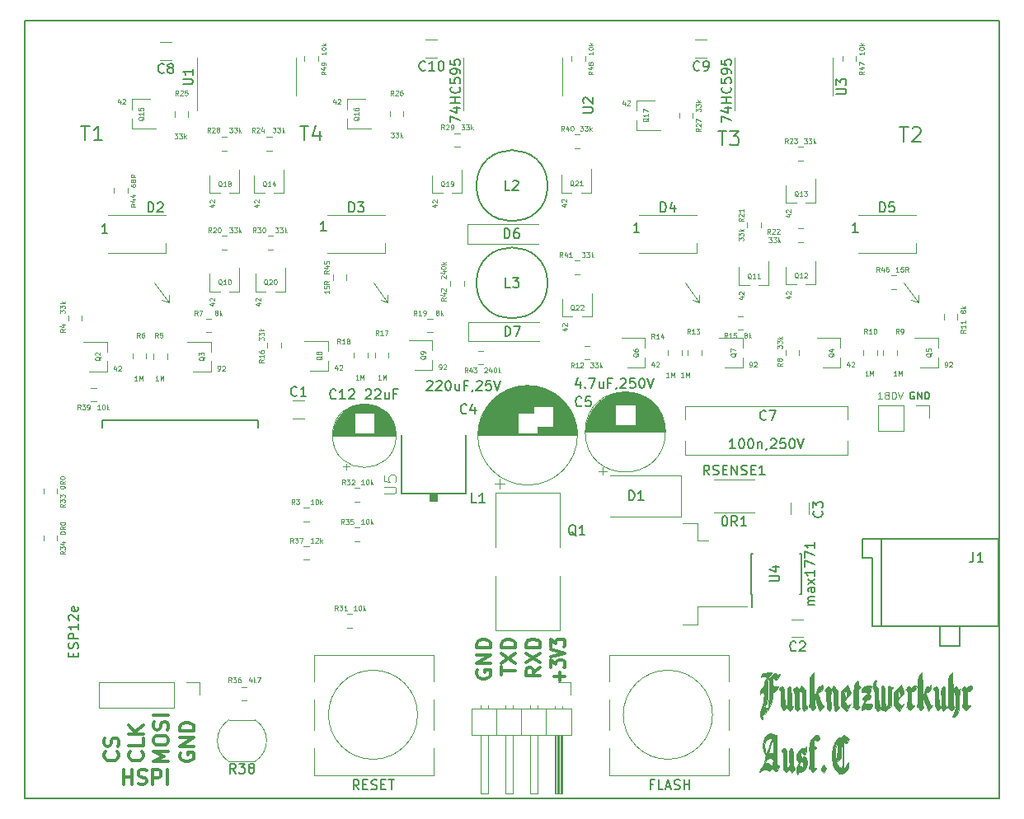
<source format=gbr>
%TF.GenerationSoftware,KiCad,Pcbnew,(5.1.2-1)-1*%
%TF.CreationDate,2019-05-03T14:38:19+02:00*%
%TF.ProjectId,funknetzwerkuhr,66756e6b-6e65-4747-9a77-65726b756872,rev?*%
%TF.SameCoordinates,Original*%
%TF.FileFunction,Legend,Top*%
%TF.FilePolarity,Positive*%
%FSLAX46Y46*%
G04 Gerber Fmt 4.6, Leading zero omitted, Abs format (unit mm)*
G04 Created by KiCad (PCBNEW (5.1.2-1)-1) date 2019-05-03 14:38:19*
%MOMM*%
%LPD*%
G04 APERTURE LIST*
%ADD10C,0.150000*%
%ADD11C,0.300000*%
%ADD12C,0.120000*%
%ADD13C,0.010000*%
%ADD14C,0.152400*%
%ADD15C,0.203200*%
%ADD16C,0.125000*%
%ADD17C,0.075000*%
%ADD18C,0.101600*%
G04 APERTURE END LIST*
D10*
X114514523Y-133532571D02*
X114181190Y-133532571D01*
X114181190Y-134056380D02*
X114181190Y-133056380D01*
X114657380Y-133056380D01*
X115514523Y-134056380D02*
X115038333Y-134056380D01*
X115038333Y-133056380D01*
X115800238Y-133770666D02*
X116276428Y-133770666D01*
X115705000Y-134056380D02*
X116038333Y-133056380D01*
X116371666Y-134056380D01*
X116657380Y-134008761D02*
X116800238Y-134056380D01*
X117038333Y-134056380D01*
X117133571Y-134008761D01*
X117181190Y-133961142D01*
X117228809Y-133865904D01*
X117228809Y-133770666D01*
X117181190Y-133675428D01*
X117133571Y-133627809D01*
X117038333Y-133580190D01*
X116847857Y-133532571D01*
X116752619Y-133484952D01*
X116705000Y-133437333D01*
X116657380Y-133342095D01*
X116657380Y-133246857D01*
X116705000Y-133151619D01*
X116752619Y-133104000D01*
X116847857Y-133056380D01*
X117085952Y-133056380D01*
X117228809Y-133104000D01*
X117657380Y-134056380D02*
X117657380Y-133056380D01*
X117657380Y-133532571D02*
X118228809Y-133532571D01*
X118228809Y-134056380D02*
X118228809Y-133056380D01*
X84272619Y-134056380D02*
X83939285Y-133580190D01*
X83701190Y-134056380D02*
X83701190Y-133056380D01*
X84082142Y-133056380D01*
X84177380Y-133104000D01*
X84225000Y-133151619D01*
X84272619Y-133246857D01*
X84272619Y-133389714D01*
X84225000Y-133484952D01*
X84177380Y-133532571D01*
X84082142Y-133580190D01*
X83701190Y-133580190D01*
X84701190Y-133532571D02*
X85034523Y-133532571D01*
X85177380Y-134056380D02*
X84701190Y-134056380D01*
X84701190Y-133056380D01*
X85177380Y-133056380D01*
X85558333Y-134008761D02*
X85701190Y-134056380D01*
X85939285Y-134056380D01*
X86034523Y-134008761D01*
X86082142Y-133961142D01*
X86129761Y-133865904D01*
X86129761Y-133770666D01*
X86082142Y-133675428D01*
X86034523Y-133627809D01*
X85939285Y-133580190D01*
X85748809Y-133532571D01*
X85653571Y-133484952D01*
X85605952Y-133437333D01*
X85558333Y-133342095D01*
X85558333Y-133246857D01*
X85605952Y-133151619D01*
X85653571Y-133104000D01*
X85748809Y-133056380D01*
X85986904Y-133056380D01*
X86129761Y-133104000D01*
X86558333Y-133532571D02*
X86891666Y-133532571D01*
X87034523Y-134056380D02*
X86558333Y-134056380D01*
X86558333Y-133056380D01*
X87034523Y-133056380D01*
X87320238Y-133056380D02*
X87891666Y-133056380D01*
X87605952Y-134056380D02*
X87605952Y-133056380D01*
X141287571Y-93224000D02*
X141216142Y-93188285D01*
X141109000Y-93188285D01*
X141001857Y-93224000D01*
X140930428Y-93295428D01*
X140894714Y-93366857D01*
X140859000Y-93509714D01*
X140859000Y-93616857D01*
X140894714Y-93759714D01*
X140930428Y-93831142D01*
X141001857Y-93902571D01*
X141109000Y-93938285D01*
X141180428Y-93938285D01*
X141287571Y-93902571D01*
X141323285Y-93866857D01*
X141323285Y-93616857D01*
X141180428Y-93616857D01*
X141644714Y-93938285D02*
X141644714Y-93188285D01*
X142073285Y-93938285D01*
X142073285Y-93188285D01*
X142430428Y-93938285D02*
X142430428Y-93188285D01*
X142609000Y-93188285D01*
X142716142Y-93224000D01*
X142787571Y-93295428D01*
X142823285Y-93366857D01*
X142859000Y-93509714D01*
X142859000Y-93616857D01*
X142823285Y-93759714D01*
X142787571Y-93831142D01*
X142716142Y-93902571D01*
X142609000Y-93938285D01*
X142430428Y-93938285D01*
D11*
X60107000Y-133520571D02*
X60107000Y-132020571D01*
X60107000Y-132734857D02*
X60964142Y-132734857D01*
X60964142Y-133520571D02*
X60964142Y-132020571D01*
X61607000Y-133449142D02*
X61821285Y-133520571D01*
X62178428Y-133520571D01*
X62321285Y-133449142D01*
X62392714Y-133377714D01*
X62464142Y-133234857D01*
X62464142Y-133092000D01*
X62392714Y-132949142D01*
X62321285Y-132877714D01*
X62178428Y-132806285D01*
X61892714Y-132734857D01*
X61749857Y-132663428D01*
X61678428Y-132592000D01*
X61607000Y-132449142D01*
X61607000Y-132306285D01*
X61678428Y-132163428D01*
X61749857Y-132092000D01*
X61892714Y-132020571D01*
X62249857Y-132020571D01*
X62464142Y-132092000D01*
X63107000Y-133520571D02*
X63107000Y-132020571D01*
X63678428Y-132020571D01*
X63821285Y-132092000D01*
X63892714Y-132163428D01*
X63964142Y-132306285D01*
X63964142Y-132520571D01*
X63892714Y-132663428D01*
X63821285Y-132734857D01*
X63678428Y-132806285D01*
X63107000Y-132806285D01*
X64607000Y-133520571D02*
X64607000Y-132020571D01*
X59463714Y-130171000D02*
X59535142Y-130242428D01*
X59606571Y-130456714D01*
X59606571Y-130599571D01*
X59535142Y-130813857D01*
X59392285Y-130956714D01*
X59249428Y-131028142D01*
X58963714Y-131099571D01*
X58749428Y-131099571D01*
X58463714Y-131028142D01*
X58320857Y-130956714D01*
X58178000Y-130813857D01*
X58106571Y-130599571D01*
X58106571Y-130456714D01*
X58178000Y-130242428D01*
X58249428Y-130171000D01*
X59535142Y-129599571D02*
X59606571Y-129385285D01*
X59606571Y-129028142D01*
X59535142Y-128885285D01*
X59463714Y-128813857D01*
X59320857Y-128742428D01*
X59178000Y-128742428D01*
X59035142Y-128813857D01*
X58963714Y-128885285D01*
X58892285Y-129028142D01*
X58820857Y-129313857D01*
X58749428Y-129456714D01*
X58678000Y-129528142D01*
X58535142Y-129599571D01*
X58392285Y-129599571D01*
X58249428Y-129528142D01*
X58178000Y-129456714D01*
X58106571Y-129313857D01*
X58106571Y-128956714D01*
X58178000Y-128742428D01*
X62003714Y-130178857D02*
X62075142Y-130250285D01*
X62146571Y-130464571D01*
X62146571Y-130607428D01*
X62075142Y-130821714D01*
X61932285Y-130964571D01*
X61789428Y-131036000D01*
X61503714Y-131107428D01*
X61289428Y-131107428D01*
X61003714Y-131036000D01*
X60860857Y-130964571D01*
X60718000Y-130821714D01*
X60646571Y-130607428D01*
X60646571Y-130464571D01*
X60718000Y-130250285D01*
X60789428Y-130178857D01*
X62146571Y-128821714D02*
X62146571Y-129536000D01*
X60646571Y-129536000D01*
X62146571Y-128321714D02*
X60646571Y-128321714D01*
X62146571Y-127464571D02*
X61289428Y-128107428D01*
X60646571Y-127464571D02*
X61503714Y-128321714D01*
X64686571Y-131135142D02*
X63186571Y-131135142D01*
X64258000Y-130635142D01*
X63186571Y-130135142D01*
X64686571Y-130135142D01*
X63186571Y-129135142D02*
X63186571Y-128849428D01*
X63258000Y-128706571D01*
X63400857Y-128563714D01*
X63686571Y-128492285D01*
X64186571Y-128492285D01*
X64472285Y-128563714D01*
X64615142Y-128706571D01*
X64686571Y-128849428D01*
X64686571Y-129135142D01*
X64615142Y-129278000D01*
X64472285Y-129420857D01*
X64186571Y-129492285D01*
X63686571Y-129492285D01*
X63400857Y-129420857D01*
X63258000Y-129278000D01*
X63186571Y-129135142D01*
X64615142Y-127920857D02*
X64686571Y-127706571D01*
X64686571Y-127349428D01*
X64615142Y-127206571D01*
X64543714Y-127135142D01*
X64400857Y-127063714D01*
X64258000Y-127063714D01*
X64115142Y-127135142D01*
X64043714Y-127206571D01*
X63972285Y-127349428D01*
X63900857Y-127635142D01*
X63829428Y-127778000D01*
X63758000Y-127849428D01*
X63615142Y-127920857D01*
X63472285Y-127920857D01*
X63329428Y-127849428D01*
X63258000Y-127778000D01*
X63186571Y-127635142D01*
X63186571Y-127278000D01*
X63258000Y-127063714D01*
X64686571Y-126420857D02*
X63186571Y-126420857D01*
X65925000Y-130301857D02*
X65853571Y-130444714D01*
X65853571Y-130659000D01*
X65925000Y-130873285D01*
X66067857Y-131016142D01*
X66210714Y-131087571D01*
X66496428Y-131159000D01*
X66710714Y-131159000D01*
X66996428Y-131087571D01*
X67139285Y-131016142D01*
X67282142Y-130873285D01*
X67353571Y-130659000D01*
X67353571Y-130516142D01*
X67282142Y-130301857D01*
X67210714Y-130230428D01*
X66710714Y-130230428D01*
X66710714Y-130516142D01*
X67353571Y-129587571D02*
X65853571Y-129587571D01*
X67353571Y-128730428D01*
X65853571Y-128730428D01*
X67353571Y-128016142D02*
X65853571Y-128016142D01*
X65853571Y-127659000D01*
X65925000Y-127444714D01*
X66067857Y-127301857D01*
X66210714Y-127230428D01*
X66496428Y-127159000D01*
X66710714Y-127159000D01*
X66996428Y-127230428D01*
X67139285Y-127301857D01*
X67282142Y-127444714D01*
X67353571Y-127659000D01*
X67353571Y-128016142D01*
D10*
X54919571Y-120427428D02*
X54919571Y-120094095D01*
X55443380Y-119951238D02*
X55443380Y-120427428D01*
X54443380Y-120427428D01*
X54443380Y-119951238D01*
X55395761Y-119570285D02*
X55443380Y-119427428D01*
X55443380Y-119189333D01*
X55395761Y-119094095D01*
X55348142Y-119046476D01*
X55252904Y-118998857D01*
X55157666Y-118998857D01*
X55062428Y-119046476D01*
X55014809Y-119094095D01*
X54967190Y-119189333D01*
X54919571Y-119379809D01*
X54871952Y-119475047D01*
X54824333Y-119522666D01*
X54729095Y-119570285D01*
X54633857Y-119570285D01*
X54538619Y-119522666D01*
X54491000Y-119475047D01*
X54443380Y-119379809D01*
X54443380Y-119141714D01*
X54491000Y-118998857D01*
X55443380Y-118570285D02*
X54443380Y-118570285D01*
X54443380Y-118189333D01*
X54491000Y-118094095D01*
X54538619Y-118046476D01*
X54633857Y-117998857D01*
X54776714Y-117998857D01*
X54871952Y-118046476D01*
X54919571Y-118094095D01*
X54967190Y-118189333D01*
X54967190Y-118570285D01*
X55443380Y-117046476D02*
X55443380Y-117617904D01*
X55443380Y-117332190D02*
X54443380Y-117332190D01*
X54586238Y-117427428D01*
X54681476Y-117522666D01*
X54729095Y-117617904D01*
X54538619Y-116665523D02*
X54491000Y-116617904D01*
X54443380Y-116522666D01*
X54443380Y-116284571D01*
X54491000Y-116189333D01*
X54538619Y-116141714D01*
X54633857Y-116094095D01*
X54729095Y-116094095D01*
X54871952Y-116141714D01*
X55443380Y-116713142D01*
X55443380Y-116094095D01*
X55395761Y-115284571D02*
X55443380Y-115379809D01*
X55443380Y-115570285D01*
X55395761Y-115665523D01*
X55300523Y-115713142D01*
X54919571Y-115713142D01*
X54824333Y-115665523D01*
X54776714Y-115570285D01*
X54776714Y-115379809D01*
X54824333Y-115284571D01*
X54919571Y-115236952D01*
X55014809Y-115236952D01*
X55110047Y-115713142D01*
D11*
X104882142Y-122891285D02*
X104882142Y-121977000D01*
X105453571Y-122434142D02*
X104310714Y-122434142D01*
X103953571Y-121519857D02*
X103953571Y-120777000D01*
X104525000Y-121177000D01*
X104525000Y-121005571D01*
X104596428Y-120891285D01*
X104667857Y-120834142D01*
X104810714Y-120777000D01*
X105167857Y-120777000D01*
X105310714Y-120834142D01*
X105382142Y-120891285D01*
X105453571Y-121005571D01*
X105453571Y-121348428D01*
X105382142Y-121462714D01*
X105310714Y-121519857D01*
X103953571Y-120434142D02*
X105453571Y-120034142D01*
X103953571Y-119634142D01*
X103953571Y-119348428D02*
X103953571Y-118605571D01*
X104525000Y-119005571D01*
X104525000Y-118834142D01*
X104596428Y-118719857D01*
X104667857Y-118662714D01*
X104810714Y-118605571D01*
X105167857Y-118605571D01*
X105310714Y-118662714D01*
X105382142Y-118719857D01*
X105453571Y-118834142D01*
X105453571Y-119177000D01*
X105382142Y-119291285D01*
X105310714Y-119348428D01*
X102913571Y-121523000D02*
X102199285Y-122023000D01*
X102913571Y-122380142D02*
X101413571Y-122380142D01*
X101413571Y-121808714D01*
X101485000Y-121665857D01*
X101556428Y-121594428D01*
X101699285Y-121523000D01*
X101913571Y-121523000D01*
X102056428Y-121594428D01*
X102127857Y-121665857D01*
X102199285Y-121808714D01*
X102199285Y-122380142D01*
X101413571Y-121023000D02*
X102913571Y-120023000D01*
X101413571Y-120023000D02*
X102913571Y-121023000D01*
X102913571Y-119451571D02*
X101413571Y-119451571D01*
X101413571Y-119094428D01*
X101485000Y-118880142D01*
X101627857Y-118737285D01*
X101770714Y-118665857D01*
X102056428Y-118594428D01*
X102270714Y-118594428D01*
X102556428Y-118665857D01*
X102699285Y-118737285D01*
X102842142Y-118880142D01*
X102913571Y-119094428D01*
X102913571Y-119451571D01*
X98873571Y-122288857D02*
X98873571Y-121431714D01*
X100373571Y-121860285D02*
X98873571Y-121860285D01*
X98873571Y-121074571D02*
X100373571Y-120074571D01*
X98873571Y-120074571D02*
X100373571Y-121074571D01*
X100373571Y-119503142D02*
X98873571Y-119503142D01*
X98873571Y-119146000D01*
X98945000Y-118931714D01*
X99087857Y-118788857D01*
X99230714Y-118717428D01*
X99516428Y-118646000D01*
X99730714Y-118646000D01*
X100016428Y-118717428D01*
X100159285Y-118788857D01*
X100302142Y-118931714D01*
X100373571Y-119146000D01*
X100373571Y-119503142D01*
X96405000Y-121792857D02*
X96333571Y-121935714D01*
X96333571Y-122150000D01*
X96405000Y-122364285D01*
X96547857Y-122507142D01*
X96690714Y-122578571D01*
X96976428Y-122650000D01*
X97190714Y-122650000D01*
X97476428Y-122578571D01*
X97619285Y-122507142D01*
X97762142Y-122364285D01*
X97833571Y-122150000D01*
X97833571Y-122007142D01*
X97762142Y-121792857D01*
X97690714Y-121721428D01*
X97190714Y-121721428D01*
X97190714Y-122007142D01*
X97833571Y-121078571D02*
X96333571Y-121078571D01*
X97833571Y-120221428D01*
X96333571Y-120221428D01*
X97833571Y-119507142D02*
X96333571Y-119507142D01*
X96333571Y-119150000D01*
X96405000Y-118935714D01*
X96547857Y-118792857D01*
X96690714Y-118721428D01*
X96976428Y-118650000D01*
X97190714Y-118650000D01*
X97476428Y-118721428D01*
X97619285Y-118792857D01*
X97762142Y-118935714D01*
X97833571Y-119150000D01*
X97833571Y-119507142D01*
D10*
X150000000Y-55000000D02*
X150000000Y-135000000D01*
X150000000Y-55000000D02*
X50000000Y-55000000D01*
X50000000Y-135000000D02*
X50000000Y-55000000D01*
X150000000Y-135000000D02*
X50000000Y-135000000D01*
D12*
X142808000Y-94555000D02*
X142808000Y-95885000D01*
X141478000Y-94555000D02*
X142808000Y-94555000D01*
X140208000Y-94555000D02*
X140208000Y-97215000D01*
X140208000Y-97215000D02*
X137608000Y-97215000D01*
X140208000Y-94555000D02*
X137608000Y-94555000D01*
X137608000Y-94555000D02*
X137608000Y-97215000D01*
D13*
G36*
X135523135Y-122994367D02*
G01*
X135527143Y-123117667D01*
X135573728Y-123384207D01*
X135690429Y-123482544D01*
X135853715Y-123538754D01*
X135687436Y-123634559D01*
X135601181Y-123703180D01*
X135553509Y-123824571D01*
X135535596Y-124059542D01*
X135538620Y-124468907D01*
X135542293Y-124634931D01*
X135559693Y-125118403D01*
X135588126Y-125392362D01*
X135634215Y-125501177D01*
X135672286Y-125505910D01*
X135721336Y-125525389D01*
X135644978Y-125658207D01*
X135640273Y-125664660D01*
X135471633Y-125833845D01*
X135317742Y-125803863D01*
X135189967Y-125670983D01*
X135054598Y-125562142D01*
X134976640Y-125575733D01*
X134963509Y-125567408D01*
X135010134Y-125448772D01*
X135069985Y-125142412D01*
X135085184Y-124607347D01*
X135081066Y-124409879D01*
X135075673Y-123921764D01*
X135101823Y-123592497D01*
X135170255Y-123329548D01*
X135221640Y-123198857D01*
X135373404Y-122897935D01*
X135474725Y-122829553D01*
X135523135Y-122994367D01*
X135523135Y-122994367D01*
G37*
X135523135Y-122994367D02*
X135527143Y-123117667D01*
X135573728Y-123384207D01*
X135690429Y-123482544D01*
X135853715Y-123538754D01*
X135687436Y-123634559D01*
X135601181Y-123703180D01*
X135553509Y-123824571D01*
X135535596Y-124059542D01*
X135538620Y-124468907D01*
X135542293Y-124634931D01*
X135559693Y-125118403D01*
X135588126Y-125392362D01*
X135634215Y-125501177D01*
X135672286Y-125505910D01*
X135721336Y-125525389D01*
X135644978Y-125658207D01*
X135640273Y-125664660D01*
X135471633Y-125833845D01*
X135317742Y-125803863D01*
X135189967Y-125670983D01*
X135054598Y-125562142D01*
X134976640Y-125575733D01*
X134963509Y-125567408D01*
X135010134Y-125448772D01*
X135069985Y-125142412D01*
X135085184Y-124607347D01*
X135081066Y-124409879D01*
X135075673Y-123921764D01*
X135101823Y-123592497D01*
X135170255Y-123329548D01*
X135221640Y-123198857D01*
X135373404Y-122897935D01*
X135474725Y-122829553D01*
X135523135Y-122994367D01*
G36*
X147278227Y-123408197D02*
G01*
X147283714Y-123434587D01*
X147220618Y-123706198D01*
X147068617Y-123891431D01*
X146892698Y-123923635D01*
X146696708Y-123858069D01*
X146718068Y-124635284D01*
X146733494Y-125061882D01*
X146760107Y-125291195D01*
X146813272Y-125379831D01*
X146908355Y-125384399D01*
X146920857Y-125382395D01*
X147046603Y-125371094D01*
X147039501Y-125433199D01*
X146957143Y-125550451D01*
X146747881Y-125810029D01*
X146609978Y-125902845D01*
X146513527Y-125844099D01*
X146484163Y-125790831D01*
X146352767Y-125630275D01*
X146280600Y-125603000D01*
X146207648Y-125567865D01*
X146253200Y-125450599D01*
X146300760Y-125247009D01*
X146332391Y-124880995D01*
X146340286Y-124561599D01*
X146333341Y-124139105D01*
X146306070Y-123913708D01*
X146248818Y-123829190D01*
X146213286Y-123822176D01*
X146146072Y-123793204D01*
X146189008Y-123687061D01*
X146267096Y-123576246D01*
X146405140Y-123420895D01*
X146499233Y-123430365D01*
X146562001Y-123513836D01*
X146673742Y-123626028D01*
X146764644Y-123539572D01*
X146875169Y-123438539D01*
X147035876Y-123375225D01*
X147189363Y-123361241D01*
X147278227Y-123408197D01*
X147278227Y-123408197D01*
G37*
X147278227Y-123408197D02*
X147283714Y-123434587D01*
X147220618Y-123706198D01*
X147068617Y-123891431D01*
X146892698Y-123923635D01*
X146696708Y-123858069D01*
X146718068Y-124635284D01*
X146733494Y-125061882D01*
X146760107Y-125291195D01*
X146813272Y-125379831D01*
X146908355Y-125384399D01*
X146920857Y-125382395D01*
X147046603Y-125371094D01*
X147039501Y-125433199D01*
X146957143Y-125550451D01*
X146747881Y-125810029D01*
X146609978Y-125902845D01*
X146513527Y-125844099D01*
X146484163Y-125790831D01*
X146352767Y-125630275D01*
X146280600Y-125603000D01*
X146207648Y-125567865D01*
X146253200Y-125450599D01*
X146300760Y-125247009D01*
X146332391Y-124880995D01*
X146340286Y-124561599D01*
X146333341Y-124139105D01*
X146306070Y-123913708D01*
X146248818Y-123829190D01*
X146213286Y-123822176D01*
X146146072Y-123793204D01*
X146189008Y-123687061D01*
X146267096Y-123576246D01*
X146405140Y-123420895D01*
X146499233Y-123430365D01*
X146562001Y-123513836D01*
X146673742Y-123626028D01*
X146764644Y-123539572D01*
X146875169Y-123438539D01*
X147035876Y-123375225D01*
X147189363Y-123361241D01*
X147278227Y-123408197D01*
G36*
X143029195Y-123401394D02*
G01*
X143022427Y-123575021D01*
X142911151Y-123876210D01*
X142721397Y-124027206D01*
X142549247Y-124005877D01*
X142447697Y-123958380D01*
X142433754Y-124012423D01*
X142503587Y-124218474D01*
X142528096Y-124284591D01*
X142665114Y-124655267D01*
X142809589Y-125048262D01*
X142814822Y-125062549D01*
X142932495Y-125312477D01*
X143036610Y-125419477D01*
X143056429Y-125415785D01*
X143143626Y-125395129D01*
X143132906Y-125486095D01*
X143040264Y-125642888D01*
X142932785Y-125769828D01*
X142718427Y-125991421D01*
X142461071Y-125322656D01*
X142327196Y-124959183D01*
X142234126Y-124676709D01*
X142203714Y-124547810D01*
X142237791Y-124385303D01*
X142324843Y-124086970D01*
X142391532Y-123880879D01*
X142511956Y-123552527D01*
X142600773Y-123413738D01*
X142687943Y-123424057D01*
X142713699Y-123445858D01*
X142850880Y-123502007D01*
X142893022Y-123444343D01*
X142977592Y-123316641D01*
X143029195Y-123401394D01*
X143029195Y-123401394D01*
G37*
X143029195Y-123401394D02*
X143022427Y-123575021D01*
X142911151Y-123876210D01*
X142721397Y-124027206D01*
X142549247Y-124005877D01*
X142447697Y-123958380D01*
X142433754Y-124012423D01*
X142503587Y-124218474D01*
X142528096Y-124284591D01*
X142665114Y-124655267D01*
X142809589Y-125048262D01*
X142814822Y-125062549D01*
X142932495Y-125312477D01*
X143036610Y-125419477D01*
X143056429Y-125415785D01*
X143143626Y-125395129D01*
X143132906Y-125486095D01*
X143040264Y-125642888D01*
X142932785Y-125769828D01*
X142718427Y-125991421D01*
X142461071Y-125322656D01*
X142327196Y-124959183D01*
X142234126Y-124676709D01*
X142203714Y-124547810D01*
X142237791Y-124385303D01*
X142324843Y-124086970D01*
X142391532Y-123880879D01*
X142511956Y-123552527D01*
X142600773Y-123413738D01*
X142687943Y-123424057D01*
X142713699Y-123445858D01*
X142850880Y-123502007D01*
X142893022Y-123444343D01*
X142977592Y-123316641D01*
X143029195Y-123401394D01*
G36*
X142096657Y-122168004D02*
G01*
X142113318Y-122493870D01*
X142125218Y-122981128D01*
X142130877Y-123583483D01*
X142131143Y-123752187D01*
X142133402Y-124452639D01*
X142141870Y-124937927D01*
X142159078Y-125246804D01*
X142187560Y-125418026D01*
X142229849Y-125490347D01*
X142245289Y-125498437D01*
X142288245Y-125563977D01*
X142203893Y-125696619D01*
X142146181Y-125758852D01*
X141996070Y-125896592D01*
X141905444Y-125893013D01*
X141811207Y-125742802D01*
X141804622Y-125730096D01*
X141682433Y-125574031D01*
X141595301Y-125566873D01*
X141567863Y-125557165D01*
X141610743Y-125443505D01*
X141657909Y-125247473D01*
X141684413Y-124887440D01*
X141691932Y-124329471D01*
X141687975Y-123881720D01*
X141681097Y-123278793D01*
X141684455Y-122876514D01*
X141703318Y-122621684D01*
X141742951Y-122461100D01*
X141808623Y-122341560D01*
X141845517Y-122290417D01*
X141986867Y-122121123D01*
X142076714Y-122049823D01*
X142096657Y-122168004D01*
X142096657Y-122168004D01*
G37*
X142096657Y-122168004D02*
X142113318Y-122493870D01*
X142125218Y-122981128D01*
X142130877Y-123583483D01*
X142131143Y-123752187D01*
X142133402Y-124452639D01*
X142141870Y-124937927D01*
X142159078Y-125246804D01*
X142187560Y-125418026D01*
X142229849Y-125490347D01*
X142245289Y-125498437D01*
X142288245Y-125563977D01*
X142203893Y-125696619D01*
X142146181Y-125758852D01*
X141996070Y-125896592D01*
X141905444Y-125893013D01*
X141811207Y-125742802D01*
X141804622Y-125730096D01*
X141682433Y-125574031D01*
X141595301Y-125566873D01*
X141567863Y-125557165D01*
X141610743Y-125443505D01*
X141657909Y-125247473D01*
X141684413Y-124887440D01*
X141691932Y-124329471D01*
X141687975Y-123881720D01*
X141681097Y-123278793D01*
X141684455Y-122876514D01*
X141703318Y-122621684D01*
X141742951Y-122461100D01*
X141808623Y-122341560D01*
X141845517Y-122290417D01*
X141986867Y-122121123D01*
X142076714Y-122049823D01*
X142096657Y-122168004D01*
G36*
X141545084Y-123408197D02*
G01*
X141550572Y-123434587D01*
X141487475Y-123706198D01*
X141335474Y-123891431D01*
X141159556Y-123923635D01*
X140963565Y-123858069D01*
X140984925Y-124635284D01*
X141000351Y-125061882D01*
X141026964Y-125291195D01*
X141080129Y-125379831D01*
X141175212Y-125384399D01*
X141187714Y-125382395D01*
X141313461Y-125371094D01*
X141306358Y-125433199D01*
X141224000Y-125550451D01*
X141014738Y-125810029D01*
X140876835Y-125902845D01*
X140780384Y-125844099D01*
X140751020Y-125790831D01*
X140619624Y-125630275D01*
X140547457Y-125603000D01*
X140474505Y-125567865D01*
X140520057Y-125450599D01*
X140567617Y-125247009D01*
X140599248Y-124880995D01*
X140607143Y-124561599D01*
X140600198Y-124139105D01*
X140572928Y-123913708D01*
X140515675Y-123829190D01*
X140480143Y-123822176D01*
X140412930Y-123793204D01*
X140455865Y-123687061D01*
X140533953Y-123576246D01*
X140671997Y-123420895D01*
X140766090Y-123430365D01*
X140828859Y-123513836D01*
X140940599Y-123626028D01*
X141031502Y-123539572D01*
X141142026Y-123438539D01*
X141302733Y-123375225D01*
X141456220Y-123361241D01*
X141545084Y-123408197D01*
X141545084Y-123408197D01*
G37*
X141545084Y-123408197D02*
X141550572Y-123434587D01*
X141487475Y-123706198D01*
X141335474Y-123891431D01*
X141159556Y-123923635D01*
X140963565Y-123858069D01*
X140984925Y-124635284D01*
X141000351Y-125061882D01*
X141026964Y-125291195D01*
X141080129Y-125379831D01*
X141175212Y-125384399D01*
X141187714Y-125382395D01*
X141313461Y-125371094D01*
X141306358Y-125433199D01*
X141224000Y-125550451D01*
X141014738Y-125810029D01*
X140876835Y-125902845D01*
X140780384Y-125844099D01*
X140751020Y-125790831D01*
X140619624Y-125630275D01*
X140547457Y-125603000D01*
X140474505Y-125567865D01*
X140520057Y-125450599D01*
X140567617Y-125247009D01*
X140599248Y-124880995D01*
X140607143Y-124561599D01*
X140600198Y-124139105D01*
X140572928Y-123913708D01*
X140515675Y-123829190D01*
X140480143Y-123822176D01*
X140412930Y-123793204D01*
X140455865Y-123687061D01*
X140533953Y-123576246D01*
X140671997Y-123420895D01*
X140766090Y-123430365D01*
X140828859Y-123513836D01*
X140940599Y-123626028D01*
X141031502Y-123539572D01*
X141142026Y-123438539D01*
X141302733Y-123375225D01*
X141456220Y-123361241D01*
X141545084Y-123408197D01*
G36*
X140093485Y-123684094D02*
G01*
X140193327Y-123945501D01*
X140243044Y-124107086D01*
X140244286Y-124118287D01*
X140187219Y-124212610D01*
X140040880Y-124385749D01*
X139917714Y-124516785D01*
X139733994Y-124721369D01*
X139616586Y-124883221D01*
X139593424Y-124941603D01*
X139647742Y-125072420D01*
X139773635Y-125258072D01*
X139909419Y-125403629D01*
X140019668Y-125398072D01*
X140152355Y-125276881D01*
X140242411Y-125196782D01*
X140229283Y-125254512D01*
X140109226Y-125461273D01*
X140068909Y-125526558D01*
X139900718Y-125783108D01*
X139775045Y-125949089D01*
X139733982Y-125984000D01*
X139647501Y-125912671D01*
X139505569Y-125739205D01*
X139492774Y-125721746D01*
X139348668Y-125559734D01*
X139252179Y-125515538D01*
X139247130Y-125519520D01*
X139222115Y-125437018D01*
X139211111Y-125162533D01*
X139215660Y-124792470D01*
X139233289Y-124206000D01*
X139591143Y-124206000D01*
X139629209Y-124484608D01*
X139718412Y-124601212D01*
X139821258Y-124517792D01*
X139844216Y-124462624D01*
X139847458Y-124263417D01*
X139786624Y-124015897D01*
X139697421Y-123844436D01*
X139661161Y-123825000D01*
X139611996Y-123935378D01*
X139591148Y-124201318D01*
X139591143Y-124206000D01*
X139233289Y-124206000D01*
X139239320Y-124005395D01*
X139942684Y-123313479D01*
X140093485Y-123684094D01*
X140093485Y-123684094D01*
G37*
X140093485Y-123684094D02*
X140193327Y-123945501D01*
X140243044Y-124107086D01*
X140244286Y-124118287D01*
X140187219Y-124212610D01*
X140040880Y-124385749D01*
X139917714Y-124516785D01*
X139733994Y-124721369D01*
X139616586Y-124883221D01*
X139593424Y-124941603D01*
X139647742Y-125072420D01*
X139773635Y-125258072D01*
X139909419Y-125403629D01*
X140019668Y-125398072D01*
X140152355Y-125276881D01*
X140242411Y-125196782D01*
X140229283Y-125254512D01*
X140109226Y-125461273D01*
X140068909Y-125526558D01*
X139900718Y-125783108D01*
X139775045Y-125949089D01*
X139733982Y-125984000D01*
X139647501Y-125912671D01*
X139505569Y-125739205D01*
X139492774Y-125721746D01*
X139348668Y-125559734D01*
X139252179Y-125515538D01*
X139247130Y-125519520D01*
X139222115Y-125437018D01*
X139211111Y-125162533D01*
X139215660Y-124792470D01*
X139233289Y-124206000D01*
X139591143Y-124206000D01*
X139629209Y-124484608D01*
X139718412Y-124601212D01*
X139821258Y-124517792D01*
X139844216Y-124462624D01*
X139847458Y-124263417D01*
X139786624Y-124015897D01*
X139697421Y-123844436D01*
X139661161Y-123825000D01*
X139611996Y-123935378D01*
X139591148Y-124201318D01*
X139591143Y-124206000D01*
X139233289Y-124206000D01*
X139239320Y-124005395D01*
X139942684Y-123313479D01*
X140093485Y-123684094D01*
G36*
X137393218Y-122847239D02*
G01*
X137344922Y-122992134D01*
X137306472Y-123153459D01*
X137368518Y-123334477D01*
X137444893Y-123459536D01*
X137551381Y-123655563D01*
X137607866Y-123885133D01*
X137629362Y-124233551D01*
X137631714Y-124521002D01*
X137657695Y-125118043D01*
X137735724Y-125478481D01*
X137865932Y-125602907D01*
X137870347Y-125603000D01*
X137898574Y-125486689D01*
X137914086Y-125179330D01*
X137914083Y-124743281D01*
X137912448Y-124665407D01*
X137915581Y-124017313D01*
X137959934Y-123592722D01*
X138043743Y-123398545D01*
X138165245Y-123441694D01*
X138209246Y-123502685D01*
X138278954Y-123676984D01*
X138307412Y-123953555D01*
X138301200Y-124402519D01*
X138298962Y-124458706D01*
X138295370Y-125014679D01*
X138337766Y-125358101D01*
X138357579Y-125412817D01*
X138463373Y-125582388D01*
X138531094Y-125549159D01*
X138564821Y-125298475D01*
X138568632Y-124815680D01*
X138565591Y-124665407D01*
X138569486Y-124041181D01*
X138612974Y-123613716D01*
X138692445Y-123399216D01*
X138804289Y-123413882D01*
X138835593Y-123453367D01*
X138956547Y-123533088D01*
X139007393Y-123510938D01*
X139076528Y-123515849D01*
X139083143Y-123563504D01*
X139030463Y-123692831D01*
X139010572Y-123698000D01*
X138973155Y-123815246D01*
X138947364Y-124128529D01*
X138938000Y-124569351D01*
X138938000Y-125440703D01*
X138611915Y-125743432D01*
X138404058Y-125918191D01*
X138269589Y-125968248D01*
X138160447Y-125907994D01*
X138138529Y-125885177D01*
X137962536Y-125792368D01*
X137852528Y-125854097D01*
X137627936Y-125976695D01*
X137455485Y-125868112D01*
X137414663Y-125794898D01*
X137319536Y-125661626D01*
X137276725Y-125657990D01*
X137256361Y-125569752D01*
X137248760Y-125288362D01*
X137255478Y-124873913D01*
X137256005Y-124857307D01*
X137263522Y-124359933D01*
X137242953Y-124051821D01*
X137188952Y-123871369D01*
X137167343Y-123835664D01*
X137067622Y-123562586D01*
X137063115Y-123243114D01*
X137140051Y-122964962D01*
X137284658Y-122815844D01*
X137328543Y-122808999D01*
X137393218Y-122847239D01*
X137393218Y-122847239D01*
G37*
X137393218Y-122847239D02*
X137344922Y-122992134D01*
X137306472Y-123153459D01*
X137368518Y-123334477D01*
X137444893Y-123459536D01*
X137551381Y-123655563D01*
X137607866Y-123885133D01*
X137629362Y-124233551D01*
X137631714Y-124521002D01*
X137657695Y-125118043D01*
X137735724Y-125478481D01*
X137865932Y-125602907D01*
X137870347Y-125603000D01*
X137898574Y-125486689D01*
X137914086Y-125179330D01*
X137914083Y-124743281D01*
X137912448Y-124665407D01*
X137915581Y-124017313D01*
X137959934Y-123592722D01*
X138043743Y-123398545D01*
X138165245Y-123441694D01*
X138209246Y-123502685D01*
X138278954Y-123676984D01*
X138307412Y-123953555D01*
X138301200Y-124402519D01*
X138298962Y-124458706D01*
X138295370Y-125014679D01*
X138337766Y-125358101D01*
X138357579Y-125412817D01*
X138463373Y-125582388D01*
X138531094Y-125549159D01*
X138564821Y-125298475D01*
X138568632Y-124815680D01*
X138565591Y-124665407D01*
X138569486Y-124041181D01*
X138612974Y-123613716D01*
X138692445Y-123399216D01*
X138804289Y-123413882D01*
X138835593Y-123453367D01*
X138956547Y-123533088D01*
X139007393Y-123510938D01*
X139076528Y-123515849D01*
X139083143Y-123563504D01*
X139030463Y-123692831D01*
X139010572Y-123698000D01*
X138973155Y-123815246D01*
X138947364Y-124128529D01*
X138938000Y-124569351D01*
X138938000Y-125440703D01*
X138611915Y-125743432D01*
X138404058Y-125918191D01*
X138269589Y-125968248D01*
X138160447Y-125907994D01*
X138138529Y-125885177D01*
X137962536Y-125792368D01*
X137852528Y-125854097D01*
X137627936Y-125976695D01*
X137455485Y-125868112D01*
X137414663Y-125794898D01*
X137319536Y-125661626D01*
X137276725Y-125657990D01*
X137256361Y-125569752D01*
X137248760Y-125288362D01*
X137255478Y-124873913D01*
X137256005Y-124857307D01*
X137263522Y-124359933D01*
X137242953Y-124051821D01*
X137188952Y-123871369D01*
X137167343Y-123835664D01*
X137067622Y-123562586D01*
X137063115Y-123243114D01*
X137140051Y-122964962D01*
X137284658Y-122815844D01*
X137328543Y-122808999D01*
X137393218Y-122847239D01*
G36*
X136929011Y-123410341D02*
G01*
X136978616Y-123432012D01*
X136938730Y-123555302D01*
X136838790Y-123802665D01*
X136793450Y-123908262D01*
X136686468Y-124180589D01*
X136672868Y-124308358D01*
X136720878Y-124333000D01*
X136819905Y-124386461D01*
X136833429Y-124434600D01*
X136770874Y-124646194D01*
X136622603Y-124802798D01*
X136501229Y-124841000D01*
X136331743Y-124923854D01*
X136252857Y-125031500D01*
X136228856Y-125136800D01*
X136287375Y-125206646D01*
X136446169Y-125247339D01*
X136722996Y-125265185D01*
X136917668Y-125267525D01*
X136995461Y-125286854D01*
X136985092Y-125389212D01*
X136917668Y-125565373D01*
X136818340Y-125753213D01*
X136692361Y-125816967D01*
X136491478Y-125789433D01*
X136261252Y-125774445D01*
X136071374Y-125829495D01*
X136037906Y-125854411D01*
X135921548Y-125929095D01*
X135890000Y-125844708D01*
X135925720Y-125648113D01*
X136014247Y-125347024D01*
X136041062Y-125268740D01*
X136131506Y-124994769D01*
X136144256Y-124872071D01*
X136082782Y-124841343D01*
X136066100Y-124841000D01*
X135983965Y-124823796D01*
X136000629Y-124730461D01*
X136071429Y-124587000D01*
X136216442Y-124394339D01*
X136332394Y-124333000D01*
X136466604Y-124269865D01*
X136506857Y-124206000D01*
X136476885Y-124108938D01*
X136307582Y-124051394D01*
X136017000Y-124034692D01*
X135911431Y-124001991D01*
X135913095Y-123871935D01*
X135996786Y-123652457D01*
X136100147Y-123507326D01*
X136275716Y-123428173D01*
X136538808Y-123398457D01*
X136769740Y-123396752D01*
X136929011Y-123410341D01*
X136929011Y-123410341D01*
G37*
X136929011Y-123410341D02*
X136978616Y-123432012D01*
X136938730Y-123555302D01*
X136838790Y-123802665D01*
X136793450Y-123908262D01*
X136686468Y-124180589D01*
X136672868Y-124308358D01*
X136720878Y-124333000D01*
X136819905Y-124386461D01*
X136833429Y-124434600D01*
X136770874Y-124646194D01*
X136622603Y-124802798D01*
X136501229Y-124841000D01*
X136331743Y-124923854D01*
X136252857Y-125031500D01*
X136228856Y-125136800D01*
X136287375Y-125206646D01*
X136446169Y-125247339D01*
X136722996Y-125265185D01*
X136917668Y-125267525D01*
X136995461Y-125286854D01*
X136985092Y-125389212D01*
X136917668Y-125565373D01*
X136818340Y-125753213D01*
X136692361Y-125816967D01*
X136491478Y-125789433D01*
X136261252Y-125774445D01*
X136071374Y-125829495D01*
X136037906Y-125854411D01*
X135921548Y-125929095D01*
X135890000Y-125844708D01*
X135925720Y-125648113D01*
X136014247Y-125347024D01*
X136041062Y-125268740D01*
X136131506Y-124994769D01*
X136144256Y-124872071D01*
X136082782Y-124841343D01*
X136066100Y-124841000D01*
X135983965Y-124823796D01*
X136000629Y-124730461D01*
X136071429Y-124587000D01*
X136216442Y-124394339D01*
X136332394Y-124333000D01*
X136466604Y-124269865D01*
X136506857Y-124206000D01*
X136476885Y-124108938D01*
X136307582Y-124051394D01*
X136017000Y-124034692D01*
X135911431Y-124001991D01*
X135913095Y-123871935D01*
X135996786Y-123652457D01*
X136100147Y-123507326D01*
X136275716Y-123428173D01*
X136538808Y-123398457D01*
X136769740Y-123396752D01*
X136929011Y-123410341D01*
G36*
X134650628Y-123684094D02*
G01*
X134750470Y-123945501D01*
X134800187Y-124107086D01*
X134801429Y-124118287D01*
X134744361Y-124212610D01*
X134598023Y-124385749D01*
X134474857Y-124516785D01*
X134291137Y-124721369D01*
X134173729Y-124883221D01*
X134150566Y-124941603D01*
X134204884Y-125072420D01*
X134330778Y-125258072D01*
X134466562Y-125403629D01*
X134576811Y-125398072D01*
X134709498Y-125276881D01*
X134799554Y-125196782D01*
X134786425Y-125254512D01*
X134666369Y-125461273D01*
X134626052Y-125526558D01*
X134457861Y-125783108D01*
X134332188Y-125949089D01*
X134291125Y-125984000D01*
X134204643Y-125912671D01*
X134062712Y-125739205D01*
X134049916Y-125721746D01*
X133905811Y-125559734D01*
X133809322Y-125515538D01*
X133804272Y-125519520D01*
X133779258Y-125437018D01*
X133768254Y-125162533D01*
X133772803Y-124792470D01*
X133790432Y-124206000D01*
X134148286Y-124206000D01*
X134186352Y-124484608D01*
X134275554Y-124601212D01*
X134378401Y-124517792D01*
X134401359Y-124462624D01*
X134404600Y-124263417D01*
X134343767Y-124015897D01*
X134254564Y-123844436D01*
X134218304Y-123825000D01*
X134169138Y-123935378D01*
X134148291Y-124201318D01*
X134148286Y-124206000D01*
X133790432Y-124206000D01*
X133796463Y-124005395D01*
X134499827Y-123313479D01*
X134650628Y-123684094D01*
X134650628Y-123684094D01*
G37*
X134650628Y-123684094D02*
X134750470Y-123945501D01*
X134800187Y-124107086D01*
X134801429Y-124118287D01*
X134744361Y-124212610D01*
X134598023Y-124385749D01*
X134474857Y-124516785D01*
X134291137Y-124721369D01*
X134173729Y-124883221D01*
X134150566Y-124941603D01*
X134204884Y-125072420D01*
X134330778Y-125258072D01*
X134466562Y-125403629D01*
X134576811Y-125398072D01*
X134709498Y-125276881D01*
X134799554Y-125196782D01*
X134786425Y-125254512D01*
X134666369Y-125461273D01*
X134626052Y-125526558D01*
X134457861Y-125783108D01*
X134332188Y-125949089D01*
X134291125Y-125984000D01*
X134204643Y-125912671D01*
X134062712Y-125739205D01*
X134049916Y-125721746D01*
X133905811Y-125559734D01*
X133809322Y-125515538D01*
X133804272Y-125519520D01*
X133779258Y-125437018D01*
X133768254Y-125162533D01*
X133772803Y-124792470D01*
X133790432Y-124206000D01*
X134148286Y-124206000D01*
X134186352Y-124484608D01*
X134275554Y-124601212D01*
X134378401Y-124517792D01*
X134401359Y-124462624D01*
X134404600Y-124263417D01*
X134343767Y-124015897D01*
X134254564Y-123844436D01*
X134218304Y-123825000D01*
X134169138Y-123935378D01*
X134148291Y-124201318D01*
X134148286Y-124206000D01*
X133790432Y-124206000D01*
X133796463Y-124005395D01*
X134499827Y-123313479D01*
X134650628Y-123684094D01*
G36*
X133088695Y-123429507D02*
G01*
X133170356Y-123574450D01*
X133293780Y-123748128D01*
X133381707Y-123781791D01*
X133424708Y-123867972D01*
X133440501Y-124201607D01*
X133435011Y-124591578D01*
X133426979Y-125055412D01*
X133439599Y-125323848D01*
X133479748Y-125454341D01*
X133543868Y-125500895D01*
X133615400Y-125552645D01*
X133580323Y-125650457D01*
X133469671Y-125789139D01*
X133273177Y-125957605D01*
X133140114Y-125920500D01*
X133065204Y-125667291D01*
X133043169Y-125187443D01*
X133047471Y-124946523D01*
X133051756Y-124447516D01*
X133025125Y-124140844D01*
X132962438Y-123968880D01*
X132959936Y-123965185D01*
X132835021Y-123867302D01*
X132772608Y-123885061D01*
X132726223Y-124057925D01*
X132702370Y-124392223D01*
X132701175Y-124798435D01*
X132722764Y-125187039D01*
X132767264Y-125468513D01*
X132770351Y-125479016D01*
X132800258Y-125695943D01*
X132705209Y-125849165D01*
X132702551Y-125851667D01*
X132576541Y-125959257D01*
X132499417Y-125944259D01*
X132406572Y-125821210D01*
X132341265Y-125629852D01*
X132306453Y-125261982D01*
X132297714Y-124777500D01*
X132289418Y-124277870D01*
X132262458Y-124001421D01*
X132213728Y-123918799D01*
X132207000Y-123920250D01*
X132121988Y-123901424D01*
X132138722Y-123784279D01*
X132243824Y-123625177D01*
X132287670Y-123580407D01*
X132447636Y-123484014D01*
X132591728Y-123565439D01*
X132610182Y-123585059D01*
X132744001Y-123681564D01*
X132860215Y-123590652D01*
X132898733Y-123532584D01*
X133006626Y-123391438D01*
X133088695Y-123429507D01*
X133088695Y-123429507D01*
G37*
X133088695Y-123429507D02*
X133170356Y-123574450D01*
X133293780Y-123748128D01*
X133381707Y-123781791D01*
X133424708Y-123867972D01*
X133440501Y-124201607D01*
X133435011Y-124591578D01*
X133426979Y-125055412D01*
X133439599Y-125323848D01*
X133479748Y-125454341D01*
X133543868Y-125500895D01*
X133615400Y-125552645D01*
X133580323Y-125650457D01*
X133469671Y-125789139D01*
X133273177Y-125957605D01*
X133140114Y-125920500D01*
X133065204Y-125667291D01*
X133043169Y-125187443D01*
X133047471Y-124946523D01*
X133051756Y-124447516D01*
X133025125Y-124140844D01*
X132962438Y-123968880D01*
X132959936Y-123965185D01*
X132835021Y-123867302D01*
X132772608Y-123885061D01*
X132726223Y-124057925D01*
X132702370Y-124392223D01*
X132701175Y-124798435D01*
X132722764Y-125187039D01*
X132767264Y-125468513D01*
X132770351Y-125479016D01*
X132800258Y-125695943D01*
X132705209Y-125849165D01*
X132702551Y-125851667D01*
X132576541Y-125959257D01*
X132499417Y-125944259D01*
X132406572Y-125821210D01*
X132341265Y-125629852D01*
X132306453Y-125261982D01*
X132297714Y-124777500D01*
X132289418Y-124277870D01*
X132262458Y-124001421D01*
X132213728Y-123918799D01*
X132207000Y-123920250D01*
X132121988Y-123901424D01*
X132138722Y-123784279D01*
X132243824Y-123625177D01*
X132287670Y-123580407D01*
X132447636Y-123484014D01*
X132591728Y-123565439D01*
X132610182Y-123585059D01*
X132744001Y-123681564D01*
X132860215Y-123590652D01*
X132898733Y-123532584D01*
X133006626Y-123391438D01*
X133088695Y-123429507D01*
G36*
X131925766Y-123401394D02*
G01*
X131918998Y-123575021D01*
X131807723Y-123876210D01*
X131617968Y-124027206D01*
X131445818Y-124005877D01*
X131344268Y-123958380D01*
X131330325Y-124012423D01*
X131400159Y-124218474D01*
X131424667Y-124284591D01*
X131561686Y-124655267D01*
X131706161Y-125048262D01*
X131711394Y-125062549D01*
X131829067Y-125312477D01*
X131933182Y-125419477D01*
X131953000Y-125415785D01*
X132040197Y-125395129D01*
X132029478Y-125486095D01*
X131936836Y-125642888D01*
X131829356Y-125769828D01*
X131614998Y-125991421D01*
X131357642Y-125322656D01*
X131223768Y-124959183D01*
X131130698Y-124676709D01*
X131100286Y-124547810D01*
X131134363Y-124385303D01*
X131221414Y-124086970D01*
X131288103Y-123880879D01*
X131408527Y-123552527D01*
X131497344Y-123413738D01*
X131584514Y-123424057D01*
X131610270Y-123445858D01*
X131747451Y-123502007D01*
X131789593Y-123444343D01*
X131874164Y-123316641D01*
X131925766Y-123401394D01*
X131925766Y-123401394D01*
G37*
X131925766Y-123401394D02*
X131918998Y-123575021D01*
X131807723Y-123876210D01*
X131617968Y-124027206D01*
X131445818Y-124005877D01*
X131344268Y-123958380D01*
X131330325Y-124012423D01*
X131400159Y-124218474D01*
X131424667Y-124284591D01*
X131561686Y-124655267D01*
X131706161Y-125048262D01*
X131711394Y-125062549D01*
X131829067Y-125312477D01*
X131933182Y-125419477D01*
X131953000Y-125415785D01*
X132040197Y-125395129D01*
X132029478Y-125486095D01*
X131936836Y-125642888D01*
X131829356Y-125769828D01*
X131614998Y-125991421D01*
X131357642Y-125322656D01*
X131223768Y-124959183D01*
X131130698Y-124676709D01*
X131100286Y-124547810D01*
X131134363Y-124385303D01*
X131221414Y-124086970D01*
X131288103Y-123880879D01*
X131408527Y-123552527D01*
X131497344Y-123413738D01*
X131584514Y-123424057D01*
X131610270Y-123445858D01*
X131747451Y-123502007D01*
X131789593Y-123444343D01*
X131874164Y-123316641D01*
X131925766Y-123401394D01*
G36*
X130993228Y-122168004D02*
G01*
X131009889Y-122493870D01*
X131021789Y-122981128D01*
X131027448Y-123583483D01*
X131027714Y-123752187D01*
X131029974Y-124452639D01*
X131038441Y-124937927D01*
X131055649Y-125246804D01*
X131084131Y-125418026D01*
X131126421Y-125490347D01*
X131141860Y-125498437D01*
X131184816Y-125563977D01*
X131100464Y-125696619D01*
X131042752Y-125758852D01*
X130892641Y-125896592D01*
X130802015Y-125893013D01*
X130707778Y-125742802D01*
X130701193Y-125730096D01*
X130579004Y-125574031D01*
X130491873Y-125566873D01*
X130464434Y-125557165D01*
X130507315Y-125443505D01*
X130554481Y-125247473D01*
X130580984Y-124887440D01*
X130588504Y-124329471D01*
X130584546Y-123881720D01*
X130577668Y-123278793D01*
X130581026Y-122876514D01*
X130599889Y-122621684D01*
X130639523Y-122461100D01*
X130705194Y-122341560D01*
X130742089Y-122290417D01*
X130883439Y-122121123D01*
X130973286Y-122049823D01*
X130993228Y-122168004D01*
X130993228Y-122168004D01*
G37*
X130993228Y-122168004D02*
X131009889Y-122493870D01*
X131021789Y-122981128D01*
X131027448Y-123583483D01*
X131027714Y-123752187D01*
X131029974Y-124452639D01*
X131038441Y-124937927D01*
X131055649Y-125246804D01*
X131084131Y-125418026D01*
X131126421Y-125490347D01*
X131141860Y-125498437D01*
X131184816Y-125563977D01*
X131100464Y-125696619D01*
X131042752Y-125758852D01*
X130892641Y-125896592D01*
X130802015Y-125893013D01*
X130707778Y-125742802D01*
X130701193Y-125730096D01*
X130579004Y-125574031D01*
X130491873Y-125566873D01*
X130464434Y-125557165D01*
X130507315Y-125443505D01*
X130554481Y-125247473D01*
X130580984Y-124887440D01*
X130588504Y-124329471D01*
X130584546Y-123881720D01*
X130577668Y-123278793D01*
X130581026Y-122876514D01*
X130599889Y-122621684D01*
X130639523Y-122461100D01*
X130705194Y-122341560D01*
X130742089Y-122290417D01*
X130883439Y-122121123D01*
X130973286Y-122049823D01*
X130993228Y-122168004D01*
G36*
X129822981Y-123429507D02*
G01*
X129904642Y-123574450D01*
X130028066Y-123748128D01*
X130115993Y-123781791D01*
X130158994Y-123867972D01*
X130174787Y-124201607D01*
X130169297Y-124591578D01*
X130161265Y-125055412D01*
X130173884Y-125323848D01*
X130214034Y-125454341D01*
X130278154Y-125500895D01*
X130349686Y-125552645D01*
X130314608Y-125650457D01*
X130203957Y-125789139D01*
X130007462Y-125957605D01*
X129874400Y-125920500D01*
X129799490Y-125667291D01*
X129777454Y-125187443D01*
X129781757Y-124946523D01*
X129786042Y-124447516D01*
X129759411Y-124140844D01*
X129696723Y-123968880D01*
X129694222Y-123965185D01*
X129569307Y-123867302D01*
X129506893Y-123885061D01*
X129460509Y-124057925D01*
X129436656Y-124392223D01*
X129435460Y-124798435D01*
X129457050Y-125187039D01*
X129501550Y-125468513D01*
X129504637Y-125479016D01*
X129534544Y-125695943D01*
X129439494Y-125849165D01*
X129436837Y-125851667D01*
X129310827Y-125959257D01*
X129233703Y-125944259D01*
X129140857Y-125821210D01*
X129075551Y-125629852D01*
X129040738Y-125261982D01*
X129032000Y-124777500D01*
X129023704Y-124277870D01*
X128996744Y-124001421D01*
X128948014Y-123918799D01*
X128941286Y-123920250D01*
X128856274Y-123901424D01*
X128873008Y-123784279D01*
X128978110Y-123625177D01*
X129021956Y-123580407D01*
X129181922Y-123484014D01*
X129326014Y-123565439D01*
X129344468Y-123585059D01*
X129478287Y-123681564D01*
X129594501Y-123590652D01*
X129633018Y-123532584D01*
X129740912Y-123391438D01*
X129822981Y-123429507D01*
X129822981Y-123429507D01*
G37*
X129822981Y-123429507D02*
X129904642Y-123574450D01*
X130028066Y-123748128D01*
X130115993Y-123781791D01*
X130158994Y-123867972D01*
X130174787Y-124201607D01*
X130169297Y-124591578D01*
X130161265Y-125055412D01*
X130173884Y-125323848D01*
X130214034Y-125454341D01*
X130278154Y-125500895D01*
X130349686Y-125552645D01*
X130314608Y-125650457D01*
X130203957Y-125789139D01*
X130007462Y-125957605D01*
X129874400Y-125920500D01*
X129799490Y-125667291D01*
X129777454Y-125187443D01*
X129781757Y-124946523D01*
X129786042Y-124447516D01*
X129759411Y-124140844D01*
X129696723Y-123968880D01*
X129694222Y-123965185D01*
X129569307Y-123867302D01*
X129506893Y-123885061D01*
X129460509Y-124057925D01*
X129436656Y-124392223D01*
X129435460Y-124798435D01*
X129457050Y-125187039D01*
X129501550Y-125468513D01*
X129504637Y-125479016D01*
X129534544Y-125695943D01*
X129439494Y-125849165D01*
X129436837Y-125851667D01*
X129310827Y-125959257D01*
X129233703Y-125944259D01*
X129140857Y-125821210D01*
X129075551Y-125629852D01*
X129040738Y-125261982D01*
X129032000Y-124777500D01*
X129023704Y-124277870D01*
X128996744Y-124001421D01*
X128948014Y-123918799D01*
X128941286Y-123920250D01*
X128856274Y-123901424D01*
X128873008Y-123784279D01*
X128978110Y-123625177D01*
X129021956Y-123580407D01*
X129181922Y-123484014D01*
X129326014Y-123565439D01*
X129344468Y-123585059D01*
X129478287Y-123681564D01*
X129594501Y-123590652D01*
X129633018Y-123532584D01*
X129740912Y-123391438D01*
X129822981Y-123429507D01*
G36*
X127867618Y-123492207D02*
G01*
X127945453Y-123799962D01*
X127978150Y-124340567D01*
X127979715Y-124532571D01*
X127984020Y-124950428D01*
X127995274Y-125244798D01*
X128010065Y-125349000D01*
X128094948Y-125388705D01*
X128165503Y-125433001D01*
X128227866Y-125452650D01*
X128261596Y-125375438D01*
X128271399Y-125154763D01*
X128261978Y-124744022D01*
X128254999Y-124546455D01*
X128240567Y-124048434D01*
X128245848Y-123747243D01*
X128276039Y-123586984D01*
X128336337Y-123511762D01*
X128352096Y-123502209D01*
X128498853Y-123469446D01*
X128594453Y-123586459D01*
X128647894Y-123884040D01*
X128668178Y-124392982D01*
X128669143Y-124587000D01*
X128676629Y-125106772D01*
X128701062Y-125403809D01*
X128745407Y-125508196D01*
X128759857Y-125507749D01*
X128844623Y-125513657D01*
X128806273Y-125625147D01*
X128660345Y-125815266D01*
X128522993Y-125954847D01*
X128444104Y-125943873D01*
X128372790Y-125800456D01*
X128292028Y-125648189D01*
X128205180Y-125659144D01*
X128096888Y-125772285D01*
X127958031Y-125903112D01*
X127853820Y-125872086D01*
X127755088Y-125745742D01*
X127665966Y-125587217D01*
X127619290Y-125384078D01*
X127604782Y-125061318D01*
X127609135Y-124680641D01*
X127613036Y-124223292D01*
X127596126Y-123961624D01*
X127551173Y-123838431D01*
X127498271Y-123803658D01*
X127428933Y-123752686D01*
X127470262Y-123652757D01*
X127561925Y-123540559D01*
X127740993Y-123408631D01*
X127867618Y-123492207D01*
X127867618Y-123492207D01*
G37*
X127867618Y-123492207D02*
X127945453Y-123799962D01*
X127978150Y-124340567D01*
X127979715Y-124532571D01*
X127984020Y-124950428D01*
X127995274Y-125244798D01*
X128010065Y-125349000D01*
X128094948Y-125388705D01*
X128165503Y-125433001D01*
X128227866Y-125452650D01*
X128261596Y-125375438D01*
X128271399Y-125154763D01*
X128261978Y-124744022D01*
X128254999Y-124546455D01*
X128240567Y-124048434D01*
X128245848Y-123747243D01*
X128276039Y-123586984D01*
X128336337Y-123511762D01*
X128352096Y-123502209D01*
X128498853Y-123469446D01*
X128594453Y-123586459D01*
X128647894Y-123884040D01*
X128668178Y-124392982D01*
X128669143Y-124587000D01*
X128676629Y-125106772D01*
X128701062Y-125403809D01*
X128745407Y-125508196D01*
X128759857Y-125507749D01*
X128844623Y-125513657D01*
X128806273Y-125625147D01*
X128660345Y-125815266D01*
X128522993Y-125954847D01*
X128444104Y-125943873D01*
X128372790Y-125800456D01*
X128292028Y-125648189D01*
X128205180Y-125659144D01*
X128096888Y-125772285D01*
X127958031Y-125903112D01*
X127853820Y-125872086D01*
X127755088Y-125745742D01*
X127665966Y-125587217D01*
X127619290Y-125384078D01*
X127604782Y-125061318D01*
X127609135Y-124680641D01*
X127613036Y-124223292D01*
X127596126Y-123961624D01*
X127551173Y-123838431D01*
X127498271Y-123803658D01*
X127428933Y-123752686D01*
X127470262Y-123652757D01*
X127561925Y-123540559D01*
X127740993Y-123408631D01*
X127867618Y-123492207D01*
G36*
X145223846Y-122164745D02*
G01*
X145243226Y-122470321D01*
X145251624Y-122903276D01*
X145251715Y-122955683D01*
X145253825Y-123421535D01*
X145265401Y-123674798D01*
X145294306Y-123756867D01*
X145348406Y-123709136D01*
X145384429Y-123654183D01*
X145549730Y-123466188D01*
X145683607Y-123505957D01*
X145756134Y-123626951D01*
X145886702Y-123746795D01*
X145964592Y-123735259D01*
X146044249Y-123706723D01*
X146004647Y-123814428D01*
X145995572Y-123831708D01*
X145944293Y-124064756D01*
X145913149Y-124509305D01*
X145904857Y-124999172D01*
X145899963Y-125518460D01*
X145878797Y-125855407D01*
X145831636Y-126081417D01*
X145748757Y-126267891D01*
X145726727Y-126307272D01*
X145562403Y-126521943D01*
X145406128Y-126618573D01*
X145397983Y-126619000D01*
X145247369Y-126619000D01*
X145398142Y-126262120D01*
X145478380Y-126028265D01*
X145520756Y-125756270D01*
X145533031Y-125367933D01*
X145527315Y-124960370D01*
X145509253Y-124455288D01*
X145479598Y-124160224D01*
X145432303Y-124031380D01*
X145396857Y-124015500D01*
X145328799Y-124086973D01*
X145287411Y-124329925D01*
X145266414Y-124735277D01*
X145260868Y-125154036D01*
X145282145Y-125382650D01*
X145339036Y-125483007D01*
X145375271Y-125501657D01*
X145445448Y-125553919D01*
X145407682Y-125653596D01*
X145304284Y-125782868D01*
X145157703Y-125931384D01*
X145063076Y-125930672D01*
X144976369Y-125817161D01*
X144828870Y-125666907D01*
X144656338Y-125690195D01*
X144459174Y-125847437D01*
X144320522Y-125947948D01*
X144232478Y-125883324D01*
X144189762Y-125791842D01*
X144111275Y-125645940D01*
X144024596Y-125659971D01*
X143917460Y-125772285D01*
X143778603Y-125903112D01*
X143674392Y-125872086D01*
X143575660Y-125745742D01*
X143486537Y-125587217D01*
X143439861Y-125384078D01*
X143425353Y-125061318D01*
X143429706Y-124680641D01*
X143433607Y-124223292D01*
X143416697Y-123961624D01*
X143371744Y-123838431D01*
X143318843Y-123803658D01*
X143249505Y-123752686D01*
X143290833Y-123652757D01*
X143382497Y-123540559D01*
X143562218Y-123408958D01*
X143689264Y-123494682D01*
X143767064Y-123805759D01*
X143799047Y-124350220D01*
X143800286Y-124518983D01*
X143814437Y-125021283D01*
X143865275Y-125317786D01*
X143965382Y-125453170D01*
X144069765Y-125476000D01*
X144084567Y-125359720D01*
X144087392Y-125052125D01*
X144077912Y-124615080D01*
X144074819Y-124525954D01*
X144061108Y-124030754D01*
X144068102Y-123732757D01*
X144100633Y-123576691D01*
X144163535Y-123507282D01*
X144163909Y-123507074D01*
X144324633Y-123461584D01*
X144421470Y-123564663D01*
X144465258Y-123848578D01*
X144466837Y-124345597D01*
X144465217Y-124404022D01*
X144455842Y-124969002D01*
X144472791Y-125320073D01*
X144523120Y-125495078D01*
X144613886Y-125531863D01*
X144671900Y-125512451D01*
X144738277Y-125468699D01*
X144781549Y-125379768D01*
X144805775Y-125200294D01*
X144815021Y-124884915D01*
X144813346Y-124388267D01*
X144808783Y-123983869D01*
X144802493Y-123354760D01*
X144805127Y-122928926D01*
X144821407Y-122655745D01*
X144856056Y-122484597D01*
X144913796Y-122364862D01*
X144966873Y-122289383D01*
X145107957Y-122120521D01*
X145197286Y-122049823D01*
X145223846Y-122164745D01*
X145223846Y-122164745D01*
G37*
X145223846Y-122164745D02*
X145243226Y-122470321D01*
X145251624Y-122903276D01*
X145251715Y-122955683D01*
X145253825Y-123421535D01*
X145265401Y-123674798D01*
X145294306Y-123756867D01*
X145348406Y-123709136D01*
X145384429Y-123654183D01*
X145549730Y-123466188D01*
X145683607Y-123505957D01*
X145756134Y-123626951D01*
X145886702Y-123746795D01*
X145964592Y-123735259D01*
X146044249Y-123706723D01*
X146004647Y-123814428D01*
X145995572Y-123831708D01*
X145944293Y-124064756D01*
X145913149Y-124509305D01*
X145904857Y-124999172D01*
X145899963Y-125518460D01*
X145878797Y-125855407D01*
X145831636Y-126081417D01*
X145748757Y-126267891D01*
X145726727Y-126307272D01*
X145562403Y-126521943D01*
X145406128Y-126618573D01*
X145397983Y-126619000D01*
X145247369Y-126619000D01*
X145398142Y-126262120D01*
X145478380Y-126028265D01*
X145520756Y-125756270D01*
X145533031Y-125367933D01*
X145527315Y-124960370D01*
X145509253Y-124455288D01*
X145479598Y-124160224D01*
X145432303Y-124031380D01*
X145396857Y-124015500D01*
X145328799Y-124086973D01*
X145287411Y-124329925D01*
X145266414Y-124735277D01*
X145260868Y-125154036D01*
X145282145Y-125382650D01*
X145339036Y-125483007D01*
X145375271Y-125501657D01*
X145445448Y-125553919D01*
X145407682Y-125653596D01*
X145304284Y-125782868D01*
X145157703Y-125931384D01*
X145063076Y-125930672D01*
X144976369Y-125817161D01*
X144828870Y-125666907D01*
X144656338Y-125690195D01*
X144459174Y-125847437D01*
X144320522Y-125947948D01*
X144232478Y-125883324D01*
X144189762Y-125791842D01*
X144111275Y-125645940D01*
X144024596Y-125659971D01*
X143917460Y-125772285D01*
X143778603Y-125903112D01*
X143674392Y-125872086D01*
X143575660Y-125745742D01*
X143486537Y-125587217D01*
X143439861Y-125384078D01*
X143425353Y-125061318D01*
X143429706Y-124680641D01*
X143433607Y-124223292D01*
X143416697Y-123961624D01*
X143371744Y-123838431D01*
X143318843Y-123803658D01*
X143249505Y-123752686D01*
X143290833Y-123652757D01*
X143382497Y-123540559D01*
X143562218Y-123408958D01*
X143689264Y-123494682D01*
X143767064Y-123805759D01*
X143799047Y-124350220D01*
X143800286Y-124518983D01*
X143814437Y-125021283D01*
X143865275Y-125317786D01*
X143965382Y-125453170D01*
X144069765Y-125476000D01*
X144084567Y-125359720D01*
X144087392Y-125052125D01*
X144077912Y-124615080D01*
X144074819Y-124525954D01*
X144061108Y-124030754D01*
X144068102Y-123732757D01*
X144100633Y-123576691D01*
X144163535Y-123507282D01*
X144163909Y-123507074D01*
X144324633Y-123461584D01*
X144421470Y-123564663D01*
X144465258Y-123848578D01*
X144466837Y-124345597D01*
X144465217Y-124404022D01*
X144455842Y-124969002D01*
X144472791Y-125320073D01*
X144523120Y-125495078D01*
X144613886Y-125531863D01*
X144671900Y-125512451D01*
X144738277Y-125468699D01*
X144781549Y-125379768D01*
X144805775Y-125200294D01*
X144815021Y-124884915D01*
X144813346Y-124388267D01*
X144808783Y-123983869D01*
X144802493Y-123354760D01*
X144805127Y-122928926D01*
X144821407Y-122655745D01*
X144856056Y-122484597D01*
X144913796Y-122364862D01*
X144966873Y-122289383D01*
X145107957Y-122120521D01*
X145197286Y-122049823D01*
X145223846Y-122164745D01*
G36*
X126461283Y-122375789D02*
G01*
X126356943Y-122539424D01*
X126291536Y-122697898D01*
X126255974Y-122912869D01*
X126241168Y-123246000D01*
X126238028Y-123758949D01*
X126238000Y-123890571D01*
X126235373Y-124452093D01*
X126222547Y-124818585D01*
X126192100Y-125048973D01*
X126136615Y-125202179D01*
X126057351Y-125325237D01*
X125876701Y-125573910D01*
X126075080Y-125640275D01*
X126239341Y-125669857D01*
X126328301Y-125647324D01*
X126350140Y-125504081D01*
X126367853Y-125160204D01*
X126379486Y-124669031D01*
X126383143Y-124150078D01*
X126383143Y-122712146D01*
X126647858Y-122358808D01*
X126826263Y-122144539D01*
X126956858Y-122076573D01*
X127098357Y-122128677D01*
X127124862Y-122145696D01*
X127314529Y-122223062D01*
X127458861Y-122209625D01*
X127513224Y-122210752D01*
X127461755Y-122356895D01*
X127404636Y-122471163D01*
X127224413Y-122724859D01*
X127055840Y-122806488D01*
X126934481Y-122700337D01*
X126927429Y-122682000D01*
X126842610Y-122551995D01*
X126777003Y-122648025D01*
X126746551Y-122942189D01*
X126746000Y-122999500D01*
X126754097Y-123279911D01*
X126805715Y-123407520D01*
X126941843Y-123442473D01*
X127048936Y-123444000D01*
X127351872Y-123444000D01*
X127181429Y-123761500D01*
X127027516Y-123980031D01*
X126885825Y-124078547D01*
X126878493Y-124079000D01*
X126784669Y-124141125D01*
X126748492Y-124367712D01*
X126746000Y-124509764D01*
X126695134Y-124859292D01*
X126563270Y-125268038D01*
X126381505Y-125671789D01*
X126180941Y-126006332D01*
X125992675Y-126207455D01*
X125908987Y-126238000D01*
X125737786Y-126306336D01*
X125679602Y-126482779D01*
X125732639Y-126688063D01*
X125775470Y-126838034D01*
X125711728Y-126853324D01*
X125566714Y-126735827D01*
X125458353Y-126498657D01*
X125449411Y-126169002D01*
X125535389Y-125831698D01*
X125623190Y-125671270D01*
X125750839Y-125414752D01*
X125824704Y-125043301D01*
X125851013Y-124745750D01*
X125871495Y-124357143D01*
X125860003Y-124157799D01*
X125807646Y-124086215D01*
X125754623Y-124078999D01*
X125587384Y-124157353D01*
X125520655Y-124237749D01*
X125455870Y-124310220D01*
X125445281Y-124178463D01*
X125451712Y-124080189D01*
X125543618Y-123763160D01*
X125675572Y-123597009D01*
X125817023Y-123430179D01*
X125821225Y-123418325D01*
X125875143Y-123266253D01*
X125924794Y-123066702D01*
X126027092Y-122861721D01*
X126179041Y-122621075D01*
X125972730Y-122473498D01*
X125743498Y-122394990D01*
X125639353Y-122444929D01*
X125530386Y-122517418D01*
X125531927Y-122436371D01*
X125626327Y-122246571D01*
X125764622Y-122119026D01*
X126008766Y-122056510D01*
X126212466Y-122047000D01*
X126684565Y-122047000D01*
X126461283Y-122375789D01*
X126461283Y-122375789D01*
G37*
X126461283Y-122375789D02*
X126356943Y-122539424D01*
X126291536Y-122697898D01*
X126255974Y-122912869D01*
X126241168Y-123246000D01*
X126238028Y-123758949D01*
X126238000Y-123890571D01*
X126235373Y-124452093D01*
X126222547Y-124818585D01*
X126192100Y-125048973D01*
X126136615Y-125202179D01*
X126057351Y-125325237D01*
X125876701Y-125573910D01*
X126075080Y-125640275D01*
X126239341Y-125669857D01*
X126328301Y-125647324D01*
X126350140Y-125504081D01*
X126367853Y-125160204D01*
X126379486Y-124669031D01*
X126383143Y-124150078D01*
X126383143Y-122712146D01*
X126647858Y-122358808D01*
X126826263Y-122144539D01*
X126956858Y-122076573D01*
X127098357Y-122128677D01*
X127124862Y-122145696D01*
X127314529Y-122223062D01*
X127458861Y-122209625D01*
X127513224Y-122210752D01*
X127461755Y-122356895D01*
X127404636Y-122471163D01*
X127224413Y-122724859D01*
X127055840Y-122806488D01*
X126934481Y-122700337D01*
X126927429Y-122682000D01*
X126842610Y-122551995D01*
X126777003Y-122648025D01*
X126746551Y-122942189D01*
X126746000Y-122999500D01*
X126754097Y-123279911D01*
X126805715Y-123407520D01*
X126941843Y-123442473D01*
X127048936Y-123444000D01*
X127351872Y-123444000D01*
X127181429Y-123761500D01*
X127027516Y-123980031D01*
X126885825Y-124078547D01*
X126878493Y-124079000D01*
X126784669Y-124141125D01*
X126748492Y-124367712D01*
X126746000Y-124509764D01*
X126695134Y-124859292D01*
X126563270Y-125268038D01*
X126381505Y-125671789D01*
X126180941Y-126006332D01*
X125992675Y-126207455D01*
X125908987Y-126238000D01*
X125737786Y-126306336D01*
X125679602Y-126482779D01*
X125732639Y-126688063D01*
X125775470Y-126838034D01*
X125711728Y-126853324D01*
X125566714Y-126735827D01*
X125458353Y-126498657D01*
X125449411Y-126169002D01*
X125535389Y-125831698D01*
X125623190Y-125671270D01*
X125750839Y-125414752D01*
X125824704Y-125043301D01*
X125851013Y-124745750D01*
X125871495Y-124357143D01*
X125860003Y-124157799D01*
X125807646Y-124086215D01*
X125754623Y-124078999D01*
X125587384Y-124157353D01*
X125520655Y-124237749D01*
X125455870Y-124310220D01*
X125445281Y-124178463D01*
X125451712Y-124080189D01*
X125543618Y-123763160D01*
X125675572Y-123597009D01*
X125817023Y-123430179D01*
X125821225Y-123418325D01*
X125875143Y-123266253D01*
X125924794Y-123066702D01*
X126027092Y-122861721D01*
X126179041Y-122621075D01*
X125972730Y-122473498D01*
X125743498Y-122394990D01*
X125639353Y-122444929D01*
X125530386Y-122517418D01*
X125531927Y-122436371D01*
X125626327Y-122246571D01*
X125764622Y-122119026D01*
X126008766Y-122056510D01*
X126212466Y-122047000D01*
X126684565Y-122047000D01*
X126461283Y-122375789D01*
G36*
X132052247Y-131544987D02*
G01*
X132128653Y-131655085D01*
X132219199Y-131831839D01*
X132198997Y-131982087D01*
X132141911Y-132100613D01*
X132012183Y-132300739D01*
X131911049Y-132288788D01*
X131824870Y-132141117D01*
X131775187Y-131958855D01*
X131831531Y-131761299D01*
X131864050Y-131695589D01*
X131968789Y-131525966D01*
X132052247Y-131544987D01*
X132052247Y-131544987D01*
G37*
X132052247Y-131544987D02*
X132128653Y-131655085D01*
X132219199Y-131831839D01*
X132198997Y-131982087D01*
X132141911Y-132100613D01*
X132012183Y-132300739D01*
X131911049Y-132288788D01*
X131824870Y-132141117D01*
X131775187Y-131958855D01*
X131831531Y-131761299D01*
X131864050Y-131695589D01*
X131968789Y-131525966D01*
X132052247Y-131544987D01*
G36*
X131403615Y-128483087D02*
G01*
X131485496Y-128579177D01*
X131571119Y-128717802D01*
X131546860Y-128830353D01*
X131457776Y-128948084D01*
X131326497Y-129073095D01*
X131212940Y-129036316D01*
X131126995Y-128945839D01*
X131013356Y-128829812D01*
X130965661Y-128868961D01*
X130955269Y-129106958D01*
X130955143Y-129207893D01*
X130967499Y-129514429D01*
X131024620Y-129642631D01*
X131140855Y-129667000D01*
X131264327Y-129707314D01*
X131281714Y-129794000D01*
X131179355Y-129900688D01*
X131096003Y-129921000D01*
X131021333Y-129947360D01*
X130978818Y-130062726D01*
X130959681Y-130321521D01*
X130955145Y-130778168D01*
X130955143Y-130794449D01*
X130971311Y-131379082D01*
X131019235Y-131728708D01*
X131052535Y-131809347D01*
X131158356Y-131889911D01*
X131197677Y-131867231D01*
X131244067Y-131839519D01*
X131245429Y-131853727D01*
X131191577Y-131965924D01*
X131070500Y-132124368D01*
X130936145Y-132249532D01*
X130830586Y-132219722D01*
X130717361Y-132079634D01*
X130580160Y-131925471D01*
X130494098Y-131890887D01*
X130492542Y-131892601D01*
X130487882Y-131869731D01*
X130519110Y-131799541D01*
X130562636Y-131594374D01*
X130587111Y-131250949D01*
X130593152Y-130846938D01*
X130581375Y-130460013D01*
X130552397Y-130167848D01*
X130506836Y-130048115D01*
X130505200Y-130048000D01*
X130454711Y-130010514D01*
X130505200Y-129895600D01*
X130570427Y-129661370D01*
X130592286Y-129389193D01*
X130625320Y-129118354D01*
X130744971Y-128882144D01*
X130881130Y-128716093D01*
X131108662Y-128490108D01*
X131268172Y-128415759D01*
X131403615Y-128483087D01*
X131403615Y-128483087D01*
G37*
X131403615Y-128483087D02*
X131485496Y-128579177D01*
X131571119Y-128717802D01*
X131546860Y-128830353D01*
X131457776Y-128948084D01*
X131326497Y-129073095D01*
X131212940Y-129036316D01*
X131126995Y-128945839D01*
X131013356Y-128829812D01*
X130965661Y-128868961D01*
X130955269Y-129106958D01*
X130955143Y-129207893D01*
X130967499Y-129514429D01*
X131024620Y-129642631D01*
X131140855Y-129667000D01*
X131264327Y-129707314D01*
X131281714Y-129794000D01*
X131179355Y-129900688D01*
X131096003Y-129921000D01*
X131021333Y-129947360D01*
X130978818Y-130062726D01*
X130959681Y-130321521D01*
X130955145Y-130778168D01*
X130955143Y-130794449D01*
X130971311Y-131379082D01*
X131019235Y-131728708D01*
X131052535Y-131809347D01*
X131158356Y-131889911D01*
X131197677Y-131867231D01*
X131244067Y-131839519D01*
X131245429Y-131853727D01*
X131191577Y-131965924D01*
X131070500Y-132124368D01*
X130936145Y-132249532D01*
X130830586Y-132219722D01*
X130717361Y-132079634D01*
X130580160Y-131925471D01*
X130494098Y-131890887D01*
X130492542Y-131892601D01*
X130487882Y-131869731D01*
X130519110Y-131799541D01*
X130562636Y-131594374D01*
X130587111Y-131250949D01*
X130593152Y-130846938D01*
X130581375Y-130460013D01*
X130552397Y-130167848D01*
X130506836Y-130048115D01*
X130505200Y-130048000D01*
X130454711Y-130010514D01*
X130505200Y-129895600D01*
X130570427Y-129661370D01*
X130592286Y-129389193D01*
X130625320Y-129118354D01*
X130744971Y-128882144D01*
X130881130Y-128716093D01*
X131108662Y-128490108D01*
X131268172Y-128415759D01*
X131403615Y-128483087D01*
G36*
X128085332Y-129842207D02*
G01*
X128163167Y-130149962D01*
X128195865Y-130690567D01*
X128197429Y-130882571D01*
X128201734Y-131300428D01*
X128212988Y-131594798D01*
X128227779Y-131699000D01*
X128312662Y-131738705D01*
X128383217Y-131783001D01*
X128445580Y-131802650D01*
X128479311Y-131725438D01*
X128489113Y-131504763D01*
X128479692Y-131094022D01*
X128472714Y-130896455D01*
X128458282Y-130398434D01*
X128463562Y-130097243D01*
X128493753Y-129936984D01*
X128554052Y-129861762D01*
X128569811Y-129852209D01*
X128716567Y-129819446D01*
X128812167Y-129936459D01*
X128865609Y-130234040D01*
X128885892Y-130742982D01*
X128886857Y-130937000D01*
X128894343Y-131456772D01*
X128918777Y-131753809D01*
X128963122Y-131858196D01*
X128977572Y-131857750D01*
X129062337Y-131863657D01*
X129023987Y-131975147D01*
X128878059Y-132165266D01*
X128740707Y-132304847D01*
X128661818Y-132293873D01*
X128590504Y-132150456D01*
X128509743Y-131998189D01*
X128422894Y-132009144D01*
X128314603Y-132122285D01*
X128175746Y-132253112D01*
X128071535Y-132222086D01*
X127972803Y-132095742D01*
X127883680Y-131937217D01*
X127837004Y-131734078D01*
X127822496Y-131411318D01*
X127826849Y-131030641D01*
X127830750Y-130573292D01*
X127813840Y-130311624D01*
X127768887Y-130188431D01*
X127715986Y-130153658D01*
X127646648Y-130102686D01*
X127687976Y-130002757D01*
X127779640Y-129890559D01*
X127958707Y-129758631D01*
X128085332Y-129842207D01*
X128085332Y-129842207D01*
G37*
X128085332Y-129842207D02*
X128163167Y-130149962D01*
X128195865Y-130690567D01*
X128197429Y-130882571D01*
X128201734Y-131300428D01*
X128212988Y-131594798D01*
X128227779Y-131699000D01*
X128312662Y-131738705D01*
X128383217Y-131783001D01*
X128445580Y-131802650D01*
X128479311Y-131725438D01*
X128489113Y-131504763D01*
X128479692Y-131094022D01*
X128472714Y-130896455D01*
X128458282Y-130398434D01*
X128463562Y-130097243D01*
X128493753Y-129936984D01*
X128554052Y-129861762D01*
X128569811Y-129852209D01*
X128716567Y-129819446D01*
X128812167Y-129936459D01*
X128865609Y-130234040D01*
X128885892Y-130742982D01*
X128886857Y-130937000D01*
X128894343Y-131456772D01*
X128918777Y-131753809D01*
X128963122Y-131858196D01*
X128977572Y-131857750D01*
X129062337Y-131863657D01*
X129023987Y-131975147D01*
X128878059Y-132165266D01*
X128740707Y-132304847D01*
X128661818Y-132293873D01*
X128590504Y-132150456D01*
X128509743Y-131998189D01*
X128422894Y-132009144D01*
X128314603Y-132122285D01*
X128175746Y-132253112D01*
X128071535Y-132222086D01*
X127972803Y-132095742D01*
X127883680Y-131937217D01*
X127837004Y-131734078D01*
X127822496Y-131411318D01*
X127826849Y-131030641D01*
X127830750Y-130573292D01*
X127813840Y-130311624D01*
X127768887Y-130188431D01*
X127715986Y-130153658D01*
X127646648Y-130102686D01*
X127687976Y-130002757D01*
X127779640Y-129890559D01*
X127958707Y-129758631D01*
X128085332Y-129842207D01*
G36*
X126827492Y-128383411D02*
G01*
X127027877Y-128455005D01*
X127137743Y-128407470D01*
X127173740Y-128432566D01*
X127194178Y-128650008D01*
X127199952Y-129080527D01*
X127193012Y-129686643D01*
X127184331Y-130473302D01*
X127192125Y-131033900D01*
X127218905Y-131395199D01*
X127267180Y-131583958D01*
X127339461Y-131626938D01*
X127373499Y-131610779D01*
X127460967Y-131597094D01*
X127460172Y-131702941D01*
X127387782Y-131872361D01*
X127260463Y-132049396D01*
X127234998Y-132075787D01*
X127088091Y-132190903D01*
X126982997Y-132148588D01*
X126902239Y-132034073D01*
X126791937Y-131886820D01*
X126697197Y-131891812D01*
X126566982Y-132025414D01*
X126409158Y-132162047D01*
X126306812Y-132121767D01*
X126292331Y-132098878D01*
X126136267Y-131977347D01*
X125915099Y-131967232D01*
X125692785Y-132063740D01*
X125601005Y-132150701D01*
X125485083Y-132258452D01*
X125439715Y-132236339D01*
X125488151Y-132082422D01*
X125606884Y-131851932D01*
X125628206Y-131816387D01*
X125791308Y-131486849D01*
X125867290Y-131283011D01*
X125960416Y-131283011D01*
X125983452Y-131381527D01*
X126075749Y-131362627D01*
X126239410Y-131363172D01*
X126384178Y-131429967D01*
X126549607Y-131536746D01*
X126639466Y-131544916D01*
X126712360Y-131452728D01*
X126731486Y-131419600D01*
X126808175Y-131164784D01*
X126818572Y-131038600D01*
X126756796Y-130887153D01*
X126603205Y-130806725D01*
X126405403Y-130797708D01*
X126210993Y-130860497D01*
X126067579Y-130995482D01*
X126048737Y-131032250D01*
X125960416Y-131283011D01*
X125867290Y-131283011D01*
X125938098Y-131093055D01*
X125950306Y-131052647D01*
X126031464Y-130754072D01*
X126041932Y-130575964D01*
X125978339Y-130413762D01*
X125926750Y-130321755D01*
X125798318Y-129941627D01*
X125776416Y-129640442D01*
X125923524Y-129640442D01*
X125952055Y-129951138D01*
X126020415Y-130242271D01*
X126102749Y-130414888D01*
X126129547Y-130429000D01*
X126173009Y-130328650D01*
X126182761Y-130302000D01*
X126302199Y-130302000D01*
X126818572Y-130302000D01*
X126818572Y-129667000D01*
X126808778Y-129304732D01*
X126783737Y-129074881D01*
X126764143Y-129032129D01*
X126702020Y-129133956D01*
X126597808Y-129397123D01*
X126505957Y-129667129D01*
X126302199Y-130302000D01*
X126182761Y-130302000D01*
X126269690Y-130064463D01*
X126399411Y-129691733D01*
X126410947Y-129657897D01*
X126540455Y-129270308D01*
X126634230Y-128976061D01*
X126673241Y-128835014D01*
X126673429Y-128832397D01*
X126610416Y-128793614D01*
X126463754Y-128778000D01*
X126204827Y-128882109D01*
X126014502Y-129159012D01*
X125926063Y-129555574D01*
X125923524Y-129640442D01*
X125776416Y-129640442D01*
X125769585Y-129546517D01*
X125833165Y-129026724D01*
X126005218Y-128624073D01*
X126257713Y-128369382D01*
X126562619Y-128293468D01*
X126827492Y-128383411D01*
X126827492Y-128383411D01*
G37*
X126827492Y-128383411D02*
X127027877Y-128455005D01*
X127137743Y-128407470D01*
X127173740Y-128432566D01*
X127194178Y-128650008D01*
X127199952Y-129080527D01*
X127193012Y-129686643D01*
X127184331Y-130473302D01*
X127192125Y-131033900D01*
X127218905Y-131395199D01*
X127267180Y-131583958D01*
X127339461Y-131626938D01*
X127373499Y-131610779D01*
X127460967Y-131597094D01*
X127460172Y-131702941D01*
X127387782Y-131872361D01*
X127260463Y-132049396D01*
X127234998Y-132075787D01*
X127088091Y-132190903D01*
X126982997Y-132148588D01*
X126902239Y-132034073D01*
X126791937Y-131886820D01*
X126697197Y-131891812D01*
X126566982Y-132025414D01*
X126409158Y-132162047D01*
X126306812Y-132121767D01*
X126292331Y-132098878D01*
X126136267Y-131977347D01*
X125915099Y-131967232D01*
X125692785Y-132063740D01*
X125601005Y-132150701D01*
X125485083Y-132258452D01*
X125439715Y-132236339D01*
X125488151Y-132082422D01*
X125606884Y-131851932D01*
X125628206Y-131816387D01*
X125791308Y-131486849D01*
X125867290Y-131283011D01*
X125960416Y-131283011D01*
X125983452Y-131381527D01*
X126075749Y-131362627D01*
X126239410Y-131363172D01*
X126384178Y-131429967D01*
X126549607Y-131536746D01*
X126639466Y-131544916D01*
X126712360Y-131452728D01*
X126731486Y-131419600D01*
X126808175Y-131164784D01*
X126818572Y-131038600D01*
X126756796Y-130887153D01*
X126603205Y-130806725D01*
X126405403Y-130797708D01*
X126210993Y-130860497D01*
X126067579Y-130995482D01*
X126048737Y-131032250D01*
X125960416Y-131283011D01*
X125867290Y-131283011D01*
X125938098Y-131093055D01*
X125950306Y-131052647D01*
X126031464Y-130754072D01*
X126041932Y-130575964D01*
X125978339Y-130413762D01*
X125926750Y-130321755D01*
X125798318Y-129941627D01*
X125776416Y-129640442D01*
X125923524Y-129640442D01*
X125952055Y-129951138D01*
X126020415Y-130242271D01*
X126102749Y-130414888D01*
X126129547Y-130429000D01*
X126173009Y-130328650D01*
X126182761Y-130302000D01*
X126302199Y-130302000D01*
X126818572Y-130302000D01*
X126818572Y-129667000D01*
X126808778Y-129304732D01*
X126783737Y-129074881D01*
X126764143Y-129032129D01*
X126702020Y-129133956D01*
X126597808Y-129397123D01*
X126505957Y-129667129D01*
X126302199Y-130302000D01*
X126182761Y-130302000D01*
X126269690Y-130064463D01*
X126399411Y-129691733D01*
X126410947Y-129657897D01*
X126540455Y-129270308D01*
X126634230Y-128976061D01*
X126673241Y-128835014D01*
X126673429Y-128832397D01*
X126610416Y-128793614D01*
X126463754Y-128778000D01*
X126204827Y-128882109D01*
X126014502Y-129159012D01*
X125926063Y-129555574D01*
X125923524Y-129640442D01*
X125776416Y-129640442D01*
X125769585Y-129546517D01*
X125833165Y-129026724D01*
X126005218Y-128624073D01*
X126257713Y-128369382D01*
X126562619Y-128293468D01*
X126827492Y-128383411D01*
G36*
X134296693Y-128583193D02*
G01*
X134354480Y-128627831D01*
X134654815Y-128863142D01*
X134491143Y-129132225D01*
X134337428Y-129312219D01*
X134219736Y-129282099D01*
X134098132Y-129177278D01*
X134057572Y-129160944D01*
X134035232Y-129278349D01*
X134017335Y-129597363D01*
X134006022Y-130065623D01*
X134003143Y-130492500D01*
X134007882Y-131142715D01*
X134027914Y-131562144D01*
X134071960Y-131773741D01*
X134148743Y-131800459D01*
X134266984Y-131665251D01*
X134380172Y-131484739D01*
X134510657Y-131279485D01*
X134568583Y-131245043D01*
X134581530Y-131368358D01*
X134581406Y-131389489D01*
X134511711Y-131780326D01*
X134335428Y-132109381D01*
X134090208Y-132343201D01*
X133813702Y-132448333D01*
X133543558Y-132391325D01*
X133492702Y-132356823D01*
X133175235Y-131993554D01*
X132953761Y-131499554D01*
X132907947Y-131238070D01*
X133277397Y-131238070D01*
X133435206Y-131532035D01*
X133599816Y-131742844D01*
X133761793Y-131826000D01*
X133835652Y-131816749D01*
X133884043Y-131759453D01*
X133912347Y-131609788D01*
X133925950Y-131323437D01*
X133930234Y-130856077D01*
X133930572Y-130436495D01*
X133924234Y-129843829D01*
X133906873Y-129368147D01*
X133880965Y-129059556D01*
X133858000Y-128968499D01*
X133818529Y-129041555D01*
X133793786Y-129347336D01*
X133785429Y-129852059D01*
X133785429Y-130814109D01*
X133531413Y-131026089D01*
X133277397Y-131238070D01*
X132907947Y-131238070D01*
X132865375Y-130995095D01*
X132849458Y-130402912D01*
X132860132Y-130299528D01*
X133199319Y-130299528D01*
X133203908Y-130660504D01*
X133232097Y-130930550D01*
X133284871Y-131035987D01*
X133295572Y-131032711D01*
X133352778Y-130873154D01*
X133392600Y-130486774D01*
X133408015Y-130112369D01*
X133416042Y-129660799D01*
X133407886Y-129420160D01*
X133378091Y-129348077D01*
X133321201Y-129402175D01*
X133317301Y-129407791D01*
X133257001Y-129599494D01*
X133217345Y-129921299D01*
X133199319Y-130299528D01*
X132860132Y-130299528D01*
X132906396Y-129851477D01*
X132948251Y-129675820D01*
X133078387Y-129343647D01*
X133205415Y-129116407D01*
X133358337Y-129116407D01*
X133386358Y-129120365D01*
X133483216Y-129036545D01*
X133593200Y-128900225D01*
X133608488Y-128807019D01*
X133532379Y-128827383D01*
X133438987Y-128959145D01*
X133358337Y-129116407D01*
X133205415Y-129116407D01*
X133251563Y-129033853D01*
X133430272Y-128800735D01*
X133577008Y-128698589D01*
X133617964Y-128706303D01*
X133750336Y-128693465D01*
X133887304Y-128583827D01*
X134006240Y-128475560D01*
X134123380Y-128473528D01*
X134296693Y-128583193D01*
X134296693Y-128583193D01*
G37*
X134296693Y-128583193D02*
X134354480Y-128627831D01*
X134654815Y-128863142D01*
X134491143Y-129132225D01*
X134337428Y-129312219D01*
X134219736Y-129282099D01*
X134098132Y-129177278D01*
X134057572Y-129160944D01*
X134035232Y-129278349D01*
X134017335Y-129597363D01*
X134006022Y-130065623D01*
X134003143Y-130492500D01*
X134007882Y-131142715D01*
X134027914Y-131562144D01*
X134071960Y-131773741D01*
X134148743Y-131800459D01*
X134266984Y-131665251D01*
X134380172Y-131484739D01*
X134510657Y-131279485D01*
X134568583Y-131245043D01*
X134581530Y-131368358D01*
X134581406Y-131389489D01*
X134511711Y-131780326D01*
X134335428Y-132109381D01*
X134090208Y-132343201D01*
X133813702Y-132448333D01*
X133543558Y-132391325D01*
X133492702Y-132356823D01*
X133175235Y-131993554D01*
X132953761Y-131499554D01*
X132907947Y-131238070D01*
X133277397Y-131238070D01*
X133435206Y-131532035D01*
X133599816Y-131742844D01*
X133761793Y-131826000D01*
X133835652Y-131816749D01*
X133884043Y-131759453D01*
X133912347Y-131609788D01*
X133925950Y-131323437D01*
X133930234Y-130856077D01*
X133930572Y-130436495D01*
X133924234Y-129843829D01*
X133906873Y-129368147D01*
X133880965Y-129059556D01*
X133858000Y-128968499D01*
X133818529Y-129041555D01*
X133793786Y-129347336D01*
X133785429Y-129852059D01*
X133785429Y-130814109D01*
X133531413Y-131026089D01*
X133277397Y-131238070D01*
X132907947Y-131238070D01*
X132865375Y-130995095D01*
X132849458Y-130402912D01*
X132860132Y-130299528D01*
X133199319Y-130299528D01*
X133203908Y-130660504D01*
X133232097Y-130930550D01*
X133284871Y-131035987D01*
X133295572Y-131032711D01*
X133352778Y-130873154D01*
X133392600Y-130486774D01*
X133408015Y-130112369D01*
X133416042Y-129660799D01*
X133407886Y-129420160D01*
X133378091Y-129348077D01*
X133321201Y-129402175D01*
X133317301Y-129407791D01*
X133257001Y-129599494D01*
X133217345Y-129921299D01*
X133199319Y-130299528D01*
X132860132Y-130299528D01*
X132906396Y-129851477D01*
X132948251Y-129675820D01*
X133078387Y-129343647D01*
X133205415Y-129116407D01*
X133358337Y-129116407D01*
X133386358Y-129120365D01*
X133483216Y-129036545D01*
X133593200Y-128900225D01*
X133608488Y-128807019D01*
X133532379Y-128827383D01*
X133438987Y-128959145D01*
X133358337Y-129116407D01*
X133205415Y-129116407D01*
X133251563Y-129033853D01*
X133430272Y-128800735D01*
X133577008Y-128698589D01*
X133617964Y-128706303D01*
X133750336Y-128693465D01*
X133887304Y-128583827D01*
X134006240Y-128475560D01*
X134123380Y-128473528D01*
X134296693Y-128583193D01*
G36*
X130258076Y-129761784D02*
G01*
X130211968Y-130049646D01*
X130189244Y-130148533D01*
X130115921Y-130420644D01*
X130043604Y-130495741D01*
X129917483Y-130411277D01*
X129868806Y-130367521D01*
X129720534Y-130244416D01*
X129660564Y-130262246D01*
X129648910Y-130443137D01*
X129648857Y-130489238D01*
X129692671Y-130734258D01*
X129791271Y-130818145D01*
X129895401Y-130702974D01*
X129902359Y-130684411D01*
X129988302Y-130622664D01*
X130105988Y-130727241D01*
X130219287Y-130939954D01*
X130292067Y-131202612D01*
X130302000Y-131328027D01*
X130237177Y-131669323D01*
X130072571Y-131976389D01*
X129852980Y-132192637D01*
X129623200Y-132261478D01*
X129572139Y-132249998D01*
X129415712Y-132239107D01*
X129350302Y-132372261D01*
X129347235Y-132395400D01*
X129302148Y-132531672D01*
X129267857Y-132514726D01*
X129215533Y-132268837D01*
X129232191Y-131926658D01*
X129309205Y-131606537D01*
X129338918Y-131539837D01*
X129359513Y-131493916D01*
X129497685Y-131493916D01*
X129663985Y-131651120D01*
X129790704Y-131743013D01*
X129844896Y-131677468D01*
X129854566Y-131619243D01*
X129851354Y-131333766D01*
X129834911Y-131229794D01*
X129789708Y-131105816D01*
X129715413Y-131155346D01*
X129644329Y-131261670D01*
X129497685Y-131493916D01*
X129359513Y-131493916D01*
X129422809Y-131352788D01*
X129404748Y-131246639D01*
X129338918Y-131174276D01*
X129240965Y-130951382D01*
X129213429Y-130683887D01*
X129240321Y-130421347D01*
X129342589Y-130205348D01*
X129516962Y-129999637D01*
X129750117Y-129799040D01*
X129906639Y-129772436D01*
X129941273Y-129795994D01*
X130090104Y-129826698D01*
X130144530Y-129764772D01*
X130234791Y-129659909D01*
X130258076Y-129761784D01*
X130258076Y-129761784D01*
G37*
X130258076Y-129761784D02*
X130211968Y-130049646D01*
X130189244Y-130148533D01*
X130115921Y-130420644D01*
X130043604Y-130495741D01*
X129917483Y-130411277D01*
X129868806Y-130367521D01*
X129720534Y-130244416D01*
X129660564Y-130262246D01*
X129648910Y-130443137D01*
X129648857Y-130489238D01*
X129692671Y-130734258D01*
X129791271Y-130818145D01*
X129895401Y-130702974D01*
X129902359Y-130684411D01*
X129988302Y-130622664D01*
X130105988Y-130727241D01*
X130219287Y-130939954D01*
X130292067Y-131202612D01*
X130302000Y-131328027D01*
X130237177Y-131669323D01*
X130072571Y-131976389D01*
X129852980Y-132192637D01*
X129623200Y-132261478D01*
X129572139Y-132249998D01*
X129415712Y-132239107D01*
X129350302Y-132372261D01*
X129347235Y-132395400D01*
X129302148Y-132531672D01*
X129267857Y-132514726D01*
X129215533Y-132268837D01*
X129232191Y-131926658D01*
X129309205Y-131606537D01*
X129338918Y-131539837D01*
X129359513Y-131493916D01*
X129497685Y-131493916D01*
X129663985Y-131651120D01*
X129790704Y-131743013D01*
X129844896Y-131677468D01*
X129854566Y-131619243D01*
X129851354Y-131333766D01*
X129834911Y-131229794D01*
X129789708Y-131105816D01*
X129715413Y-131155346D01*
X129644329Y-131261670D01*
X129497685Y-131493916D01*
X129359513Y-131493916D01*
X129422809Y-131352788D01*
X129404748Y-131246639D01*
X129338918Y-131174276D01*
X129240965Y-130951382D01*
X129213429Y-130683887D01*
X129240321Y-130421347D01*
X129342589Y-130205348D01*
X129516962Y-129999637D01*
X129750117Y-129799040D01*
X129906639Y-129772436D01*
X129941273Y-129795994D01*
X130090104Y-129826698D01*
X130144530Y-129764772D01*
X130234791Y-129659909D01*
X130258076Y-129761784D01*
D12*
X67878000Y-123003000D02*
X67878000Y-124333000D01*
X66548000Y-123003000D02*
X67878000Y-123003000D01*
X65278000Y-123003000D02*
X65278000Y-125663000D01*
X65278000Y-125663000D02*
X57598000Y-125663000D01*
X65278000Y-123003000D02*
X57598000Y-123003000D01*
X57598000Y-123003000D02*
X57598000Y-125663000D01*
X98225000Y-102622646D02*
X99225000Y-102622646D01*
X98725000Y-103122646D02*
X98725000Y-102122646D01*
X101001000Y-92562000D02*
X102199000Y-92562000D01*
X100738000Y-92602000D02*
X102462000Y-92602000D01*
X100538000Y-92642000D02*
X102662000Y-92642000D01*
X100370000Y-92682000D02*
X102830000Y-92682000D01*
X100222000Y-92722000D02*
X102978000Y-92722000D01*
X100090000Y-92762000D02*
X103110000Y-92762000D01*
X99970000Y-92802000D02*
X103230000Y-92802000D01*
X99858000Y-92842000D02*
X103342000Y-92842000D01*
X99754000Y-92882000D02*
X103446000Y-92882000D01*
X99656000Y-92922000D02*
X103544000Y-92922000D01*
X99563000Y-92962000D02*
X103637000Y-92962000D01*
X99475000Y-93002000D02*
X103725000Y-93002000D01*
X99391000Y-93042000D02*
X103809000Y-93042000D01*
X99311000Y-93082000D02*
X103889000Y-93082000D01*
X99235000Y-93122000D02*
X103965000Y-93122000D01*
X99161000Y-93162000D02*
X104039000Y-93162000D01*
X99090000Y-93202000D02*
X104110000Y-93202000D01*
X99021000Y-93242000D02*
X104179000Y-93242000D01*
X98955000Y-93282000D02*
X104245000Y-93282000D01*
X98891000Y-93322000D02*
X104309000Y-93322000D01*
X98830000Y-93362000D02*
X104370000Y-93362000D01*
X98770000Y-93402000D02*
X104430000Y-93402000D01*
X98711000Y-93442000D02*
X104489000Y-93442000D01*
X98655000Y-93482000D02*
X104545000Y-93482000D01*
X98600000Y-93522000D02*
X104600000Y-93522000D01*
X98546000Y-93562000D02*
X104654000Y-93562000D01*
X98494000Y-93602000D02*
X104706000Y-93602000D01*
X98444000Y-93642000D02*
X104756000Y-93642000D01*
X98394000Y-93682000D02*
X104806000Y-93682000D01*
X98346000Y-93722000D02*
X104854000Y-93722000D01*
X98299000Y-93762000D02*
X104901000Y-93762000D01*
X98253000Y-93802000D02*
X104947000Y-93802000D01*
X98208000Y-93842000D02*
X104992000Y-93842000D01*
X98164000Y-93882000D02*
X105036000Y-93882000D01*
X98122000Y-93922000D02*
X105078000Y-93922000D01*
X98080000Y-93962000D02*
X105120000Y-93962000D01*
X98039000Y-94002000D02*
X105161000Y-94002000D01*
X97999000Y-94042000D02*
X105201000Y-94042000D01*
X97960000Y-94082000D02*
X105240000Y-94082000D01*
X97921000Y-94122000D02*
X105279000Y-94122000D01*
X97884000Y-94162000D02*
X105316000Y-94162000D01*
X97847000Y-94202000D02*
X105353000Y-94202000D01*
X97811000Y-94242000D02*
X105389000Y-94242000D01*
X97776000Y-94282000D02*
X105424000Y-94282000D01*
X97742000Y-94322000D02*
X105458000Y-94322000D01*
X97708000Y-94362000D02*
X105492000Y-94362000D01*
X97675000Y-94402000D02*
X105525000Y-94402000D01*
X97643000Y-94442000D02*
X105557000Y-94442000D01*
X97611000Y-94482000D02*
X105589000Y-94482000D01*
X97580000Y-94522000D02*
X105620000Y-94522000D01*
X97550000Y-94562000D02*
X105650000Y-94562000D01*
X97520000Y-94602000D02*
X105680000Y-94602000D01*
X97490000Y-94642000D02*
X105710000Y-94642000D01*
X104240000Y-94682000D02*
X105738000Y-94682000D01*
X97462000Y-94682000D02*
X102160000Y-94682000D01*
X104240000Y-94722000D02*
X105766000Y-94722000D01*
X97434000Y-94722000D02*
X102160000Y-94722000D01*
X104240000Y-94762000D02*
X105794000Y-94762000D01*
X97406000Y-94762000D02*
X102160000Y-94762000D01*
X104240000Y-94802000D02*
X105821000Y-94802000D01*
X97379000Y-94802000D02*
X102160000Y-94802000D01*
X104240000Y-94842000D02*
X105847000Y-94842000D01*
X97353000Y-94842000D02*
X102160000Y-94842000D01*
X104240000Y-94882000D02*
X105873000Y-94882000D01*
X97327000Y-94882000D02*
X102160000Y-94882000D01*
X104240000Y-94922000D02*
X105898000Y-94922000D01*
X97302000Y-94922000D02*
X102160000Y-94922000D01*
X104240000Y-94962000D02*
X105923000Y-94962000D01*
X97277000Y-94962000D02*
X102160000Y-94962000D01*
X104240000Y-95002000D02*
X105947000Y-95002000D01*
X97253000Y-95002000D02*
X102160000Y-95002000D01*
X104240000Y-95042000D02*
X105971000Y-95042000D01*
X97229000Y-95042000D02*
X102160000Y-95042000D01*
X104240000Y-95082000D02*
X105995000Y-95082000D01*
X97205000Y-95082000D02*
X102160000Y-95082000D01*
X104240000Y-95122000D02*
X106017000Y-95122000D01*
X97183000Y-95122000D02*
X102160000Y-95122000D01*
X104240000Y-95162000D02*
X106040000Y-95162000D01*
X97160000Y-95162000D02*
X102160000Y-95162000D01*
X104240000Y-95202000D02*
X106062000Y-95202000D01*
X97138000Y-95202000D02*
X102160000Y-95202000D01*
X104240000Y-95242000D02*
X106083000Y-95242000D01*
X97117000Y-95242000D02*
X102160000Y-95242000D01*
X104240000Y-95282000D02*
X106104000Y-95282000D01*
X97096000Y-95282000D02*
X102160000Y-95282000D01*
X104240000Y-95322000D02*
X106125000Y-95322000D01*
X97075000Y-95322000D02*
X102160000Y-95322000D01*
X104240000Y-95362000D02*
X106145000Y-95362000D01*
X97055000Y-95362000D02*
X100560000Y-95362000D01*
X104240000Y-95402000D02*
X106164000Y-95402000D01*
X97036000Y-95402000D02*
X100560000Y-95402000D01*
X104240000Y-95442000D02*
X106184000Y-95442000D01*
X97016000Y-95442000D02*
X100560000Y-95442000D01*
X104240000Y-95482000D02*
X106203000Y-95482000D01*
X96997000Y-95482000D02*
X100560000Y-95482000D01*
X104240000Y-95522000D02*
X106221000Y-95522000D01*
X96979000Y-95522000D02*
X100560000Y-95522000D01*
X104240000Y-95562000D02*
X106239000Y-95562000D01*
X96961000Y-95562000D02*
X100560000Y-95562000D01*
X104240000Y-95602000D02*
X106257000Y-95602000D01*
X96943000Y-95602000D02*
X100560000Y-95602000D01*
X104240000Y-95642000D02*
X106274000Y-95642000D01*
X96926000Y-95642000D02*
X100560000Y-95642000D01*
X104240000Y-95682000D02*
X106290000Y-95682000D01*
X96910000Y-95682000D02*
X100560000Y-95682000D01*
X104240000Y-95722000D02*
X106307000Y-95722000D01*
X96893000Y-95722000D02*
X100560000Y-95722000D01*
X104240000Y-95762000D02*
X106323000Y-95762000D01*
X96877000Y-95762000D02*
X100560000Y-95762000D01*
X104240000Y-95802000D02*
X106338000Y-95802000D01*
X96862000Y-95802000D02*
X100560000Y-95802000D01*
X104240000Y-95842000D02*
X106354000Y-95842000D01*
X96846000Y-95842000D02*
X100560000Y-95842000D01*
X104240000Y-95882000D02*
X106368000Y-95882000D01*
X96832000Y-95882000D02*
X100560000Y-95882000D01*
X104240000Y-95922000D02*
X106383000Y-95922000D01*
X96817000Y-95922000D02*
X100560000Y-95922000D01*
X104240000Y-95962000D02*
X106397000Y-95962000D01*
X96803000Y-95962000D02*
X100560000Y-95962000D01*
X104240000Y-96002000D02*
X106411000Y-96002000D01*
X96789000Y-96002000D02*
X100560000Y-96002000D01*
X104240000Y-96042000D02*
X106424000Y-96042000D01*
X96776000Y-96042000D02*
X100560000Y-96042000D01*
X104240000Y-96082000D02*
X106437000Y-96082000D01*
X96763000Y-96082000D02*
X100560000Y-96082000D01*
X104240000Y-96122000D02*
X106450000Y-96122000D01*
X96750000Y-96122000D02*
X100560000Y-96122000D01*
X104240000Y-96162000D02*
X106462000Y-96162000D01*
X96738000Y-96162000D02*
X100560000Y-96162000D01*
X104240000Y-96202000D02*
X106474000Y-96202000D01*
X96726000Y-96202000D02*
X100560000Y-96202000D01*
X104240000Y-96242000D02*
X106485000Y-96242000D01*
X96715000Y-96242000D02*
X100560000Y-96242000D01*
X104240000Y-96282000D02*
X106497000Y-96282000D01*
X96703000Y-96282000D02*
X100560000Y-96282000D01*
X104240000Y-96322000D02*
X106507000Y-96322000D01*
X96693000Y-96322000D02*
X100560000Y-96322000D01*
X104240000Y-96362000D02*
X106518000Y-96362000D01*
X96682000Y-96362000D02*
X100560000Y-96362000D01*
X104240000Y-96402000D02*
X106528000Y-96402000D01*
X96672000Y-96402000D02*
X100560000Y-96402000D01*
X104240000Y-96442000D02*
X106538000Y-96442000D01*
X96662000Y-96442000D02*
X100560000Y-96442000D01*
X104240000Y-96482000D02*
X106547000Y-96482000D01*
X96653000Y-96482000D02*
X100560000Y-96482000D01*
X104240000Y-96522000D02*
X106556000Y-96522000D01*
X96644000Y-96522000D02*
X100560000Y-96522000D01*
X104240000Y-96562000D02*
X106565000Y-96562000D01*
X96635000Y-96562000D02*
X100560000Y-96562000D01*
X104240000Y-96602000D02*
X106574000Y-96602000D01*
X96626000Y-96602000D02*
X100560000Y-96602000D01*
X104240000Y-96642000D02*
X106582000Y-96642000D01*
X96618000Y-96642000D02*
X100560000Y-96642000D01*
X104240000Y-96682000D02*
X106590000Y-96682000D01*
X96610000Y-96682000D02*
X100560000Y-96682000D01*
X104240000Y-96722000D02*
X106597000Y-96722000D01*
X96603000Y-96722000D02*
X100560000Y-96722000D01*
X102640000Y-96762000D02*
X106604000Y-96762000D01*
X96596000Y-96762000D02*
X100560000Y-96762000D01*
X102640000Y-96802000D02*
X106611000Y-96802000D01*
X96589000Y-96802000D02*
X100560000Y-96802000D01*
X102640000Y-96842000D02*
X106618000Y-96842000D01*
X96582000Y-96842000D02*
X100560000Y-96842000D01*
X102640000Y-96882000D02*
X106624000Y-96882000D01*
X96576000Y-96882000D02*
X100560000Y-96882000D01*
X102640000Y-96922000D02*
X106630000Y-96922000D01*
X96570000Y-96922000D02*
X100560000Y-96922000D01*
X102640000Y-96963000D02*
X106635000Y-96963000D01*
X96565000Y-96963000D02*
X100560000Y-96963000D01*
X102640000Y-97003000D02*
X106640000Y-97003000D01*
X96560000Y-97003000D02*
X100560000Y-97003000D01*
X102640000Y-97043000D02*
X106645000Y-97043000D01*
X96555000Y-97043000D02*
X100560000Y-97043000D01*
X102640000Y-97083000D02*
X106650000Y-97083000D01*
X96550000Y-97083000D02*
X100560000Y-97083000D01*
X102640000Y-97123000D02*
X106654000Y-97123000D01*
X96546000Y-97123000D02*
X100560000Y-97123000D01*
X102640000Y-97163000D02*
X106658000Y-97163000D01*
X96542000Y-97163000D02*
X100560000Y-97163000D01*
X102640000Y-97203000D02*
X106662000Y-97203000D01*
X96538000Y-97203000D02*
X100560000Y-97203000D01*
X102640000Y-97243000D02*
X106665000Y-97243000D01*
X96535000Y-97243000D02*
X100560000Y-97243000D01*
X102640000Y-97283000D02*
X106668000Y-97283000D01*
X96532000Y-97283000D02*
X100560000Y-97283000D01*
X102640000Y-97323000D02*
X106670000Y-97323000D01*
X96530000Y-97323000D02*
X100560000Y-97323000D01*
X102640000Y-97363000D02*
X106673000Y-97363000D01*
X96527000Y-97363000D02*
X100560000Y-97363000D01*
X102640000Y-97403000D02*
X106675000Y-97403000D01*
X96525000Y-97403000D02*
X100560000Y-97403000D01*
X96523000Y-97443000D02*
X106677000Y-97443000D01*
X96522000Y-97483000D02*
X106678000Y-97483000D01*
X96521000Y-97523000D02*
X106679000Y-97523000D01*
X96520000Y-97563000D02*
X106680000Y-97563000D01*
X96520000Y-97603000D02*
X106680000Y-97603000D01*
X96520000Y-97643000D02*
X106680000Y-97643000D01*
X106720000Y-97643000D02*
G75*
G03X106720000Y-97643000I-5120000J0D01*
G01*
X77466436Y-95906000D02*
X78670564Y-95906000D01*
X77466436Y-94086000D02*
X78670564Y-94086000D01*
X82682000Y-100868241D02*
X83312000Y-100868241D01*
X82997000Y-101183241D02*
X82997000Y-100553241D01*
X84434000Y-94442000D02*
X85238000Y-94442000D01*
X84203000Y-94482000D02*
X85469000Y-94482000D01*
X84034000Y-94522000D02*
X85638000Y-94522000D01*
X83896000Y-94562000D02*
X85776000Y-94562000D01*
X83777000Y-94602000D02*
X85895000Y-94602000D01*
X83671000Y-94642000D02*
X86001000Y-94642000D01*
X83574000Y-94682000D02*
X86098000Y-94682000D01*
X83486000Y-94722000D02*
X86186000Y-94722000D01*
X83404000Y-94762000D02*
X86268000Y-94762000D01*
X83327000Y-94802000D02*
X86345000Y-94802000D01*
X83255000Y-94842000D02*
X86417000Y-94842000D01*
X83186000Y-94882000D02*
X86486000Y-94882000D01*
X83122000Y-94922000D02*
X86550000Y-94922000D01*
X83060000Y-94962000D02*
X86612000Y-94962000D01*
X83002000Y-95002000D02*
X86670000Y-95002000D01*
X82946000Y-95042000D02*
X86726000Y-95042000D01*
X82892000Y-95082000D02*
X86780000Y-95082000D01*
X82841000Y-95122000D02*
X86831000Y-95122000D01*
X82792000Y-95162000D02*
X86880000Y-95162000D01*
X82744000Y-95202000D02*
X86928000Y-95202000D01*
X82699000Y-95242000D02*
X86973000Y-95242000D01*
X82654000Y-95282000D02*
X87018000Y-95282000D01*
X82612000Y-95322000D02*
X87060000Y-95322000D01*
X82571000Y-95362000D02*
X87101000Y-95362000D01*
X85876000Y-95402000D02*
X87141000Y-95402000D01*
X82531000Y-95402000D02*
X83796000Y-95402000D01*
X85876000Y-95442000D02*
X87179000Y-95442000D01*
X82493000Y-95442000D02*
X83796000Y-95442000D01*
X85876000Y-95482000D02*
X87216000Y-95482000D01*
X82456000Y-95482000D02*
X83796000Y-95482000D01*
X85876000Y-95522000D02*
X87252000Y-95522000D01*
X82420000Y-95522000D02*
X83796000Y-95522000D01*
X85876000Y-95562000D02*
X87286000Y-95562000D01*
X82386000Y-95562000D02*
X83796000Y-95562000D01*
X85876000Y-95602000D02*
X87320000Y-95602000D01*
X82352000Y-95602000D02*
X83796000Y-95602000D01*
X85876000Y-95642000D02*
X87352000Y-95642000D01*
X82320000Y-95642000D02*
X83796000Y-95642000D01*
X85876000Y-95682000D02*
X87384000Y-95682000D01*
X82288000Y-95682000D02*
X83796000Y-95682000D01*
X85876000Y-95722000D02*
X87414000Y-95722000D01*
X82258000Y-95722000D02*
X83796000Y-95722000D01*
X85876000Y-95762000D02*
X87443000Y-95762000D01*
X82229000Y-95762000D02*
X83796000Y-95762000D01*
X85876000Y-95802000D02*
X87472000Y-95802000D01*
X82200000Y-95802000D02*
X83796000Y-95802000D01*
X85876000Y-95842000D02*
X87500000Y-95842000D01*
X82172000Y-95842000D02*
X83796000Y-95842000D01*
X85876000Y-95882000D02*
X87526000Y-95882000D01*
X82146000Y-95882000D02*
X83796000Y-95882000D01*
X85876000Y-95922000D02*
X87552000Y-95922000D01*
X82120000Y-95922000D02*
X83796000Y-95922000D01*
X85876000Y-95962000D02*
X87578000Y-95962000D01*
X82094000Y-95962000D02*
X83796000Y-95962000D01*
X85876000Y-96002000D02*
X87602000Y-96002000D01*
X82070000Y-96002000D02*
X83796000Y-96002000D01*
X85876000Y-96042000D02*
X87626000Y-96042000D01*
X82046000Y-96042000D02*
X83796000Y-96042000D01*
X85876000Y-96082000D02*
X87648000Y-96082000D01*
X82024000Y-96082000D02*
X83796000Y-96082000D01*
X85876000Y-96122000D02*
X87670000Y-96122000D01*
X82002000Y-96122000D02*
X83796000Y-96122000D01*
X85876000Y-96162000D02*
X87692000Y-96162000D01*
X81980000Y-96162000D02*
X83796000Y-96162000D01*
X85876000Y-96202000D02*
X87712000Y-96202000D01*
X81960000Y-96202000D02*
X83796000Y-96202000D01*
X85876000Y-96242000D02*
X87732000Y-96242000D01*
X81940000Y-96242000D02*
X83796000Y-96242000D01*
X85876000Y-96282000D02*
X87752000Y-96282000D01*
X81920000Y-96282000D02*
X83796000Y-96282000D01*
X85876000Y-96322000D02*
X87770000Y-96322000D01*
X81902000Y-96322000D02*
X83796000Y-96322000D01*
X85876000Y-96362000D02*
X87788000Y-96362000D01*
X81884000Y-96362000D02*
X83796000Y-96362000D01*
X85876000Y-96402000D02*
X87806000Y-96402000D01*
X81866000Y-96402000D02*
X83796000Y-96402000D01*
X85876000Y-96442000D02*
X87822000Y-96442000D01*
X81850000Y-96442000D02*
X83796000Y-96442000D01*
X85876000Y-96482000D02*
X87838000Y-96482000D01*
X81834000Y-96482000D02*
X83796000Y-96482000D01*
X85876000Y-96522000D02*
X87854000Y-96522000D01*
X81818000Y-96522000D02*
X83796000Y-96522000D01*
X85876000Y-96562000D02*
X87869000Y-96562000D01*
X81803000Y-96562000D02*
X83796000Y-96562000D01*
X85876000Y-96602000D02*
X87883000Y-96602000D01*
X81789000Y-96602000D02*
X83796000Y-96602000D01*
X85876000Y-96642000D02*
X87897000Y-96642000D01*
X81775000Y-96642000D02*
X83796000Y-96642000D01*
X85876000Y-96682000D02*
X87910000Y-96682000D01*
X81762000Y-96682000D02*
X83796000Y-96682000D01*
X85876000Y-96722000D02*
X87922000Y-96722000D01*
X81750000Y-96722000D02*
X83796000Y-96722000D01*
X85876000Y-96762000D02*
X87934000Y-96762000D01*
X81738000Y-96762000D02*
X83796000Y-96762000D01*
X85876000Y-96802000D02*
X87946000Y-96802000D01*
X81726000Y-96802000D02*
X83796000Y-96802000D01*
X85876000Y-96842000D02*
X87957000Y-96842000D01*
X81715000Y-96842000D02*
X83796000Y-96842000D01*
X85876000Y-96882000D02*
X87967000Y-96882000D01*
X81705000Y-96882000D02*
X83796000Y-96882000D01*
X85876000Y-96922000D02*
X87977000Y-96922000D01*
X81695000Y-96922000D02*
X83796000Y-96922000D01*
X85876000Y-96962000D02*
X87986000Y-96962000D01*
X81686000Y-96962000D02*
X83796000Y-96962000D01*
X85876000Y-97003000D02*
X87995000Y-97003000D01*
X81677000Y-97003000D02*
X83796000Y-97003000D01*
X85876000Y-97043000D02*
X88003000Y-97043000D01*
X81669000Y-97043000D02*
X83796000Y-97043000D01*
X85876000Y-97083000D02*
X88011000Y-97083000D01*
X81661000Y-97083000D02*
X83796000Y-97083000D01*
X85876000Y-97123000D02*
X88018000Y-97123000D01*
X81654000Y-97123000D02*
X83796000Y-97123000D01*
X85876000Y-97163000D02*
X88025000Y-97163000D01*
X81647000Y-97163000D02*
X83796000Y-97163000D01*
X85876000Y-97203000D02*
X88031000Y-97203000D01*
X81641000Y-97203000D02*
X83796000Y-97203000D01*
X85876000Y-97243000D02*
X88037000Y-97243000D01*
X81635000Y-97243000D02*
X83796000Y-97243000D01*
X85876000Y-97283000D02*
X88042000Y-97283000D01*
X81630000Y-97283000D02*
X83796000Y-97283000D01*
X85876000Y-97323000D02*
X88047000Y-97323000D01*
X81625000Y-97323000D02*
X83796000Y-97323000D01*
X85876000Y-97363000D02*
X88051000Y-97363000D01*
X81621000Y-97363000D02*
X83796000Y-97363000D01*
X85876000Y-97403000D02*
X88054000Y-97403000D01*
X81618000Y-97403000D02*
X83796000Y-97403000D01*
X85876000Y-97443000D02*
X88058000Y-97443000D01*
X81614000Y-97443000D02*
X83796000Y-97443000D01*
X81612000Y-97483000D02*
X88060000Y-97483000D01*
X81609000Y-97523000D02*
X88063000Y-97523000D01*
X81608000Y-97563000D02*
X88064000Y-97563000D01*
X81606000Y-97603000D02*
X88066000Y-97603000D01*
X81606000Y-97643000D02*
X88066000Y-97643000D01*
X81606000Y-97683000D02*
X88066000Y-97683000D01*
X88106000Y-97683000D02*
G75*
G03X88106000Y-97683000I-3270000J0D01*
G01*
X135330000Y-59180252D02*
X135330000Y-58657748D01*
X133910000Y-59180252D02*
X133910000Y-58657748D01*
X107517000Y-59180252D02*
X107517000Y-58657748D01*
X106097000Y-59180252D02*
X106097000Y-58657748D01*
X80085000Y-59198252D02*
X80085000Y-58675748D01*
X78665000Y-59198252D02*
X78665000Y-58675748D01*
X60527000Y-72769252D02*
X60527000Y-72246748D01*
X59107000Y-72769252D02*
X59107000Y-72246748D01*
X81586000Y-81154748D02*
X81586000Y-81677252D01*
X83006000Y-81154748D02*
X83006000Y-81677252D01*
X139444252Y-81205000D02*
X138921748Y-81205000D01*
X139444252Y-82625000D02*
X138921748Y-82625000D01*
X65330000Y-64390748D02*
X65330000Y-64913252D01*
X66750000Y-64390748D02*
X66750000Y-64913252D01*
X106932252Y-66727000D02*
X106409748Y-66727000D01*
X106932252Y-68147000D02*
X106409748Y-68147000D01*
X106409748Y-81101000D02*
X106932252Y-81101000D01*
X106409748Y-79681000D02*
X106932252Y-79681000D01*
X95071000Y-82294252D02*
X95071000Y-81771748D01*
X93651000Y-82294252D02*
X93651000Y-81771748D01*
X96503748Y-90372000D02*
X97026252Y-90372000D01*
X96503748Y-88952000D02*
X97026252Y-88952000D01*
X83582252Y-116003000D02*
X83059748Y-116003000D01*
X83582252Y-117423000D02*
X83059748Y-117423000D01*
X84326252Y-103049000D02*
X83803748Y-103049000D01*
X84326252Y-104469000D02*
X83803748Y-104469000D01*
X53288000Y-108474252D02*
X53288000Y-107951748D01*
X51868000Y-108474252D02*
X51868000Y-107951748D01*
X84344252Y-107113000D02*
X83821748Y-107113000D01*
X84344252Y-108533000D02*
X83821748Y-108533000D01*
X72769252Y-123496000D02*
X72246748Y-123496000D01*
X72769252Y-124916000D02*
X72246748Y-124916000D01*
X79137252Y-109018000D02*
X78614748Y-109018000D01*
X79137252Y-110438000D02*
X78614748Y-110438000D01*
X56770748Y-94182000D02*
X57293252Y-94182000D01*
X56770748Y-92762000D02*
X57293252Y-92762000D01*
X51868000Y-103125748D02*
X51868000Y-103648252D01*
X53288000Y-103125748D02*
X53288000Y-103648252D01*
X76275000Y-88662252D02*
X76275000Y-88139748D01*
X74855000Y-88662252D02*
X74855000Y-88139748D01*
X107425748Y-89864000D02*
X107948252Y-89864000D01*
X107425748Y-88444000D02*
X107948252Y-88444000D01*
X70214748Y-78561000D02*
X70737252Y-78561000D01*
X70214748Y-77141000D02*
X70737252Y-77141000D01*
X129919252Y-67997000D02*
X129396748Y-67997000D01*
X129919252Y-69417000D02*
X129396748Y-69417000D01*
X70214748Y-68401000D02*
X70737252Y-68401000D01*
X70214748Y-66981000D02*
X70737252Y-66981000D01*
X118566000Y-65022252D02*
X118566000Y-64499748D01*
X117146000Y-65022252D02*
X117146000Y-64499748D01*
X87428000Y-64372748D02*
X87428000Y-64895252D01*
X88848000Y-64372748D02*
X88848000Y-64895252D01*
X74804748Y-68401000D02*
X75327252Y-68401000D01*
X74804748Y-66981000D02*
X75327252Y-66981000D01*
X74913748Y-78561000D02*
X75436252Y-78561000D01*
X74913748Y-77141000D02*
X75436252Y-77141000D01*
X94631252Y-66600000D02*
X94108748Y-66600000D01*
X94631252Y-68020000D02*
X94108748Y-68020000D01*
X129396748Y-77799000D02*
X129919252Y-77799000D01*
X129396748Y-76379000D02*
X129919252Y-76379000D01*
X124131000Y-75802748D02*
X124131000Y-76325252D01*
X125551000Y-75802748D02*
X125551000Y-76325252D01*
X139503805Y-89406994D02*
X139503805Y-88884490D01*
X138083805Y-89406994D02*
X138083805Y-88884490D01*
X83745000Y-89137748D02*
X83745000Y-89660252D01*
X85165000Y-89137748D02*
X85165000Y-89660252D01*
X91314748Y-87070000D02*
X91837252Y-87070000D01*
X91314748Y-85650000D02*
X91837252Y-85650000D01*
X87324000Y-89660252D02*
X87324000Y-89137748D01*
X85904000Y-89660252D02*
X85904000Y-89137748D01*
X116003000Y-88901748D02*
X116003000Y-89424252D01*
X117423000Y-88901748D02*
X117423000Y-89424252D01*
X123191748Y-86816000D02*
X123714252Y-86816000D01*
X123191748Y-85396000D02*
X123714252Y-85396000D01*
X128068000Y-88901748D02*
X128068000Y-89424252D01*
X129488000Y-88901748D02*
X129488000Y-89424252D01*
X136069000Y-88884490D02*
X136069000Y-89406994D01*
X137489000Y-88884490D02*
X137489000Y-89406994D01*
X145744000Y-85732252D02*
X145744000Y-85209748D01*
X144324000Y-85732252D02*
X144324000Y-85209748D01*
X119455000Y-89424252D02*
X119455000Y-88901748D01*
X118035000Y-89424252D02*
X118035000Y-88901748D01*
X68563748Y-87070000D02*
X69086252Y-87070000D01*
X68563748Y-85650000D02*
X69086252Y-85650000D01*
X61012000Y-89264748D02*
X61012000Y-89787252D01*
X62432000Y-89264748D02*
X62432000Y-89787252D01*
X64591000Y-89805252D02*
X64591000Y-89282748D01*
X63171000Y-89805252D02*
X63171000Y-89282748D01*
X55828000Y-85868252D02*
X55828000Y-85345748D01*
X54408000Y-85868252D02*
X54408000Y-85345748D01*
X79137252Y-105081000D02*
X78614748Y-105081000D01*
X79137252Y-106501000D02*
X78614748Y-106501000D01*
X87250000Y-84000000D02*
X86500000Y-83750000D01*
X87250000Y-83250000D02*
X87250000Y-84000000D01*
X87250000Y-84000000D02*
X87250000Y-83250000D01*
X87250000Y-84000000D02*
X85750000Y-82000000D01*
X119250000Y-84000000D02*
X118500000Y-83750000D01*
X119250000Y-83250000D02*
X119250000Y-84000000D01*
X119250000Y-84000000D02*
X119250000Y-83250000D01*
X119250000Y-84000000D02*
X117750000Y-82000000D01*
X141750000Y-84000000D02*
X141000000Y-83750000D01*
X141750000Y-83250000D02*
X141750000Y-84000000D01*
X141750000Y-84000000D02*
X141750000Y-83250000D01*
X141750000Y-84000000D02*
X140250000Y-82000000D01*
X64750000Y-84000000D02*
X64000000Y-83750000D01*
X64750000Y-83250000D02*
X64750000Y-84000000D01*
X64750000Y-84000000D02*
X64750000Y-83250000D01*
X64750000Y-84000000D02*
X63250000Y-82000000D01*
X108190000Y-85453000D02*
X108190000Y-83023000D01*
X108180000Y-85473000D02*
X107180000Y-85473000D01*
X105130000Y-85473000D02*
X105130000Y-83623000D01*
X106180000Y-85473000D02*
X105130000Y-85473000D01*
X108124000Y-72691474D02*
X108124000Y-70261474D01*
X108114000Y-72711474D02*
X107114000Y-72711474D01*
X105064000Y-72711474D02*
X105064000Y-70861474D01*
X106114000Y-72711474D02*
X105064000Y-72711474D01*
X76694000Y-82845000D02*
X76694000Y-80415000D01*
X76684000Y-82865000D02*
X75684000Y-82865000D01*
X73634000Y-82865000D02*
X73634000Y-81015000D01*
X74684000Y-82865000D02*
X73634000Y-82865000D01*
X94855000Y-72753000D02*
X94855000Y-70323000D01*
X94845000Y-72773000D02*
X93845000Y-72773000D01*
X91795000Y-72773000D02*
X91795000Y-70923000D01*
X92845000Y-72773000D02*
X91795000Y-72773000D01*
X71995000Y-72753000D02*
X71995000Y-70323000D01*
X71985000Y-72773000D02*
X70985000Y-72773000D01*
X68935000Y-72773000D02*
X68935000Y-70923000D01*
X69985000Y-72773000D02*
X68935000Y-72773000D01*
X112794000Y-66271000D02*
X115224000Y-66271000D01*
X112774000Y-66261000D02*
X112774000Y-65261000D01*
X112774000Y-63211000D02*
X114624000Y-63211000D01*
X112774000Y-64261000D02*
X112774000Y-63211000D01*
X83076000Y-66153000D02*
X85506000Y-66153000D01*
X83056000Y-66143000D02*
X83056000Y-65143000D01*
X83056000Y-63093000D02*
X84906000Y-63093000D01*
X83056000Y-64143000D02*
X83056000Y-63093000D01*
X60978000Y-66153000D02*
X63408000Y-66153000D01*
X60958000Y-66143000D02*
X60958000Y-65143000D01*
X60958000Y-63093000D02*
X62808000Y-63093000D01*
X60958000Y-64143000D02*
X60958000Y-63093000D01*
X76567000Y-72753000D02*
X76567000Y-70323000D01*
X76557000Y-72773000D02*
X75557000Y-72773000D01*
X73507000Y-72773000D02*
X73507000Y-70923000D01*
X74557000Y-72773000D02*
X73507000Y-72773000D01*
X131177000Y-73760000D02*
X131177000Y-71330000D01*
X131167000Y-73780000D02*
X130167000Y-73780000D01*
X128117000Y-73780000D02*
X128117000Y-71930000D01*
X129167000Y-73780000D02*
X128117000Y-73780000D01*
X131177000Y-82151000D02*
X131177000Y-79721000D01*
X131167000Y-82171000D02*
X130167000Y-82171000D01*
X128117000Y-82171000D02*
X128117000Y-80321000D01*
X129167000Y-82171000D02*
X128117000Y-82171000D01*
X126351000Y-82210000D02*
X126351000Y-79780000D01*
X126341000Y-82230000D02*
X125341000Y-82230000D01*
X123291000Y-82230000D02*
X123291000Y-80380000D01*
X124341000Y-82230000D02*
X123291000Y-82230000D01*
X71995000Y-82845000D02*
X71995000Y-80415000D01*
X71985000Y-82865000D02*
X70985000Y-82865000D01*
X68935000Y-82865000D02*
X68935000Y-81015000D01*
X69985000Y-82865000D02*
X68935000Y-82865000D01*
X91803000Y-87898000D02*
X89373000Y-87898000D01*
X91823000Y-87908000D02*
X91823000Y-88908000D01*
X91823000Y-90958000D02*
X89973000Y-90958000D01*
X91823000Y-89908000D02*
X91823000Y-90958000D01*
X81126000Y-87959000D02*
X78696000Y-87959000D01*
X81146000Y-87969000D02*
X81146000Y-88969000D01*
X81146000Y-91019000D02*
X79296000Y-91019000D01*
X81146000Y-89969000D02*
X81146000Y-91019000D01*
X123680000Y-87644000D02*
X121250000Y-87644000D01*
X123700000Y-87654000D02*
X123700000Y-88654000D01*
X123700000Y-90704000D02*
X121850000Y-90704000D01*
X123700000Y-89654000D02*
X123700000Y-90704000D01*
X113647000Y-87644000D02*
X111217000Y-87644000D01*
X113667000Y-87654000D02*
X113667000Y-88654000D01*
X113667000Y-90704000D02*
X111817000Y-90704000D01*
X113667000Y-89654000D02*
X113667000Y-90704000D01*
X143746000Y-87635742D02*
X141316000Y-87635742D01*
X143766000Y-87645742D02*
X143766000Y-88645742D01*
X143766000Y-90695742D02*
X141916000Y-90695742D01*
X143766000Y-89645742D02*
X143766000Y-90695742D01*
X133713000Y-87644000D02*
X131283000Y-87644000D01*
X133733000Y-87654000D02*
X133733000Y-88654000D01*
X133733000Y-90704000D02*
X131883000Y-90704000D01*
X133733000Y-89654000D02*
X133733000Y-90704000D01*
X69070000Y-88025000D02*
X66640000Y-88025000D01*
X69090000Y-88035000D02*
X69090000Y-89035000D01*
X69090000Y-91085000D02*
X67240000Y-91085000D01*
X69090000Y-90035000D02*
X69090000Y-91085000D01*
X58402000Y-88025000D02*
X55972000Y-88025000D01*
X58422000Y-88035000D02*
X58422000Y-89035000D01*
X58422000Y-91085000D02*
X56572000Y-91085000D01*
X58422000Y-90035000D02*
X58422000Y-91085000D01*
X67690000Y-60833000D02*
X67690000Y-64283000D01*
X67690000Y-60833000D02*
X67690000Y-58883000D01*
X77810000Y-60833000D02*
X77810000Y-62783000D01*
X77810000Y-60833000D02*
X77810000Y-58883000D01*
X98304000Y-103512000D02*
X104894000Y-103512000D01*
X98304000Y-117722000D02*
X104894000Y-117722000D01*
X104894000Y-109163000D02*
X104894000Y-103512000D01*
X104894000Y-117722000D02*
X104894000Y-112071000D01*
X98304000Y-109163000D02*
X98304000Y-103512000D01*
X98304000Y-117722000D02*
X98304000Y-112071000D01*
X117343000Y-106036000D02*
X110043000Y-106036000D01*
X117343000Y-101736000D02*
X110043000Y-101736000D01*
X117343000Y-106036000D02*
X117343000Y-101736000D01*
X106045000Y-123063000D02*
X106045000Y-124333000D01*
X104775000Y-123063000D02*
X106045000Y-123063000D01*
X96775000Y-125375929D02*
X96775000Y-125773000D01*
X97535000Y-125375929D02*
X97535000Y-125773000D01*
X96775000Y-134433000D02*
X96775000Y-128433000D01*
X97535000Y-134433000D02*
X96775000Y-134433000D01*
X97535000Y-128433000D02*
X97535000Y-134433000D01*
X98425000Y-125773000D02*
X98425000Y-128433000D01*
X99315000Y-125375929D02*
X99315000Y-125773000D01*
X100075000Y-125375929D02*
X100075000Y-125773000D01*
X99315000Y-134433000D02*
X99315000Y-128433000D01*
X100075000Y-134433000D02*
X99315000Y-134433000D01*
X100075000Y-128433000D02*
X100075000Y-134433000D01*
X100965000Y-125773000D02*
X100965000Y-128433000D01*
X101855000Y-125375929D02*
X101855000Y-125773000D01*
X102615000Y-125375929D02*
X102615000Y-125773000D01*
X101855000Y-134433000D02*
X101855000Y-128433000D01*
X102615000Y-134433000D02*
X101855000Y-134433000D01*
X102615000Y-128433000D02*
X102615000Y-134433000D01*
X103505000Y-125773000D02*
X103505000Y-128433000D01*
X104395000Y-125443000D02*
X104395000Y-125773000D01*
X105155000Y-125443000D02*
X105155000Y-125773000D01*
X104495000Y-128433000D02*
X104495000Y-134433000D01*
X104615000Y-128433000D02*
X104615000Y-134433000D01*
X104735000Y-128433000D02*
X104735000Y-134433000D01*
X104855000Y-128433000D02*
X104855000Y-134433000D01*
X104975000Y-128433000D02*
X104975000Y-134433000D01*
X105095000Y-128433000D02*
X105095000Y-134433000D01*
X104395000Y-134433000D02*
X104395000Y-128433000D01*
X105155000Y-134433000D02*
X104395000Y-134433000D01*
X105155000Y-128433000D02*
X105155000Y-134433000D01*
X106105000Y-128433000D02*
X106105000Y-125773000D01*
X95825000Y-128433000D02*
X106105000Y-128433000D01*
X95825000Y-125773000D02*
X95825000Y-128433000D01*
X106105000Y-125773000D02*
X95825000Y-125773000D01*
X120756936Y-105596000D02*
X124861064Y-105596000D01*
X120756936Y-102176000D02*
X124861064Y-102176000D01*
X109955000Y-132555000D02*
X109955000Y-129835000D01*
X109955000Y-122975000D02*
X109955000Y-120255000D01*
X122255000Y-124835000D02*
X122255000Y-127975000D01*
X122255000Y-120255000D02*
X122255000Y-122975000D01*
X120584050Y-126365000D02*
G75*
G03X120584050Y-126365000I-4579050J0D01*
G01*
X122255000Y-129835000D02*
X122255000Y-132555000D01*
X109955000Y-120255000D02*
X122255000Y-120255000D01*
X109955000Y-127975000D02*
X109955000Y-124835000D01*
X122255000Y-132555000D02*
X109955000Y-132555000D01*
X79675000Y-132555000D02*
X79675000Y-129835000D01*
X79675000Y-122975000D02*
X79675000Y-120255000D01*
X91975000Y-124835000D02*
X91975000Y-127975000D01*
X91975000Y-120255000D02*
X91975000Y-122975000D01*
X90304050Y-126365000D02*
G75*
G03X90304050Y-126365000I-4579050J0D01*
G01*
X91975000Y-129835000D02*
X91975000Y-132555000D01*
X79675000Y-120255000D02*
X91975000Y-120255000D01*
X79675000Y-127975000D02*
X79675000Y-124835000D01*
X91975000Y-132555000D02*
X79675000Y-132555000D01*
X92332564Y-57002000D02*
X91128436Y-57002000D01*
X92332564Y-58822000D02*
X91128436Y-58822000D01*
X120018564Y-57002000D02*
X118814436Y-57002000D01*
X120018564Y-58822000D02*
X118814436Y-58822000D01*
X65027564Y-57256000D02*
X63823436Y-57256000D01*
X65027564Y-59076000D02*
X63823436Y-59076000D01*
X95443000Y-77962000D02*
X102743000Y-77962000D01*
X95443000Y-75962000D02*
X95443000Y-77962000D01*
X102743000Y-75962000D02*
X95443000Y-75962000D01*
X95482000Y-87995000D02*
X102782000Y-87995000D01*
X95482000Y-85995000D02*
X95482000Y-87995000D01*
X102782000Y-85995000D02*
X95482000Y-85995000D01*
X122829000Y-60833000D02*
X122829000Y-64283000D01*
X122829000Y-60833000D02*
X122829000Y-58883000D01*
X132949000Y-60833000D02*
X132949000Y-62783000D01*
X132949000Y-60833000D02*
X132949000Y-58883000D01*
X70904973Y-126899856D02*
G75*
G03X70933000Y-131182000I1378027J-2132144D01*
G01*
X73608476Y-131166388D02*
G75*
G03X73583000Y-126882000I-1325476J2134388D01*
G01*
X73583000Y-131182000D02*
X70933000Y-131182000D01*
X73583000Y-126882000D02*
X70933000Y-126882000D01*
X134488000Y-98259000D02*
X134488000Y-99625000D01*
X134488000Y-94685000D02*
X134488000Y-96051000D01*
X117748000Y-98259000D02*
X117748000Y-99625000D01*
X117748000Y-94685000D02*
X117748000Y-96051000D01*
X117748000Y-99625000D02*
X134488000Y-99625000D01*
X117748000Y-94685000D02*
X134488000Y-94685000D01*
X128720436Y-118385000D02*
X129924564Y-118385000D01*
X128720436Y-116565000D02*
X129924564Y-116565000D01*
X130450000Y-105794564D02*
X130450000Y-104590436D01*
X128630000Y-105794564D02*
X128630000Y-104590436D01*
X108918000Y-101319698D02*
X109718000Y-101319698D01*
X109318000Y-101719698D02*
X109318000Y-100919698D01*
X111100000Y-93229000D02*
X112166000Y-93229000D01*
X110865000Y-93269000D02*
X112401000Y-93269000D01*
X110685000Y-93309000D02*
X112581000Y-93309000D01*
X110535000Y-93349000D02*
X112731000Y-93349000D01*
X110404000Y-93389000D02*
X112862000Y-93389000D01*
X110287000Y-93429000D02*
X112979000Y-93429000D01*
X110180000Y-93469000D02*
X113086000Y-93469000D01*
X110081000Y-93509000D02*
X113185000Y-93509000D01*
X109988000Y-93549000D02*
X113278000Y-93549000D01*
X109902000Y-93589000D02*
X113364000Y-93589000D01*
X109820000Y-93629000D02*
X113446000Y-93629000D01*
X109743000Y-93669000D02*
X113523000Y-93669000D01*
X109669000Y-93709000D02*
X113597000Y-93709000D01*
X109599000Y-93749000D02*
X113667000Y-93749000D01*
X109531000Y-93789000D02*
X113735000Y-93789000D01*
X109467000Y-93829000D02*
X113799000Y-93829000D01*
X109405000Y-93869000D02*
X113861000Y-93869000D01*
X109346000Y-93909000D02*
X113920000Y-93909000D01*
X109288000Y-93949000D02*
X113978000Y-93949000D01*
X109233000Y-93989000D02*
X114033000Y-93989000D01*
X109179000Y-94029000D02*
X114087000Y-94029000D01*
X109128000Y-94069000D02*
X114138000Y-94069000D01*
X109077000Y-94109000D02*
X114189000Y-94109000D01*
X109029000Y-94149000D02*
X114237000Y-94149000D01*
X108982000Y-94189000D02*
X114284000Y-94189000D01*
X108936000Y-94229000D02*
X114330000Y-94229000D01*
X108892000Y-94269000D02*
X114374000Y-94269000D01*
X108849000Y-94309000D02*
X114417000Y-94309000D01*
X108807000Y-94349000D02*
X114459000Y-94349000D01*
X108766000Y-94389000D02*
X114500000Y-94389000D01*
X108726000Y-94429000D02*
X114540000Y-94429000D01*
X108688000Y-94469000D02*
X114578000Y-94469000D01*
X108650000Y-94509000D02*
X114616000Y-94509000D01*
X112673000Y-94549000D02*
X114652000Y-94549000D01*
X108614000Y-94549000D02*
X110593000Y-94549000D01*
X112673000Y-94589000D02*
X114688000Y-94589000D01*
X108578000Y-94589000D02*
X110593000Y-94589000D01*
X112673000Y-94629000D02*
X114723000Y-94629000D01*
X108543000Y-94629000D02*
X110593000Y-94629000D01*
X112673000Y-94669000D02*
X114757000Y-94669000D01*
X108509000Y-94669000D02*
X110593000Y-94669000D01*
X112673000Y-94709000D02*
X114789000Y-94709000D01*
X108477000Y-94709000D02*
X110593000Y-94709000D01*
X112673000Y-94749000D02*
X114822000Y-94749000D01*
X108444000Y-94749000D02*
X110593000Y-94749000D01*
X112673000Y-94789000D02*
X114853000Y-94789000D01*
X108413000Y-94789000D02*
X110593000Y-94789000D01*
X112673000Y-94829000D02*
X114883000Y-94829000D01*
X108383000Y-94829000D02*
X110593000Y-94829000D01*
X112673000Y-94869000D02*
X114913000Y-94869000D01*
X108353000Y-94869000D02*
X110593000Y-94869000D01*
X112673000Y-94909000D02*
X114942000Y-94909000D01*
X108324000Y-94909000D02*
X110593000Y-94909000D01*
X112673000Y-94949000D02*
X114971000Y-94949000D01*
X108295000Y-94949000D02*
X110593000Y-94949000D01*
X112673000Y-94989000D02*
X114998000Y-94989000D01*
X108268000Y-94989000D02*
X110593000Y-94989000D01*
X112673000Y-95029000D02*
X115025000Y-95029000D01*
X108241000Y-95029000D02*
X110593000Y-95029000D01*
X112673000Y-95069000D02*
X115051000Y-95069000D01*
X108215000Y-95069000D02*
X110593000Y-95069000D01*
X112673000Y-95109000D02*
X115077000Y-95109000D01*
X108189000Y-95109000D02*
X110593000Y-95109000D01*
X112673000Y-95149000D02*
X115102000Y-95149000D01*
X108164000Y-95149000D02*
X110593000Y-95149000D01*
X112673000Y-95189000D02*
X115126000Y-95189000D01*
X108140000Y-95189000D02*
X110593000Y-95189000D01*
X112673000Y-95229000D02*
X115150000Y-95229000D01*
X108116000Y-95229000D02*
X110593000Y-95229000D01*
X112673000Y-95269000D02*
X115173000Y-95269000D01*
X108093000Y-95269000D02*
X110593000Y-95269000D01*
X112673000Y-95309000D02*
X115195000Y-95309000D01*
X108071000Y-95309000D02*
X110593000Y-95309000D01*
X112673000Y-95349000D02*
X115217000Y-95349000D01*
X108049000Y-95349000D02*
X110593000Y-95349000D01*
X112673000Y-95389000D02*
X115239000Y-95389000D01*
X108027000Y-95389000D02*
X110593000Y-95389000D01*
X112673000Y-95429000D02*
X115260000Y-95429000D01*
X108006000Y-95429000D02*
X110593000Y-95429000D01*
X112673000Y-95469000D02*
X115280000Y-95469000D01*
X107986000Y-95469000D02*
X110593000Y-95469000D01*
X112673000Y-95509000D02*
X115299000Y-95509000D01*
X107967000Y-95509000D02*
X110593000Y-95509000D01*
X112673000Y-95549000D02*
X115319000Y-95549000D01*
X107947000Y-95549000D02*
X110593000Y-95549000D01*
X112673000Y-95589000D02*
X115337000Y-95589000D01*
X107929000Y-95589000D02*
X110593000Y-95589000D01*
X112673000Y-95629000D02*
X115355000Y-95629000D01*
X107911000Y-95629000D02*
X110593000Y-95629000D01*
X112673000Y-95669000D02*
X115373000Y-95669000D01*
X107893000Y-95669000D02*
X110593000Y-95669000D01*
X112673000Y-95709000D02*
X115390000Y-95709000D01*
X107876000Y-95709000D02*
X110593000Y-95709000D01*
X112673000Y-95749000D02*
X115407000Y-95749000D01*
X107859000Y-95749000D02*
X110593000Y-95749000D01*
X112673000Y-95789000D02*
X115423000Y-95789000D01*
X107843000Y-95789000D02*
X110593000Y-95789000D01*
X112673000Y-95829000D02*
X115438000Y-95829000D01*
X107828000Y-95829000D02*
X110593000Y-95829000D01*
X112673000Y-95869000D02*
X115454000Y-95869000D01*
X107812000Y-95869000D02*
X110593000Y-95869000D01*
X112673000Y-95909000D02*
X115468000Y-95909000D01*
X107798000Y-95909000D02*
X110593000Y-95909000D01*
X112673000Y-95949000D02*
X115483000Y-95949000D01*
X107783000Y-95949000D02*
X110593000Y-95949000D01*
X112673000Y-95989000D02*
X115496000Y-95989000D01*
X107770000Y-95989000D02*
X110593000Y-95989000D01*
X112673000Y-96029000D02*
X115510000Y-96029000D01*
X107756000Y-96029000D02*
X110593000Y-96029000D01*
X112673000Y-96069000D02*
X115522000Y-96069000D01*
X107744000Y-96069000D02*
X110593000Y-96069000D01*
X112673000Y-96109000D02*
X115535000Y-96109000D01*
X107731000Y-96109000D02*
X110593000Y-96109000D01*
X112673000Y-96149000D02*
X115547000Y-96149000D01*
X107719000Y-96149000D02*
X110593000Y-96149000D01*
X112673000Y-96189000D02*
X115558000Y-96189000D01*
X107708000Y-96189000D02*
X110593000Y-96189000D01*
X112673000Y-96229000D02*
X115569000Y-96229000D01*
X107697000Y-96229000D02*
X110593000Y-96229000D01*
X112673000Y-96269000D02*
X115580000Y-96269000D01*
X107686000Y-96269000D02*
X110593000Y-96269000D01*
X112673000Y-96309000D02*
X115590000Y-96309000D01*
X107676000Y-96309000D02*
X110593000Y-96309000D01*
X112673000Y-96349000D02*
X115600000Y-96349000D01*
X107666000Y-96349000D02*
X110593000Y-96349000D01*
X112673000Y-96389000D02*
X115609000Y-96389000D01*
X107657000Y-96389000D02*
X110593000Y-96389000D01*
X112673000Y-96429000D02*
X115618000Y-96429000D01*
X107648000Y-96429000D02*
X110593000Y-96429000D01*
X112673000Y-96469000D02*
X115627000Y-96469000D01*
X107639000Y-96469000D02*
X110593000Y-96469000D01*
X112673000Y-96509000D02*
X115635000Y-96509000D01*
X107631000Y-96509000D02*
X110593000Y-96509000D01*
X112673000Y-96549000D02*
X115643000Y-96549000D01*
X107623000Y-96549000D02*
X110593000Y-96549000D01*
X112673000Y-96589000D02*
X115650000Y-96589000D01*
X107616000Y-96589000D02*
X110593000Y-96589000D01*
X107609000Y-96630000D02*
X115657000Y-96630000D01*
X107603000Y-96670000D02*
X115663000Y-96670000D01*
X107596000Y-96710000D02*
X115670000Y-96710000D01*
X107591000Y-96750000D02*
X115675000Y-96750000D01*
X107585000Y-96790000D02*
X115681000Y-96790000D01*
X107581000Y-96830000D02*
X115685000Y-96830000D01*
X107576000Y-96870000D02*
X115690000Y-96870000D01*
X107572000Y-96910000D02*
X115694000Y-96910000D01*
X107568000Y-96950000D02*
X115698000Y-96950000D01*
X107565000Y-96990000D02*
X115701000Y-96990000D01*
X107562000Y-97030000D02*
X115704000Y-97030000D01*
X107559000Y-97070000D02*
X115707000Y-97070000D01*
X107557000Y-97110000D02*
X115709000Y-97110000D01*
X107556000Y-97150000D02*
X115710000Y-97150000D01*
X107554000Y-97190000D02*
X115712000Y-97190000D01*
X107553000Y-97230000D02*
X115713000Y-97230000D01*
X107553000Y-97270000D02*
X115713000Y-97270000D01*
X107553000Y-97310000D02*
X115713000Y-97310000D01*
X115753000Y-97310000D02*
G75*
G03X115753000Y-97310000I-4120000J0D01*
G01*
D10*
X124602000Y-113962000D02*
X124602000Y-115362000D01*
X129702000Y-113962000D02*
X129702000Y-109812000D01*
X124552000Y-113962000D02*
X124552000Y-109812000D01*
X129702000Y-113962000D02*
X129557000Y-113962000D01*
X129702000Y-109812000D02*
X129557000Y-109812000D01*
X124552000Y-109812000D02*
X124697000Y-109812000D01*
X124552000Y-113962000D02*
X124602000Y-113962000D01*
D12*
X95016000Y-60833000D02*
X95016000Y-64283000D01*
X95016000Y-60833000D02*
X95016000Y-58883000D01*
X105136000Y-60833000D02*
X105136000Y-62783000D01*
X105136000Y-60833000D02*
X105136000Y-58883000D01*
X119028000Y-108497000D02*
X120128000Y-108497000D01*
X119028000Y-106687000D02*
X119028000Y-108497000D01*
X117528000Y-106687000D02*
X119028000Y-106687000D01*
X119028000Y-115277000D02*
X124153000Y-115277000D01*
X119028000Y-117087000D02*
X119028000Y-115277000D01*
X117528000Y-117087000D02*
X119028000Y-117087000D01*
X81050000Y-75050000D02*
X86950000Y-75050000D01*
X81050000Y-78950000D02*
X86950000Y-78950000D01*
X86950000Y-78950000D02*
X86950000Y-77875000D01*
X58550000Y-75050000D02*
X64450000Y-75050000D01*
X58550000Y-78950000D02*
X64450000Y-78950000D01*
X64450000Y-78950000D02*
X64450000Y-77875000D01*
D14*
X57912000Y-96139000D02*
X57912000Y-96901000D01*
X73914000Y-96139000D02*
X57912000Y-96139000D01*
X73914000Y-96901000D02*
X73914000Y-96139000D01*
D10*
X103650000Y-82000000D02*
G75*
G03X103650000Y-82000000I-3650000J0D01*
G01*
D15*
X95224600Y-97604600D02*
X95225000Y-103599000D01*
X95225000Y-103599000D02*
X88671000Y-103599000D01*
X88671000Y-103599000D02*
X88671400Y-97604600D01*
D10*
G36*
X91516200Y-104462600D02*
G01*
X92379800Y-104462600D01*
X92379800Y-103700600D01*
X91516200Y-103700600D01*
X91516200Y-104462600D01*
G37*
X149962000Y-117276000D02*
X149962000Y-108276000D01*
X149962000Y-108276000D02*
X137962000Y-108276000D01*
X137962000Y-108276000D02*
X137962000Y-117276000D01*
X137962000Y-117276000D02*
X149962000Y-117276000D01*
X137962000Y-108276000D02*
X135962000Y-108276000D01*
X135962000Y-108276000D02*
X135962000Y-110276000D01*
X135962000Y-110276000D02*
X136962000Y-110276000D01*
X136962000Y-110276000D02*
X136962000Y-117276000D01*
X136962000Y-117276000D02*
X137962000Y-117276000D01*
X145962000Y-117276000D02*
X145962000Y-119276000D01*
X145962000Y-119276000D02*
X143962000Y-119276000D01*
X143962000Y-119276000D02*
X143962000Y-117276000D01*
D12*
X113050000Y-75050000D02*
X118950000Y-75050000D01*
X113050000Y-78950000D02*
X118950000Y-78950000D01*
X118950000Y-78950000D02*
X118950000Y-77875000D01*
X141450000Y-78950000D02*
X141450000Y-77875000D01*
X135550000Y-78950000D02*
X141450000Y-78950000D01*
X135550000Y-75050000D02*
X141450000Y-75050000D01*
D10*
X103650000Y-72000000D02*
G75*
G03X103650000Y-72000000I-3650000J0D01*
G01*
D16*
X137989571Y-93938285D02*
X137561000Y-93938285D01*
X137775285Y-93938285D02*
X137775285Y-93188285D01*
X137703857Y-93295428D01*
X137632428Y-93366857D01*
X137561000Y-93402571D01*
X138418142Y-93509714D02*
X138346714Y-93474000D01*
X138311000Y-93438285D01*
X138275285Y-93366857D01*
X138275285Y-93331142D01*
X138311000Y-93259714D01*
X138346714Y-93224000D01*
X138418142Y-93188285D01*
X138561000Y-93188285D01*
X138632428Y-93224000D01*
X138668142Y-93259714D01*
X138703857Y-93331142D01*
X138703857Y-93366857D01*
X138668142Y-93438285D01*
X138632428Y-93474000D01*
X138561000Y-93509714D01*
X138418142Y-93509714D01*
X138346714Y-93545428D01*
X138311000Y-93581142D01*
X138275285Y-93652571D01*
X138275285Y-93795428D01*
X138311000Y-93866857D01*
X138346714Y-93902571D01*
X138418142Y-93938285D01*
X138561000Y-93938285D01*
X138632428Y-93902571D01*
X138668142Y-93866857D01*
X138703857Y-93795428D01*
X138703857Y-93652571D01*
X138668142Y-93581142D01*
X138632428Y-93545428D01*
X138561000Y-93509714D01*
X139168142Y-93188285D02*
X139239571Y-93188285D01*
X139311000Y-93224000D01*
X139346714Y-93259714D01*
X139382428Y-93331142D01*
X139418142Y-93474000D01*
X139418142Y-93652571D01*
X139382428Y-93795428D01*
X139346714Y-93866857D01*
X139311000Y-93902571D01*
X139239571Y-93938285D01*
X139168142Y-93938285D01*
X139096714Y-93902571D01*
X139061000Y-93866857D01*
X139025285Y-93795428D01*
X138989571Y-93652571D01*
X138989571Y-93474000D01*
X139025285Y-93331142D01*
X139061000Y-93259714D01*
X139096714Y-93224000D01*
X139168142Y-93188285D01*
X139632428Y-93188285D02*
X139882428Y-93938285D01*
X140132428Y-93188285D01*
D10*
X95337333Y-95353142D02*
X95289714Y-95400761D01*
X95146857Y-95448380D01*
X95051619Y-95448380D01*
X94908761Y-95400761D01*
X94813523Y-95305523D01*
X94765904Y-95210285D01*
X94718285Y-95019809D01*
X94718285Y-94876952D01*
X94765904Y-94686476D01*
X94813523Y-94591238D01*
X94908761Y-94496000D01*
X95051619Y-94448380D01*
X95146857Y-94448380D01*
X95289714Y-94496000D01*
X95337333Y-94543619D01*
X96194476Y-94781714D02*
X96194476Y-95448380D01*
X95956380Y-94400761D02*
X95718285Y-95115047D01*
X96337333Y-95115047D01*
X91257904Y-92130619D02*
X91305523Y-92083000D01*
X91400761Y-92035380D01*
X91638857Y-92035380D01*
X91734095Y-92083000D01*
X91781714Y-92130619D01*
X91829333Y-92225857D01*
X91829333Y-92321095D01*
X91781714Y-92463952D01*
X91210285Y-93035380D01*
X91829333Y-93035380D01*
X92210285Y-92130619D02*
X92257904Y-92083000D01*
X92353142Y-92035380D01*
X92591238Y-92035380D01*
X92686476Y-92083000D01*
X92734095Y-92130619D01*
X92781714Y-92225857D01*
X92781714Y-92321095D01*
X92734095Y-92463952D01*
X92162666Y-93035380D01*
X92781714Y-93035380D01*
X93400761Y-92035380D02*
X93496000Y-92035380D01*
X93591238Y-92083000D01*
X93638857Y-92130619D01*
X93686476Y-92225857D01*
X93734095Y-92416333D01*
X93734095Y-92654428D01*
X93686476Y-92844904D01*
X93638857Y-92940142D01*
X93591238Y-92987761D01*
X93496000Y-93035380D01*
X93400761Y-93035380D01*
X93305523Y-92987761D01*
X93257904Y-92940142D01*
X93210285Y-92844904D01*
X93162666Y-92654428D01*
X93162666Y-92416333D01*
X93210285Y-92225857D01*
X93257904Y-92130619D01*
X93305523Y-92083000D01*
X93400761Y-92035380D01*
X94591238Y-92368714D02*
X94591238Y-93035380D01*
X94162666Y-92368714D02*
X94162666Y-92892523D01*
X94210285Y-92987761D01*
X94305523Y-93035380D01*
X94448380Y-93035380D01*
X94543619Y-92987761D01*
X94591238Y-92940142D01*
X95400761Y-92511571D02*
X95067428Y-92511571D01*
X95067428Y-93035380D02*
X95067428Y-92035380D01*
X95543619Y-92035380D01*
X95972190Y-92987761D02*
X95972190Y-93035380D01*
X95924571Y-93130619D01*
X95876952Y-93178238D01*
X96353142Y-92130619D02*
X96400761Y-92083000D01*
X96496000Y-92035380D01*
X96734095Y-92035380D01*
X96829333Y-92083000D01*
X96876952Y-92130619D01*
X96924571Y-92225857D01*
X96924571Y-92321095D01*
X96876952Y-92463952D01*
X96305523Y-93035380D01*
X96924571Y-93035380D01*
X97829333Y-92035380D02*
X97353142Y-92035380D01*
X97305523Y-92511571D01*
X97353142Y-92463952D01*
X97448380Y-92416333D01*
X97686476Y-92416333D01*
X97781714Y-92463952D01*
X97829333Y-92511571D01*
X97876952Y-92606809D01*
X97876952Y-92844904D01*
X97829333Y-92940142D01*
X97781714Y-92987761D01*
X97686476Y-93035380D01*
X97448380Y-93035380D01*
X97353142Y-92987761D01*
X97305523Y-92940142D01*
X98162666Y-92035380D02*
X98496000Y-93035380D01*
X98829333Y-92035380D01*
X77901833Y-93533142D02*
X77854214Y-93580761D01*
X77711357Y-93628380D01*
X77616119Y-93628380D01*
X77473261Y-93580761D01*
X77378023Y-93485523D01*
X77330404Y-93390285D01*
X77282785Y-93199809D01*
X77282785Y-93056952D01*
X77330404Y-92866476D01*
X77378023Y-92771238D01*
X77473261Y-92676000D01*
X77616119Y-92628380D01*
X77711357Y-92628380D01*
X77854214Y-92676000D01*
X77901833Y-92723619D01*
X78854214Y-93628380D02*
X78282785Y-93628380D01*
X78568500Y-93628380D02*
X78568500Y-92628380D01*
X78473261Y-92771238D01*
X78378023Y-92866476D01*
X78282785Y-92914095D01*
X81907142Y-93829142D02*
X81859523Y-93876761D01*
X81716666Y-93924380D01*
X81621428Y-93924380D01*
X81478571Y-93876761D01*
X81383333Y-93781523D01*
X81335714Y-93686285D01*
X81288095Y-93495809D01*
X81288095Y-93352952D01*
X81335714Y-93162476D01*
X81383333Y-93067238D01*
X81478571Y-92972000D01*
X81621428Y-92924380D01*
X81716666Y-92924380D01*
X81859523Y-92972000D01*
X81907142Y-93019619D01*
X82859523Y-93924380D02*
X82288095Y-93924380D01*
X82573809Y-93924380D02*
X82573809Y-92924380D01*
X82478571Y-93067238D01*
X82383333Y-93162476D01*
X82288095Y-93210095D01*
X83240476Y-93019619D02*
X83288095Y-92972000D01*
X83383333Y-92924380D01*
X83621428Y-92924380D01*
X83716666Y-92972000D01*
X83764285Y-93019619D01*
X83811904Y-93114857D01*
X83811904Y-93210095D01*
X83764285Y-93352952D01*
X83192857Y-93924380D01*
X83811904Y-93924380D01*
X84971142Y-93019619D02*
X85018761Y-92972000D01*
X85114000Y-92924380D01*
X85352095Y-92924380D01*
X85447333Y-92972000D01*
X85494952Y-93019619D01*
X85542571Y-93114857D01*
X85542571Y-93210095D01*
X85494952Y-93352952D01*
X84923523Y-93924380D01*
X85542571Y-93924380D01*
X85923523Y-93019619D02*
X85971142Y-92972000D01*
X86066380Y-92924380D01*
X86304476Y-92924380D01*
X86399714Y-92972000D01*
X86447333Y-93019619D01*
X86494952Y-93114857D01*
X86494952Y-93210095D01*
X86447333Y-93352952D01*
X85875904Y-93924380D01*
X86494952Y-93924380D01*
X87352095Y-93257714D02*
X87352095Y-93924380D01*
X86923523Y-93257714D02*
X86923523Y-93781523D01*
X86971142Y-93876761D01*
X87066380Y-93924380D01*
X87209238Y-93924380D01*
X87304476Y-93876761D01*
X87352095Y-93829142D01*
X88161619Y-93400571D02*
X87828285Y-93400571D01*
X87828285Y-93924380D02*
X87828285Y-92924380D01*
X88304476Y-92924380D01*
D17*
X136146190Y-60265369D02*
X135908095Y-60432035D01*
X136146190Y-60551083D02*
X135646190Y-60551083D01*
X135646190Y-60360607D01*
X135670000Y-60312988D01*
X135693809Y-60289178D01*
X135741428Y-60265369D01*
X135812857Y-60265369D01*
X135860476Y-60289178D01*
X135884285Y-60312988D01*
X135908095Y-60360607D01*
X135908095Y-60551083D01*
X135812857Y-59836797D02*
X136146190Y-59836797D01*
X135622380Y-59955845D02*
X135979523Y-60074892D01*
X135979523Y-59765369D01*
X135646190Y-59622511D02*
X135646190Y-59289178D01*
X136146190Y-59503464D01*
X136146190Y-58239297D02*
X136146190Y-58525011D01*
X136146190Y-58382154D02*
X135646190Y-58382154D01*
X135717619Y-58429773D01*
X135765238Y-58477392D01*
X135789047Y-58525011D01*
X135646190Y-57929773D02*
X135646190Y-57882154D01*
X135670000Y-57834535D01*
X135693809Y-57810726D01*
X135741428Y-57786916D01*
X135836666Y-57763107D01*
X135955714Y-57763107D01*
X136050952Y-57786916D01*
X136098571Y-57810726D01*
X136122380Y-57834535D01*
X136146190Y-57882154D01*
X136146190Y-57929773D01*
X136122380Y-57977392D01*
X136098571Y-58001202D01*
X136050952Y-58025011D01*
X135955714Y-58048821D01*
X135836666Y-58048821D01*
X135741428Y-58025011D01*
X135693809Y-58001202D01*
X135670000Y-57977392D01*
X135646190Y-57929773D01*
X136146190Y-57548821D02*
X135646190Y-57548821D01*
X135955714Y-57501202D02*
X136146190Y-57358345D01*
X135812857Y-57358345D02*
X136003333Y-57548821D01*
X108333190Y-60265369D02*
X108095095Y-60432035D01*
X108333190Y-60551083D02*
X107833190Y-60551083D01*
X107833190Y-60360607D01*
X107857000Y-60312988D01*
X107880809Y-60289178D01*
X107928428Y-60265369D01*
X107999857Y-60265369D01*
X108047476Y-60289178D01*
X108071285Y-60312988D01*
X108095095Y-60360607D01*
X108095095Y-60551083D01*
X107999857Y-59836797D02*
X108333190Y-59836797D01*
X107809380Y-59955845D02*
X108166523Y-60074892D01*
X108166523Y-59765369D01*
X108047476Y-59503464D02*
X108023666Y-59551083D01*
X107999857Y-59574892D01*
X107952238Y-59598702D01*
X107928428Y-59598702D01*
X107880809Y-59574892D01*
X107857000Y-59551083D01*
X107833190Y-59503464D01*
X107833190Y-59408226D01*
X107857000Y-59360607D01*
X107880809Y-59336797D01*
X107928428Y-59312988D01*
X107952238Y-59312988D01*
X107999857Y-59336797D01*
X108023666Y-59360607D01*
X108047476Y-59408226D01*
X108047476Y-59503464D01*
X108071285Y-59551083D01*
X108095095Y-59574892D01*
X108142714Y-59598702D01*
X108237952Y-59598702D01*
X108285571Y-59574892D01*
X108309380Y-59551083D01*
X108333190Y-59503464D01*
X108333190Y-59408226D01*
X108309380Y-59360607D01*
X108285571Y-59336797D01*
X108237952Y-59312988D01*
X108142714Y-59312988D01*
X108095095Y-59336797D01*
X108071285Y-59360607D01*
X108047476Y-59408226D01*
X108333190Y-58239297D02*
X108333190Y-58525011D01*
X108333190Y-58382154D02*
X107833190Y-58382154D01*
X107904619Y-58429773D01*
X107952238Y-58477392D01*
X107976047Y-58525011D01*
X107833190Y-57929773D02*
X107833190Y-57882154D01*
X107857000Y-57834535D01*
X107880809Y-57810726D01*
X107928428Y-57786916D01*
X108023666Y-57763107D01*
X108142714Y-57763107D01*
X108237952Y-57786916D01*
X108285571Y-57810726D01*
X108309380Y-57834535D01*
X108333190Y-57882154D01*
X108333190Y-57929773D01*
X108309380Y-57977392D01*
X108285571Y-58001202D01*
X108237952Y-58025011D01*
X108142714Y-58048821D01*
X108023666Y-58048821D01*
X107928428Y-58025011D01*
X107880809Y-58001202D01*
X107857000Y-57977392D01*
X107833190Y-57929773D01*
X108333190Y-57548821D02*
X107833190Y-57548821D01*
X108142714Y-57501202D02*
X108333190Y-57358345D01*
X107999857Y-57358345D02*
X108190333Y-57548821D01*
X80901190Y-60283369D02*
X80663095Y-60450035D01*
X80901190Y-60569083D02*
X80401190Y-60569083D01*
X80401190Y-60378607D01*
X80425000Y-60330988D01*
X80448809Y-60307178D01*
X80496428Y-60283369D01*
X80567857Y-60283369D01*
X80615476Y-60307178D01*
X80639285Y-60330988D01*
X80663095Y-60378607D01*
X80663095Y-60569083D01*
X80567857Y-59854797D02*
X80901190Y-59854797D01*
X80377380Y-59973845D02*
X80734523Y-60092892D01*
X80734523Y-59783369D01*
X80901190Y-59569083D02*
X80901190Y-59473845D01*
X80877380Y-59426226D01*
X80853571Y-59402416D01*
X80782142Y-59354797D01*
X80686904Y-59330988D01*
X80496428Y-59330988D01*
X80448809Y-59354797D01*
X80425000Y-59378607D01*
X80401190Y-59426226D01*
X80401190Y-59521464D01*
X80425000Y-59569083D01*
X80448809Y-59592892D01*
X80496428Y-59616702D01*
X80615476Y-59616702D01*
X80663095Y-59592892D01*
X80686904Y-59569083D01*
X80710714Y-59521464D01*
X80710714Y-59426226D01*
X80686904Y-59378607D01*
X80663095Y-59354797D01*
X80615476Y-59330988D01*
X80901190Y-58257297D02*
X80901190Y-58543011D01*
X80901190Y-58400154D02*
X80401190Y-58400154D01*
X80472619Y-58447773D01*
X80520238Y-58495392D01*
X80544047Y-58543011D01*
X80401190Y-57947773D02*
X80401190Y-57900154D01*
X80425000Y-57852535D01*
X80448809Y-57828726D01*
X80496428Y-57804916D01*
X80591666Y-57781107D01*
X80710714Y-57781107D01*
X80805952Y-57804916D01*
X80853571Y-57828726D01*
X80877380Y-57852535D01*
X80901190Y-57900154D01*
X80901190Y-57947773D01*
X80877380Y-57995392D01*
X80853571Y-58019202D01*
X80805952Y-58043011D01*
X80710714Y-58066821D01*
X80591666Y-58066821D01*
X80496428Y-58043011D01*
X80448809Y-58019202D01*
X80425000Y-57995392D01*
X80401190Y-57947773D01*
X80901190Y-57566821D02*
X80401190Y-57566821D01*
X80710714Y-57519202D02*
X80901190Y-57376345D01*
X80567857Y-57376345D02*
X80758333Y-57566821D01*
X61343190Y-73854369D02*
X61105095Y-74021035D01*
X61343190Y-74140083D02*
X60843190Y-74140083D01*
X60843190Y-73949607D01*
X60867000Y-73901988D01*
X60890809Y-73878178D01*
X60938428Y-73854369D01*
X61009857Y-73854369D01*
X61057476Y-73878178D01*
X61081285Y-73901988D01*
X61105095Y-73949607D01*
X61105095Y-74140083D01*
X61009857Y-73425797D02*
X61343190Y-73425797D01*
X60819380Y-73544845D02*
X61176523Y-73663892D01*
X61176523Y-73354369D01*
X61009857Y-72949607D02*
X61343190Y-72949607D01*
X60819380Y-73068654D02*
X61176523Y-73187702D01*
X61176523Y-72878178D01*
X60843190Y-71875916D02*
X60843190Y-71971154D01*
X60867000Y-72018773D01*
X60890809Y-72042583D01*
X60962238Y-72090202D01*
X61057476Y-72114011D01*
X61247952Y-72114011D01*
X61295571Y-72090202D01*
X61319380Y-72066392D01*
X61343190Y-72018773D01*
X61343190Y-71923535D01*
X61319380Y-71875916D01*
X61295571Y-71852107D01*
X61247952Y-71828297D01*
X61128904Y-71828297D01*
X61081285Y-71852107D01*
X61057476Y-71875916D01*
X61033666Y-71923535D01*
X61033666Y-72018773D01*
X61057476Y-72066392D01*
X61081285Y-72090202D01*
X61128904Y-72114011D01*
X61057476Y-71542583D02*
X61033666Y-71590202D01*
X61009857Y-71614011D01*
X60962238Y-71637821D01*
X60938428Y-71637821D01*
X60890809Y-71614011D01*
X60867000Y-71590202D01*
X60843190Y-71542583D01*
X60843190Y-71447345D01*
X60867000Y-71399726D01*
X60890809Y-71375916D01*
X60938428Y-71352107D01*
X60962238Y-71352107D01*
X61009857Y-71375916D01*
X61033666Y-71399726D01*
X61057476Y-71447345D01*
X61057476Y-71542583D01*
X61081285Y-71590202D01*
X61105095Y-71614011D01*
X61152714Y-71637821D01*
X61247952Y-71637821D01*
X61295571Y-71614011D01*
X61319380Y-71590202D01*
X61343190Y-71542583D01*
X61343190Y-71447345D01*
X61319380Y-71399726D01*
X61295571Y-71375916D01*
X61247952Y-71352107D01*
X61152714Y-71352107D01*
X61105095Y-71375916D01*
X61081285Y-71399726D01*
X61057476Y-71447345D01*
X61343190Y-70852107D02*
X61105095Y-71018773D01*
X61343190Y-71137821D02*
X60843190Y-71137821D01*
X60843190Y-70947345D01*
X60867000Y-70899726D01*
X60890809Y-70875916D01*
X60938428Y-70852107D01*
X61009857Y-70852107D01*
X61057476Y-70875916D01*
X61081285Y-70899726D01*
X61105095Y-70947345D01*
X61105095Y-71137821D01*
X81222190Y-80712488D02*
X80984095Y-80879154D01*
X81222190Y-80998202D02*
X80722190Y-80998202D01*
X80722190Y-80807726D01*
X80746000Y-80760107D01*
X80769809Y-80736297D01*
X80817428Y-80712488D01*
X80888857Y-80712488D01*
X80936476Y-80736297D01*
X80960285Y-80760107D01*
X80984095Y-80807726D01*
X80984095Y-80998202D01*
X80888857Y-80283916D02*
X81222190Y-80283916D01*
X80698380Y-80402964D02*
X81055523Y-80522011D01*
X81055523Y-80212488D01*
X80722190Y-79783916D02*
X80722190Y-80022011D01*
X80960285Y-80045821D01*
X80936476Y-80022011D01*
X80912666Y-79974392D01*
X80912666Y-79855345D01*
X80936476Y-79807726D01*
X80960285Y-79783916D01*
X81007904Y-79760107D01*
X81126952Y-79760107D01*
X81174571Y-79783916D01*
X81198380Y-79807726D01*
X81222190Y-79855345D01*
X81222190Y-79974392D01*
X81198380Y-80022011D01*
X81174571Y-80045821D01*
X81222190Y-82786178D02*
X81222190Y-83071892D01*
X81222190Y-82929035D02*
X80722190Y-82929035D01*
X80793619Y-82976654D01*
X80841238Y-83024273D01*
X80865047Y-83071892D01*
X80722190Y-82333797D02*
X80722190Y-82571892D01*
X80960285Y-82595702D01*
X80936476Y-82571892D01*
X80912666Y-82524273D01*
X80912666Y-82405226D01*
X80936476Y-82357607D01*
X80960285Y-82333797D01*
X81007904Y-82309988D01*
X81126952Y-82309988D01*
X81174571Y-82333797D01*
X81198380Y-82357607D01*
X81222190Y-82405226D01*
X81222190Y-82524273D01*
X81198380Y-82571892D01*
X81174571Y-82595702D01*
X81222190Y-81809988D02*
X80984095Y-81976654D01*
X81222190Y-82095702D02*
X80722190Y-82095702D01*
X80722190Y-81905226D01*
X80746000Y-81857607D01*
X80769809Y-81833797D01*
X80817428Y-81809988D01*
X80888857Y-81809988D01*
X80936476Y-81833797D01*
X80960285Y-81857607D01*
X80984095Y-81905226D01*
X80984095Y-82095702D01*
X137740511Y-80841190D02*
X137573845Y-80603095D01*
X137454797Y-80841190D02*
X137454797Y-80341190D01*
X137645273Y-80341190D01*
X137692892Y-80365000D01*
X137716702Y-80388809D01*
X137740511Y-80436428D01*
X137740511Y-80507857D01*
X137716702Y-80555476D01*
X137692892Y-80579285D01*
X137645273Y-80603095D01*
X137454797Y-80603095D01*
X138169083Y-80507857D02*
X138169083Y-80841190D01*
X138050035Y-80317380D02*
X137930988Y-80674523D01*
X138240511Y-80674523D01*
X138645273Y-80341190D02*
X138550035Y-80341190D01*
X138502416Y-80365000D01*
X138478607Y-80388809D01*
X138430988Y-80460238D01*
X138407178Y-80555476D01*
X138407178Y-80745952D01*
X138430988Y-80793571D01*
X138454797Y-80817380D01*
X138502416Y-80841190D01*
X138597654Y-80841190D01*
X138645273Y-80817380D01*
X138669083Y-80793571D01*
X138692892Y-80745952D01*
X138692892Y-80626904D01*
X138669083Y-80579285D01*
X138645273Y-80555476D01*
X138597654Y-80531666D01*
X138502416Y-80531666D01*
X138454797Y-80555476D01*
X138430988Y-80579285D01*
X138407178Y-80626904D01*
X139722821Y-80841190D02*
X139437107Y-80841190D01*
X139579964Y-80841190D02*
X139579964Y-80341190D01*
X139532345Y-80412619D01*
X139484726Y-80460238D01*
X139437107Y-80484047D01*
X140175202Y-80341190D02*
X139937107Y-80341190D01*
X139913297Y-80579285D01*
X139937107Y-80555476D01*
X139984726Y-80531666D01*
X140103773Y-80531666D01*
X140151392Y-80555476D01*
X140175202Y-80579285D01*
X140199011Y-80626904D01*
X140199011Y-80745952D01*
X140175202Y-80793571D01*
X140151392Y-80817380D01*
X140103773Y-80841190D01*
X139984726Y-80841190D01*
X139937107Y-80817380D01*
X139913297Y-80793571D01*
X140699011Y-80841190D02*
X140532345Y-80603095D01*
X140413297Y-80841190D02*
X140413297Y-80341190D01*
X140603773Y-80341190D01*
X140651392Y-80365000D01*
X140675202Y-80388809D01*
X140699011Y-80436428D01*
X140699011Y-80507857D01*
X140675202Y-80555476D01*
X140651392Y-80579285D01*
X140603773Y-80603095D01*
X140413297Y-80603095D01*
X65731511Y-62710190D02*
X65564845Y-62472095D01*
X65445797Y-62710190D02*
X65445797Y-62210190D01*
X65636273Y-62210190D01*
X65683892Y-62234000D01*
X65707702Y-62257809D01*
X65731511Y-62305428D01*
X65731511Y-62376857D01*
X65707702Y-62424476D01*
X65683892Y-62448285D01*
X65636273Y-62472095D01*
X65445797Y-62472095D01*
X65921988Y-62257809D02*
X65945797Y-62234000D01*
X65993416Y-62210190D01*
X66112464Y-62210190D01*
X66160083Y-62234000D01*
X66183892Y-62257809D01*
X66207702Y-62305428D01*
X66207702Y-62353047D01*
X66183892Y-62424476D01*
X65898178Y-62710190D01*
X66207702Y-62710190D01*
X66660083Y-62210190D02*
X66421988Y-62210190D01*
X66398178Y-62448285D01*
X66421988Y-62424476D01*
X66469607Y-62400666D01*
X66588654Y-62400666D01*
X66636273Y-62424476D01*
X66660083Y-62448285D01*
X66683892Y-62495904D01*
X66683892Y-62614952D01*
X66660083Y-62662571D01*
X66636273Y-62686380D01*
X66588654Y-62710190D01*
X66469607Y-62710190D01*
X66421988Y-62686380D01*
X66398178Y-62662571D01*
X65340535Y-66655190D02*
X65650059Y-66655190D01*
X65483392Y-66845666D01*
X65554821Y-66845666D01*
X65602440Y-66869476D01*
X65626250Y-66893285D01*
X65650059Y-66940904D01*
X65650059Y-67059952D01*
X65626250Y-67107571D01*
X65602440Y-67131380D01*
X65554821Y-67155190D01*
X65411964Y-67155190D01*
X65364345Y-67131380D01*
X65340535Y-67107571D01*
X65816726Y-66655190D02*
X66126250Y-66655190D01*
X65959583Y-66845666D01*
X66031011Y-66845666D01*
X66078630Y-66869476D01*
X66102440Y-66893285D01*
X66126250Y-66940904D01*
X66126250Y-67059952D01*
X66102440Y-67107571D01*
X66078630Y-67131380D01*
X66031011Y-67155190D01*
X65888154Y-67155190D01*
X65840535Y-67131380D01*
X65816726Y-67107571D01*
X66340535Y-67155190D02*
X66340535Y-66655190D01*
X66388154Y-66964714D02*
X66531011Y-67155190D01*
X66531011Y-66821857D02*
X66340535Y-67012333D01*
X105355511Y-66363190D02*
X105188845Y-66125095D01*
X105069797Y-66363190D02*
X105069797Y-65863190D01*
X105260273Y-65863190D01*
X105307892Y-65887000D01*
X105331702Y-65910809D01*
X105355511Y-65958428D01*
X105355511Y-66029857D01*
X105331702Y-66077476D01*
X105307892Y-66101285D01*
X105260273Y-66125095D01*
X105069797Y-66125095D01*
X105784083Y-66029857D02*
X105784083Y-66363190D01*
X105665035Y-65839380D02*
X105545988Y-66196523D01*
X105855511Y-66196523D01*
X106141226Y-65863190D02*
X106188845Y-65863190D01*
X106236464Y-65887000D01*
X106260273Y-65910809D01*
X106284083Y-65958428D01*
X106307892Y-66053666D01*
X106307892Y-66172714D01*
X106284083Y-66267952D01*
X106260273Y-66315571D01*
X106236464Y-66339380D01*
X106188845Y-66363190D01*
X106141226Y-66363190D01*
X106093607Y-66339380D01*
X106069797Y-66315571D01*
X106045988Y-66267952D01*
X106022178Y-66172714D01*
X106022178Y-66053666D01*
X106045988Y-65958428D01*
X106069797Y-65910809D01*
X106093607Y-65887000D01*
X106141226Y-65863190D01*
X106996535Y-65863190D02*
X107306059Y-65863190D01*
X107139392Y-66053666D01*
X107210821Y-66053666D01*
X107258440Y-66077476D01*
X107282250Y-66101285D01*
X107306059Y-66148904D01*
X107306059Y-66267952D01*
X107282250Y-66315571D01*
X107258440Y-66339380D01*
X107210821Y-66363190D01*
X107067964Y-66363190D01*
X107020345Y-66339380D01*
X106996535Y-66315571D01*
X107472726Y-65863190D02*
X107782250Y-65863190D01*
X107615583Y-66053666D01*
X107687011Y-66053666D01*
X107734630Y-66077476D01*
X107758440Y-66101285D01*
X107782250Y-66148904D01*
X107782250Y-66267952D01*
X107758440Y-66315571D01*
X107734630Y-66339380D01*
X107687011Y-66363190D01*
X107544154Y-66363190D01*
X107496535Y-66339380D01*
X107472726Y-66315571D01*
X107996535Y-66363190D02*
X107996535Y-65863190D01*
X108044154Y-66172714D02*
X108187011Y-66363190D01*
X108187011Y-66029857D02*
X107996535Y-66220333D01*
X105202630Y-79347190D02*
X105035964Y-79109095D01*
X104916916Y-79347190D02*
X104916916Y-78847190D01*
X105107392Y-78847190D01*
X105155011Y-78871000D01*
X105178821Y-78894809D01*
X105202630Y-78942428D01*
X105202630Y-79013857D01*
X105178821Y-79061476D01*
X105155011Y-79085285D01*
X105107392Y-79109095D01*
X104916916Y-79109095D01*
X105631202Y-79013857D02*
X105631202Y-79347190D01*
X105512154Y-78823380D02*
X105393107Y-79180523D01*
X105702630Y-79180523D01*
X106155011Y-79347190D02*
X105869297Y-79347190D01*
X106012154Y-79347190D02*
X106012154Y-78847190D01*
X105964535Y-78918619D01*
X105916916Y-78966238D01*
X105869297Y-78990047D01*
X107181178Y-78847190D02*
X107490702Y-78847190D01*
X107324035Y-79037666D01*
X107395464Y-79037666D01*
X107443083Y-79061476D01*
X107466892Y-79085285D01*
X107490702Y-79132904D01*
X107490702Y-79251952D01*
X107466892Y-79299571D01*
X107443083Y-79323380D01*
X107395464Y-79347190D01*
X107252607Y-79347190D01*
X107204988Y-79323380D01*
X107181178Y-79299571D01*
X107657369Y-78847190D02*
X107966892Y-78847190D01*
X107800226Y-79037666D01*
X107871654Y-79037666D01*
X107919273Y-79061476D01*
X107943083Y-79085285D01*
X107966892Y-79132904D01*
X107966892Y-79251952D01*
X107943083Y-79299571D01*
X107919273Y-79323380D01*
X107871654Y-79347190D01*
X107728797Y-79347190D01*
X107681178Y-79323380D01*
X107657369Y-79299571D01*
X108181178Y-79347190D02*
X108181178Y-78847190D01*
X108228797Y-79156714D02*
X108371654Y-79347190D01*
X108371654Y-79013857D02*
X108181178Y-79204333D01*
X93190190Y-83519369D02*
X92952095Y-83686035D01*
X93190190Y-83805083D02*
X92690190Y-83805083D01*
X92690190Y-83614607D01*
X92714000Y-83566988D01*
X92737809Y-83543178D01*
X92785428Y-83519369D01*
X92856857Y-83519369D01*
X92904476Y-83543178D01*
X92928285Y-83566988D01*
X92952095Y-83614607D01*
X92952095Y-83805083D01*
X92856857Y-83090797D02*
X93190190Y-83090797D01*
X92666380Y-83209845D02*
X93023523Y-83328892D01*
X93023523Y-83019369D01*
X92737809Y-82852702D02*
X92714000Y-82828892D01*
X92690190Y-82781273D01*
X92690190Y-82662226D01*
X92714000Y-82614607D01*
X92737809Y-82590797D01*
X92785428Y-82566988D01*
X92833047Y-82566988D01*
X92904476Y-82590797D01*
X93190190Y-82876511D01*
X93190190Y-82566988D01*
X92737809Y-81517011D02*
X92714000Y-81493202D01*
X92690190Y-81445583D01*
X92690190Y-81326535D01*
X92714000Y-81278916D01*
X92737809Y-81255107D01*
X92785428Y-81231297D01*
X92833047Y-81231297D01*
X92904476Y-81255107D01*
X93190190Y-81540821D01*
X93190190Y-81231297D01*
X92856857Y-80802726D02*
X93190190Y-80802726D01*
X92666380Y-80921773D02*
X93023523Y-81040821D01*
X93023523Y-80731297D01*
X92690190Y-80445583D02*
X92690190Y-80397964D01*
X92714000Y-80350345D01*
X92737809Y-80326535D01*
X92785428Y-80302726D01*
X92880666Y-80278916D01*
X92999714Y-80278916D01*
X93094952Y-80302726D01*
X93142571Y-80326535D01*
X93166380Y-80350345D01*
X93190190Y-80397964D01*
X93190190Y-80445583D01*
X93166380Y-80493202D01*
X93142571Y-80517011D01*
X93094952Y-80540821D01*
X92999714Y-80564630D01*
X92880666Y-80564630D01*
X92785428Y-80540821D01*
X92737809Y-80517011D01*
X92714000Y-80493202D01*
X92690190Y-80445583D01*
X93190190Y-80064630D02*
X92690190Y-80064630D01*
X92999714Y-80017011D02*
X93190190Y-79874154D01*
X92856857Y-79874154D02*
X93047333Y-80064630D01*
X95418630Y-91188190D02*
X95251964Y-90950095D01*
X95132916Y-91188190D02*
X95132916Y-90688190D01*
X95323392Y-90688190D01*
X95371011Y-90712000D01*
X95394821Y-90735809D01*
X95418630Y-90783428D01*
X95418630Y-90854857D01*
X95394821Y-90902476D01*
X95371011Y-90926285D01*
X95323392Y-90950095D01*
X95132916Y-90950095D01*
X95847202Y-90854857D02*
X95847202Y-91188190D01*
X95728154Y-90664380D02*
X95609107Y-91021523D01*
X95918630Y-91021523D01*
X96061488Y-90688190D02*
X96371011Y-90688190D01*
X96204345Y-90878666D01*
X96275773Y-90878666D01*
X96323392Y-90902476D01*
X96347202Y-90926285D01*
X96371011Y-90973904D01*
X96371011Y-91092952D01*
X96347202Y-91140571D01*
X96323392Y-91164380D01*
X96275773Y-91188190D01*
X96132916Y-91188190D01*
X96085297Y-91164380D01*
X96061488Y-91140571D01*
X97158988Y-90735809D02*
X97182797Y-90712000D01*
X97230416Y-90688190D01*
X97349464Y-90688190D01*
X97397083Y-90712000D01*
X97420892Y-90735809D01*
X97444702Y-90783428D01*
X97444702Y-90831047D01*
X97420892Y-90902476D01*
X97135178Y-91188190D01*
X97444702Y-91188190D01*
X97873273Y-90854857D02*
X97873273Y-91188190D01*
X97754226Y-90664380D02*
X97635178Y-91021523D01*
X97944702Y-91021523D01*
X98230416Y-90688190D02*
X98278035Y-90688190D01*
X98325654Y-90712000D01*
X98349464Y-90735809D01*
X98373273Y-90783428D01*
X98397083Y-90878666D01*
X98397083Y-90997714D01*
X98373273Y-91092952D01*
X98349464Y-91140571D01*
X98325654Y-91164380D01*
X98278035Y-91188190D01*
X98230416Y-91188190D01*
X98182797Y-91164380D01*
X98158988Y-91140571D01*
X98135178Y-91092952D01*
X98111369Y-90997714D01*
X98111369Y-90878666D01*
X98135178Y-90783428D01*
X98158988Y-90735809D01*
X98182797Y-90712000D01*
X98230416Y-90688190D01*
X98611369Y-91188190D02*
X98611369Y-90688190D01*
X98658988Y-90997714D02*
X98801845Y-91188190D01*
X98801845Y-90854857D02*
X98611369Y-91045333D01*
X82114511Y-115639190D02*
X81947845Y-115401095D01*
X81828797Y-115639190D02*
X81828797Y-115139190D01*
X82019273Y-115139190D01*
X82066892Y-115163000D01*
X82090702Y-115186809D01*
X82114511Y-115234428D01*
X82114511Y-115305857D01*
X82090702Y-115353476D01*
X82066892Y-115377285D01*
X82019273Y-115401095D01*
X81828797Y-115401095D01*
X82281178Y-115139190D02*
X82590702Y-115139190D01*
X82424035Y-115329666D01*
X82495464Y-115329666D01*
X82543083Y-115353476D01*
X82566892Y-115377285D01*
X82590702Y-115424904D01*
X82590702Y-115543952D01*
X82566892Y-115591571D01*
X82543083Y-115615380D01*
X82495464Y-115639190D01*
X82352607Y-115639190D01*
X82304988Y-115615380D01*
X82281178Y-115591571D01*
X83066892Y-115639190D02*
X82781178Y-115639190D01*
X82924035Y-115639190D02*
X82924035Y-115139190D01*
X82876416Y-115210619D01*
X82828797Y-115258238D01*
X82781178Y-115282047D01*
X84065059Y-115639190D02*
X83779345Y-115639190D01*
X83922202Y-115639190D02*
X83922202Y-115139190D01*
X83874583Y-115210619D01*
X83826964Y-115258238D01*
X83779345Y-115282047D01*
X84374583Y-115139190D02*
X84422202Y-115139190D01*
X84469821Y-115163000D01*
X84493630Y-115186809D01*
X84517440Y-115234428D01*
X84541250Y-115329666D01*
X84541250Y-115448714D01*
X84517440Y-115543952D01*
X84493630Y-115591571D01*
X84469821Y-115615380D01*
X84422202Y-115639190D01*
X84374583Y-115639190D01*
X84326964Y-115615380D01*
X84303154Y-115591571D01*
X84279345Y-115543952D01*
X84255535Y-115448714D01*
X84255535Y-115329666D01*
X84279345Y-115234428D01*
X84303154Y-115186809D01*
X84326964Y-115163000D01*
X84374583Y-115139190D01*
X84755535Y-115639190D02*
X84755535Y-115139190D01*
X84803154Y-115448714D02*
X84946011Y-115639190D01*
X84946011Y-115305857D02*
X84755535Y-115496333D01*
X82876511Y-102715190D02*
X82709845Y-102477095D01*
X82590797Y-102715190D02*
X82590797Y-102215190D01*
X82781273Y-102215190D01*
X82828892Y-102239000D01*
X82852702Y-102262809D01*
X82876511Y-102310428D01*
X82876511Y-102381857D01*
X82852702Y-102429476D01*
X82828892Y-102453285D01*
X82781273Y-102477095D01*
X82590797Y-102477095D01*
X83043178Y-102215190D02*
X83352702Y-102215190D01*
X83186035Y-102405666D01*
X83257464Y-102405666D01*
X83305083Y-102429476D01*
X83328892Y-102453285D01*
X83352702Y-102500904D01*
X83352702Y-102619952D01*
X83328892Y-102667571D01*
X83305083Y-102691380D01*
X83257464Y-102715190D01*
X83114607Y-102715190D01*
X83066988Y-102691380D01*
X83043178Y-102667571D01*
X83543178Y-102262809D02*
X83566988Y-102239000D01*
X83614607Y-102215190D01*
X83733654Y-102215190D01*
X83781273Y-102239000D01*
X83805083Y-102262809D01*
X83828892Y-102310428D01*
X83828892Y-102358047D01*
X83805083Y-102429476D01*
X83519369Y-102715190D01*
X83828892Y-102715190D01*
X84827059Y-102685190D02*
X84541345Y-102685190D01*
X84684202Y-102685190D02*
X84684202Y-102185190D01*
X84636583Y-102256619D01*
X84588964Y-102304238D01*
X84541345Y-102328047D01*
X85136583Y-102185190D02*
X85184202Y-102185190D01*
X85231821Y-102209000D01*
X85255630Y-102232809D01*
X85279440Y-102280428D01*
X85303250Y-102375666D01*
X85303250Y-102494714D01*
X85279440Y-102589952D01*
X85255630Y-102637571D01*
X85231821Y-102661380D01*
X85184202Y-102685190D01*
X85136583Y-102685190D01*
X85088964Y-102661380D01*
X85065154Y-102637571D01*
X85041345Y-102589952D01*
X85017535Y-102494714D01*
X85017535Y-102375666D01*
X85041345Y-102280428D01*
X85065154Y-102232809D01*
X85088964Y-102209000D01*
X85136583Y-102185190D01*
X85517535Y-102685190D02*
X85517535Y-102185190D01*
X85565154Y-102494714D02*
X85708011Y-102685190D01*
X85708011Y-102351857D02*
X85517535Y-102542333D01*
X54104190Y-109559369D02*
X53866095Y-109726035D01*
X54104190Y-109845083D02*
X53604190Y-109845083D01*
X53604190Y-109654607D01*
X53628000Y-109606988D01*
X53651809Y-109583178D01*
X53699428Y-109559369D01*
X53770857Y-109559369D01*
X53818476Y-109583178D01*
X53842285Y-109606988D01*
X53866095Y-109654607D01*
X53866095Y-109845083D01*
X53604190Y-109392702D02*
X53604190Y-109083178D01*
X53794666Y-109249845D01*
X53794666Y-109178416D01*
X53818476Y-109130797D01*
X53842285Y-109106988D01*
X53889904Y-109083178D01*
X54008952Y-109083178D01*
X54056571Y-109106988D01*
X54080380Y-109130797D01*
X54104190Y-109178416D01*
X54104190Y-109321273D01*
X54080380Y-109368892D01*
X54056571Y-109392702D01*
X53770857Y-108654607D02*
X54104190Y-108654607D01*
X53580380Y-108773654D02*
X53937523Y-108892702D01*
X53937523Y-108583178D01*
X53604190Y-107699964D02*
X53604190Y-107652345D01*
X53628000Y-107604726D01*
X53651809Y-107580916D01*
X53699428Y-107557107D01*
X53794666Y-107533297D01*
X53913714Y-107533297D01*
X54008952Y-107557107D01*
X54056571Y-107580916D01*
X54080380Y-107604726D01*
X54104190Y-107652345D01*
X54104190Y-107699964D01*
X54080380Y-107747583D01*
X54056571Y-107771392D01*
X54008952Y-107795202D01*
X53913714Y-107819011D01*
X53794666Y-107819011D01*
X53699428Y-107795202D01*
X53651809Y-107771392D01*
X53628000Y-107747583D01*
X53604190Y-107699964D01*
X54104190Y-107033297D02*
X53866095Y-107199964D01*
X54104190Y-107319011D02*
X53604190Y-107319011D01*
X53604190Y-107128535D01*
X53628000Y-107080916D01*
X53651809Y-107057107D01*
X53699428Y-107033297D01*
X53770857Y-107033297D01*
X53818476Y-107057107D01*
X53842285Y-107080916D01*
X53866095Y-107128535D01*
X53866095Y-107319011D01*
X53604190Y-106723773D02*
X53604190Y-106676154D01*
X53628000Y-106628535D01*
X53651809Y-106604726D01*
X53699428Y-106580916D01*
X53794666Y-106557107D01*
X53913714Y-106557107D01*
X54008952Y-106580916D01*
X54056571Y-106604726D01*
X54080380Y-106628535D01*
X54104190Y-106676154D01*
X54104190Y-106723773D01*
X54080380Y-106771392D01*
X54056571Y-106795202D01*
X54008952Y-106819011D01*
X53913714Y-106842821D01*
X53794666Y-106842821D01*
X53699428Y-106819011D01*
X53651809Y-106795202D01*
X53628000Y-106771392D01*
X53604190Y-106723773D01*
X82749511Y-106779190D02*
X82582845Y-106541095D01*
X82463797Y-106779190D02*
X82463797Y-106279190D01*
X82654273Y-106279190D01*
X82701892Y-106303000D01*
X82725702Y-106326809D01*
X82749511Y-106374428D01*
X82749511Y-106445857D01*
X82725702Y-106493476D01*
X82701892Y-106517285D01*
X82654273Y-106541095D01*
X82463797Y-106541095D01*
X82916178Y-106279190D02*
X83225702Y-106279190D01*
X83059035Y-106469666D01*
X83130464Y-106469666D01*
X83178083Y-106493476D01*
X83201892Y-106517285D01*
X83225702Y-106564904D01*
X83225702Y-106683952D01*
X83201892Y-106731571D01*
X83178083Y-106755380D01*
X83130464Y-106779190D01*
X82987607Y-106779190D01*
X82939988Y-106755380D01*
X82916178Y-106731571D01*
X83678083Y-106279190D02*
X83439988Y-106279190D01*
X83416178Y-106517285D01*
X83439988Y-106493476D01*
X83487607Y-106469666D01*
X83606654Y-106469666D01*
X83654273Y-106493476D01*
X83678083Y-106517285D01*
X83701892Y-106564904D01*
X83701892Y-106683952D01*
X83678083Y-106731571D01*
X83654273Y-106755380D01*
X83606654Y-106779190D01*
X83487607Y-106779190D01*
X83439988Y-106755380D01*
X83416178Y-106731571D01*
X84827059Y-106749190D02*
X84541345Y-106749190D01*
X84684202Y-106749190D02*
X84684202Y-106249190D01*
X84636583Y-106320619D01*
X84588964Y-106368238D01*
X84541345Y-106392047D01*
X85136583Y-106249190D02*
X85184202Y-106249190D01*
X85231821Y-106273000D01*
X85255630Y-106296809D01*
X85279440Y-106344428D01*
X85303250Y-106439666D01*
X85303250Y-106558714D01*
X85279440Y-106653952D01*
X85255630Y-106701571D01*
X85231821Y-106725380D01*
X85184202Y-106749190D01*
X85136583Y-106749190D01*
X85088964Y-106725380D01*
X85065154Y-106701571D01*
X85041345Y-106653952D01*
X85017535Y-106558714D01*
X85017535Y-106439666D01*
X85041345Y-106344428D01*
X85065154Y-106296809D01*
X85088964Y-106273000D01*
X85136583Y-106249190D01*
X85517535Y-106749190D02*
X85517535Y-106249190D01*
X85565154Y-106558714D02*
X85708011Y-106749190D01*
X85708011Y-106415857D02*
X85517535Y-106606333D01*
X71192511Y-123035190D02*
X71025845Y-122797095D01*
X70906797Y-123035190D02*
X70906797Y-122535190D01*
X71097273Y-122535190D01*
X71144892Y-122559000D01*
X71168702Y-122582809D01*
X71192511Y-122630428D01*
X71192511Y-122701857D01*
X71168702Y-122749476D01*
X71144892Y-122773285D01*
X71097273Y-122797095D01*
X70906797Y-122797095D01*
X71359178Y-122535190D02*
X71668702Y-122535190D01*
X71502035Y-122725666D01*
X71573464Y-122725666D01*
X71621083Y-122749476D01*
X71644892Y-122773285D01*
X71668702Y-122820904D01*
X71668702Y-122939952D01*
X71644892Y-122987571D01*
X71621083Y-123011380D01*
X71573464Y-123035190D01*
X71430607Y-123035190D01*
X71382988Y-123011380D01*
X71359178Y-122987571D01*
X72097273Y-122535190D02*
X72002035Y-122535190D01*
X71954416Y-122559000D01*
X71930607Y-122582809D01*
X71882988Y-122654238D01*
X71859178Y-122749476D01*
X71859178Y-122939952D01*
X71882988Y-122987571D01*
X71906797Y-123011380D01*
X71954416Y-123035190D01*
X72049654Y-123035190D01*
X72097273Y-123011380D01*
X72121083Y-122987571D01*
X72144892Y-122939952D01*
X72144892Y-122820904D01*
X72121083Y-122773285D01*
X72097273Y-122749476D01*
X72049654Y-122725666D01*
X71954416Y-122725666D01*
X71906797Y-122749476D01*
X71882988Y-122773285D01*
X71859178Y-122820904D01*
X73222440Y-122701857D02*
X73222440Y-123035190D01*
X73103392Y-122511380D02*
X72984345Y-122868523D01*
X73293869Y-122868523D01*
X73484345Y-123035190D02*
X73484345Y-122535190D01*
X73531964Y-122844714D02*
X73674821Y-123035190D01*
X73674821Y-122701857D02*
X73484345Y-122892333D01*
X73841488Y-122535190D02*
X74174821Y-122535190D01*
X73960535Y-123035190D01*
X77542511Y-108684190D02*
X77375845Y-108446095D01*
X77256797Y-108684190D02*
X77256797Y-108184190D01*
X77447273Y-108184190D01*
X77494892Y-108208000D01*
X77518702Y-108231809D01*
X77542511Y-108279428D01*
X77542511Y-108350857D01*
X77518702Y-108398476D01*
X77494892Y-108422285D01*
X77447273Y-108446095D01*
X77256797Y-108446095D01*
X77709178Y-108184190D02*
X78018702Y-108184190D01*
X77852035Y-108374666D01*
X77923464Y-108374666D01*
X77971083Y-108398476D01*
X77994892Y-108422285D01*
X78018702Y-108469904D01*
X78018702Y-108588952D01*
X77994892Y-108636571D01*
X77971083Y-108660380D01*
X77923464Y-108684190D01*
X77780607Y-108684190D01*
X77732988Y-108660380D01*
X77709178Y-108636571D01*
X78185369Y-108184190D02*
X78518702Y-108184190D01*
X78304416Y-108684190D01*
X79620059Y-108684190D02*
X79334345Y-108684190D01*
X79477202Y-108684190D02*
X79477202Y-108184190D01*
X79429583Y-108255619D01*
X79381964Y-108303238D01*
X79334345Y-108327047D01*
X79810535Y-108231809D02*
X79834345Y-108208000D01*
X79881964Y-108184190D01*
X80001011Y-108184190D01*
X80048630Y-108208000D01*
X80072440Y-108231809D01*
X80096250Y-108279428D01*
X80096250Y-108327047D01*
X80072440Y-108398476D01*
X79786726Y-108684190D01*
X80096250Y-108684190D01*
X80310535Y-108684190D02*
X80310535Y-108184190D01*
X80358154Y-108493714D02*
X80501011Y-108684190D01*
X80501011Y-108350857D02*
X80310535Y-108541333D01*
X55685630Y-94998190D02*
X55518964Y-94760095D01*
X55399916Y-94998190D02*
X55399916Y-94498190D01*
X55590392Y-94498190D01*
X55638011Y-94522000D01*
X55661821Y-94545809D01*
X55685630Y-94593428D01*
X55685630Y-94664857D01*
X55661821Y-94712476D01*
X55638011Y-94736285D01*
X55590392Y-94760095D01*
X55399916Y-94760095D01*
X55852297Y-94498190D02*
X56161821Y-94498190D01*
X55995154Y-94688666D01*
X56066583Y-94688666D01*
X56114202Y-94712476D01*
X56138011Y-94736285D01*
X56161821Y-94783904D01*
X56161821Y-94902952D01*
X56138011Y-94950571D01*
X56114202Y-94974380D01*
X56066583Y-94998190D01*
X55923726Y-94998190D01*
X55876107Y-94974380D01*
X55852297Y-94950571D01*
X56399916Y-94998190D02*
X56495154Y-94998190D01*
X56542773Y-94974380D01*
X56566583Y-94950571D01*
X56614202Y-94879142D01*
X56638011Y-94783904D01*
X56638011Y-94593428D01*
X56614202Y-94545809D01*
X56590392Y-94522000D01*
X56542773Y-94498190D01*
X56447535Y-94498190D01*
X56399916Y-94522000D01*
X56376107Y-94545809D01*
X56352297Y-94593428D01*
X56352297Y-94712476D01*
X56376107Y-94760095D01*
X56399916Y-94783904D01*
X56447535Y-94807714D01*
X56542773Y-94807714D01*
X56590392Y-94783904D01*
X56614202Y-94760095D01*
X56638011Y-94712476D01*
X57711702Y-94998190D02*
X57425988Y-94998190D01*
X57568845Y-94998190D02*
X57568845Y-94498190D01*
X57521226Y-94569619D01*
X57473607Y-94617238D01*
X57425988Y-94641047D01*
X58021226Y-94498190D02*
X58068845Y-94498190D01*
X58116464Y-94522000D01*
X58140273Y-94545809D01*
X58164083Y-94593428D01*
X58187892Y-94688666D01*
X58187892Y-94807714D01*
X58164083Y-94902952D01*
X58140273Y-94950571D01*
X58116464Y-94974380D01*
X58068845Y-94998190D01*
X58021226Y-94998190D01*
X57973607Y-94974380D01*
X57949797Y-94950571D01*
X57925988Y-94902952D01*
X57902178Y-94807714D01*
X57902178Y-94688666D01*
X57925988Y-94593428D01*
X57949797Y-94545809D01*
X57973607Y-94522000D01*
X58021226Y-94498190D01*
X58402178Y-94998190D02*
X58402178Y-94498190D01*
X58449797Y-94807714D02*
X58592654Y-94998190D01*
X58592654Y-94664857D02*
X58402178Y-94855333D01*
X54074190Y-104702488D02*
X53836095Y-104869154D01*
X54074190Y-104988202D02*
X53574190Y-104988202D01*
X53574190Y-104797726D01*
X53598000Y-104750107D01*
X53621809Y-104726297D01*
X53669428Y-104702488D01*
X53740857Y-104702488D01*
X53788476Y-104726297D01*
X53812285Y-104750107D01*
X53836095Y-104797726D01*
X53836095Y-104988202D01*
X53574190Y-104535821D02*
X53574190Y-104226297D01*
X53764666Y-104392964D01*
X53764666Y-104321535D01*
X53788476Y-104273916D01*
X53812285Y-104250107D01*
X53859904Y-104226297D01*
X53978952Y-104226297D01*
X54026571Y-104250107D01*
X54050380Y-104273916D01*
X54074190Y-104321535D01*
X54074190Y-104464392D01*
X54050380Y-104512011D01*
X54026571Y-104535821D01*
X53574190Y-104059630D02*
X53574190Y-103750107D01*
X53764666Y-103916773D01*
X53764666Y-103845345D01*
X53788476Y-103797726D01*
X53812285Y-103773916D01*
X53859904Y-103750107D01*
X53978952Y-103750107D01*
X54026571Y-103773916D01*
X54050380Y-103797726D01*
X54074190Y-103845345D01*
X54074190Y-103988202D01*
X54050380Y-104035821D01*
X54026571Y-104059630D01*
X53574190Y-103013845D02*
X53574190Y-102966226D01*
X53598000Y-102918607D01*
X53621809Y-102894797D01*
X53669428Y-102870988D01*
X53764666Y-102847178D01*
X53883714Y-102847178D01*
X53978952Y-102870988D01*
X54026571Y-102894797D01*
X54050380Y-102918607D01*
X54074190Y-102966226D01*
X54074190Y-103013845D01*
X54050380Y-103061464D01*
X54026571Y-103085273D01*
X53978952Y-103109083D01*
X53883714Y-103132892D01*
X53764666Y-103132892D01*
X53669428Y-103109083D01*
X53621809Y-103085273D01*
X53598000Y-103061464D01*
X53574190Y-103013845D01*
X54074190Y-102347178D02*
X53836095Y-102513845D01*
X54074190Y-102632892D02*
X53574190Y-102632892D01*
X53574190Y-102442416D01*
X53598000Y-102394797D01*
X53621809Y-102370988D01*
X53669428Y-102347178D01*
X53740857Y-102347178D01*
X53788476Y-102370988D01*
X53812285Y-102394797D01*
X53836095Y-102442416D01*
X53836095Y-102632892D01*
X53574190Y-102037654D02*
X53574190Y-101990035D01*
X53598000Y-101942416D01*
X53621809Y-101918607D01*
X53669428Y-101894797D01*
X53764666Y-101870988D01*
X53883714Y-101870988D01*
X53978952Y-101894797D01*
X54026571Y-101918607D01*
X54050380Y-101942416D01*
X54074190Y-101990035D01*
X54074190Y-102037654D01*
X54050380Y-102085273D01*
X54026571Y-102109083D01*
X53978952Y-102132892D01*
X53883714Y-102156702D01*
X53764666Y-102156702D01*
X53669428Y-102132892D01*
X53621809Y-102109083D01*
X53598000Y-102085273D01*
X53574190Y-102037654D01*
X74521190Y-89869369D02*
X74283095Y-90036035D01*
X74521190Y-90155083D02*
X74021190Y-90155083D01*
X74021190Y-89964607D01*
X74045000Y-89916988D01*
X74068809Y-89893178D01*
X74116428Y-89869369D01*
X74187857Y-89869369D01*
X74235476Y-89893178D01*
X74259285Y-89916988D01*
X74283095Y-89964607D01*
X74283095Y-90155083D01*
X74521190Y-89393178D02*
X74521190Y-89678892D01*
X74521190Y-89536035D02*
X74021190Y-89536035D01*
X74092619Y-89583654D01*
X74140238Y-89631273D01*
X74164047Y-89678892D01*
X74021190Y-88964607D02*
X74021190Y-89059845D01*
X74045000Y-89107464D01*
X74068809Y-89131273D01*
X74140238Y-89178892D01*
X74235476Y-89202702D01*
X74425952Y-89202702D01*
X74473571Y-89178892D01*
X74497380Y-89155083D01*
X74521190Y-89107464D01*
X74521190Y-89012226D01*
X74497380Y-88964607D01*
X74473571Y-88940797D01*
X74425952Y-88916988D01*
X74306904Y-88916988D01*
X74259285Y-88940797D01*
X74235476Y-88964607D01*
X74211666Y-89012226D01*
X74211666Y-89107464D01*
X74235476Y-89155083D01*
X74259285Y-89178892D01*
X74306904Y-89202702D01*
X74021190Y-87890821D02*
X74021190Y-87581297D01*
X74211666Y-87747964D01*
X74211666Y-87676535D01*
X74235476Y-87628916D01*
X74259285Y-87605107D01*
X74306904Y-87581297D01*
X74425952Y-87581297D01*
X74473571Y-87605107D01*
X74497380Y-87628916D01*
X74521190Y-87676535D01*
X74521190Y-87819392D01*
X74497380Y-87867011D01*
X74473571Y-87890821D01*
X74021190Y-87414630D02*
X74021190Y-87105107D01*
X74211666Y-87271773D01*
X74211666Y-87200345D01*
X74235476Y-87152726D01*
X74259285Y-87128916D01*
X74306904Y-87105107D01*
X74425952Y-87105107D01*
X74473571Y-87128916D01*
X74497380Y-87152726D01*
X74521190Y-87200345D01*
X74521190Y-87343202D01*
X74497380Y-87390821D01*
X74473571Y-87414630D01*
X74521190Y-86890821D02*
X74021190Y-86890821D01*
X74330714Y-86843202D02*
X74521190Y-86700345D01*
X74187857Y-86700345D02*
X74378333Y-86890821D01*
X106340630Y-90680190D02*
X106173964Y-90442095D01*
X106054916Y-90680190D02*
X106054916Y-90180190D01*
X106245392Y-90180190D01*
X106293011Y-90204000D01*
X106316821Y-90227809D01*
X106340630Y-90275428D01*
X106340630Y-90346857D01*
X106316821Y-90394476D01*
X106293011Y-90418285D01*
X106245392Y-90442095D01*
X106054916Y-90442095D01*
X106816821Y-90680190D02*
X106531107Y-90680190D01*
X106673964Y-90680190D02*
X106673964Y-90180190D01*
X106626345Y-90251619D01*
X106578726Y-90299238D01*
X106531107Y-90323047D01*
X107007297Y-90227809D02*
X107031107Y-90204000D01*
X107078726Y-90180190D01*
X107197773Y-90180190D01*
X107245392Y-90204000D01*
X107269202Y-90227809D01*
X107293011Y-90275428D01*
X107293011Y-90323047D01*
X107269202Y-90394476D01*
X106983488Y-90680190D01*
X107293011Y-90680190D01*
X108057178Y-90180190D02*
X108366702Y-90180190D01*
X108200035Y-90370666D01*
X108271464Y-90370666D01*
X108319083Y-90394476D01*
X108342892Y-90418285D01*
X108366702Y-90465904D01*
X108366702Y-90584952D01*
X108342892Y-90632571D01*
X108319083Y-90656380D01*
X108271464Y-90680190D01*
X108128607Y-90680190D01*
X108080988Y-90656380D01*
X108057178Y-90632571D01*
X108533369Y-90180190D02*
X108842892Y-90180190D01*
X108676226Y-90370666D01*
X108747654Y-90370666D01*
X108795273Y-90394476D01*
X108819083Y-90418285D01*
X108842892Y-90465904D01*
X108842892Y-90584952D01*
X108819083Y-90632571D01*
X108795273Y-90656380D01*
X108747654Y-90680190D01*
X108604797Y-90680190D01*
X108557178Y-90656380D01*
X108533369Y-90632571D01*
X109057178Y-90680190D02*
X109057178Y-90180190D01*
X109104797Y-90489714D02*
X109247654Y-90680190D01*
X109247654Y-90346857D02*
X109057178Y-90537333D01*
X69129630Y-76807190D02*
X68962964Y-76569095D01*
X68843916Y-76807190D02*
X68843916Y-76307190D01*
X69034392Y-76307190D01*
X69082011Y-76331000D01*
X69105821Y-76354809D01*
X69129630Y-76402428D01*
X69129630Y-76473857D01*
X69105821Y-76521476D01*
X69082011Y-76545285D01*
X69034392Y-76569095D01*
X68843916Y-76569095D01*
X69320107Y-76354809D02*
X69343916Y-76331000D01*
X69391535Y-76307190D01*
X69510583Y-76307190D01*
X69558202Y-76331000D01*
X69582011Y-76354809D01*
X69605821Y-76402428D01*
X69605821Y-76450047D01*
X69582011Y-76521476D01*
X69296297Y-76807190D01*
X69605821Y-76807190D01*
X69915345Y-76307190D02*
X69962964Y-76307190D01*
X70010583Y-76331000D01*
X70034392Y-76354809D01*
X70058202Y-76402428D01*
X70082011Y-76497666D01*
X70082011Y-76616714D01*
X70058202Y-76711952D01*
X70034392Y-76759571D01*
X70010583Y-76783380D01*
X69962964Y-76807190D01*
X69915345Y-76807190D01*
X69867726Y-76783380D01*
X69843916Y-76759571D01*
X69820107Y-76711952D01*
X69796297Y-76616714D01*
X69796297Y-76497666D01*
X69820107Y-76402428D01*
X69843916Y-76354809D01*
X69867726Y-76331000D01*
X69915345Y-76307190D01*
X70986178Y-76307190D02*
X71295702Y-76307190D01*
X71129035Y-76497666D01*
X71200464Y-76497666D01*
X71248083Y-76521476D01*
X71271892Y-76545285D01*
X71295702Y-76592904D01*
X71295702Y-76711952D01*
X71271892Y-76759571D01*
X71248083Y-76783380D01*
X71200464Y-76807190D01*
X71057607Y-76807190D01*
X71009988Y-76783380D01*
X70986178Y-76759571D01*
X71462369Y-76307190D02*
X71771892Y-76307190D01*
X71605226Y-76497666D01*
X71676654Y-76497666D01*
X71724273Y-76521476D01*
X71748083Y-76545285D01*
X71771892Y-76592904D01*
X71771892Y-76711952D01*
X71748083Y-76759571D01*
X71724273Y-76783380D01*
X71676654Y-76807190D01*
X71533797Y-76807190D01*
X71486178Y-76783380D01*
X71462369Y-76759571D01*
X71986178Y-76807190D02*
X71986178Y-76307190D01*
X72033797Y-76616714D02*
X72176654Y-76807190D01*
X72176654Y-76473857D02*
X71986178Y-76664333D01*
X128342511Y-67633190D02*
X128175845Y-67395095D01*
X128056797Y-67633190D02*
X128056797Y-67133190D01*
X128247273Y-67133190D01*
X128294892Y-67157000D01*
X128318702Y-67180809D01*
X128342511Y-67228428D01*
X128342511Y-67299857D01*
X128318702Y-67347476D01*
X128294892Y-67371285D01*
X128247273Y-67395095D01*
X128056797Y-67395095D01*
X128532988Y-67180809D02*
X128556797Y-67157000D01*
X128604416Y-67133190D01*
X128723464Y-67133190D01*
X128771083Y-67157000D01*
X128794892Y-67180809D01*
X128818702Y-67228428D01*
X128818702Y-67276047D01*
X128794892Y-67347476D01*
X128509178Y-67633190D01*
X128818702Y-67633190D01*
X128985369Y-67133190D02*
X129294892Y-67133190D01*
X129128226Y-67323666D01*
X129199654Y-67323666D01*
X129247273Y-67347476D01*
X129271083Y-67371285D01*
X129294892Y-67418904D01*
X129294892Y-67537952D01*
X129271083Y-67585571D01*
X129247273Y-67609380D01*
X129199654Y-67633190D01*
X129056797Y-67633190D01*
X129009178Y-67609380D01*
X128985369Y-67585571D01*
X129983535Y-67163190D02*
X130293059Y-67163190D01*
X130126392Y-67353666D01*
X130197821Y-67353666D01*
X130245440Y-67377476D01*
X130269250Y-67401285D01*
X130293059Y-67448904D01*
X130293059Y-67567952D01*
X130269250Y-67615571D01*
X130245440Y-67639380D01*
X130197821Y-67663190D01*
X130054964Y-67663190D01*
X130007345Y-67639380D01*
X129983535Y-67615571D01*
X130459726Y-67163190D02*
X130769250Y-67163190D01*
X130602583Y-67353666D01*
X130674011Y-67353666D01*
X130721630Y-67377476D01*
X130745440Y-67401285D01*
X130769250Y-67448904D01*
X130769250Y-67567952D01*
X130745440Y-67615571D01*
X130721630Y-67639380D01*
X130674011Y-67663190D01*
X130531154Y-67663190D01*
X130483535Y-67639380D01*
X130459726Y-67615571D01*
X130983535Y-67663190D02*
X130983535Y-67163190D01*
X131031154Y-67472714D02*
X131174011Y-67663190D01*
X131174011Y-67329857D02*
X130983535Y-67520333D01*
X69007630Y-66520190D02*
X68840964Y-66282095D01*
X68721916Y-66520190D02*
X68721916Y-66020190D01*
X68912392Y-66020190D01*
X68960011Y-66044000D01*
X68983821Y-66067809D01*
X69007630Y-66115428D01*
X69007630Y-66186857D01*
X68983821Y-66234476D01*
X68960011Y-66258285D01*
X68912392Y-66282095D01*
X68721916Y-66282095D01*
X69198107Y-66067809D02*
X69221916Y-66044000D01*
X69269535Y-66020190D01*
X69388583Y-66020190D01*
X69436202Y-66044000D01*
X69460011Y-66067809D01*
X69483821Y-66115428D01*
X69483821Y-66163047D01*
X69460011Y-66234476D01*
X69174297Y-66520190D01*
X69483821Y-66520190D01*
X69769535Y-66234476D02*
X69721916Y-66210666D01*
X69698107Y-66186857D01*
X69674297Y-66139238D01*
X69674297Y-66115428D01*
X69698107Y-66067809D01*
X69721916Y-66044000D01*
X69769535Y-66020190D01*
X69864773Y-66020190D01*
X69912392Y-66044000D01*
X69936202Y-66067809D01*
X69960011Y-66115428D01*
X69960011Y-66139238D01*
X69936202Y-66186857D01*
X69912392Y-66210666D01*
X69864773Y-66234476D01*
X69769535Y-66234476D01*
X69721916Y-66258285D01*
X69698107Y-66282095D01*
X69674297Y-66329714D01*
X69674297Y-66424952D01*
X69698107Y-66472571D01*
X69721916Y-66496380D01*
X69769535Y-66520190D01*
X69864773Y-66520190D01*
X69912392Y-66496380D01*
X69936202Y-66472571D01*
X69960011Y-66424952D01*
X69960011Y-66329714D01*
X69936202Y-66282095D01*
X69912392Y-66258285D01*
X69864773Y-66234476D01*
X70986178Y-66020190D02*
X71295702Y-66020190D01*
X71129035Y-66210666D01*
X71200464Y-66210666D01*
X71248083Y-66234476D01*
X71271892Y-66258285D01*
X71295702Y-66305904D01*
X71295702Y-66424952D01*
X71271892Y-66472571D01*
X71248083Y-66496380D01*
X71200464Y-66520190D01*
X71057607Y-66520190D01*
X71009988Y-66496380D01*
X70986178Y-66472571D01*
X71462369Y-66020190D02*
X71771892Y-66020190D01*
X71605226Y-66210666D01*
X71676654Y-66210666D01*
X71724273Y-66234476D01*
X71748083Y-66258285D01*
X71771892Y-66305904D01*
X71771892Y-66424952D01*
X71748083Y-66472571D01*
X71724273Y-66496380D01*
X71676654Y-66520190D01*
X71533797Y-66520190D01*
X71486178Y-66496380D01*
X71462369Y-66472571D01*
X71986178Y-66520190D02*
X71986178Y-66020190D01*
X72033797Y-66329714D02*
X72176654Y-66520190D01*
X72176654Y-66186857D02*
X71986178Y-66377333D01*
X119382190Y-66107369D02*
X119144095Y-66274035D01*
X119382190Y-66393083D02*
X118882190Y-66393083D01*
X118882190Y-66202607D01*
X118906000Y-66154988D01*
X118929809Y-66131178D01*
X118977428Y-66107369D01*
X119048857Y-66107369D01*
X119096476Y-66131178D01*
X119120285Y-66154988D01*
X119144095Y-66202607D01*
X119144095Y-66393083D01*
X118929809Y-65916892D02*
X118906000Y-65893083D01*
X118882190Y-65845464D01*
X118882190Y-65726416D01*
X118906000Y-65678797D01*
X118929809Y-65654988D01*
X118977428Y-65631178D01*
X119025047Y-65631178D01*
X119096476Y-65654988D01*
X119382190Y-65940702D01*
X119382190Y-65631178D01*
X118882190Y-65464511D02*
X118882190Y-65131178D01*
X119382190Y-65345464D01*
X118882190Y-64390821D02*
X118882190Y-64081297D01*
X119072666Y-64247964D01*
X119072666Y-64176535D01*
X119096476Y-64128916D01*
X119120285Y-64105107D01*
X119167904Y-64081297D01*
X119286952Y-64081297D01*
X119334571Y-64105107D01*
X119358380Y-64128916D01*
X119382190Y-64176535D01*
X119382190Y-64319392D01*
X119358380Y-64367011D01*
X119334571Y-64390821D01*
X118882190Y-63914630D02*
X118882190Y-63605107D01*
X119072666Y-63771773D01*
X119072666Y-63700345D01*
X119096476Y-63652726D01*
X119120285Y-63628916D01*
X119167904Y-63605107D01*
X119286952Y-63605107D01*
X119334571Y-63628916D01*
X119358380Y-63652726D01*
X119382190Y-63700345D01*
X119382190Y-63843202D01*
X119358380Y-63890821D01*
X119334571Y-63914630D01*
X119382190Y-63390821D02*
X118882190Y-63390821D01*
X119191714Y-63343202D02*
X119382190Y-63200345D01*
X119048857Y-63200345D02*
X119239333Y-63390821D01*
X87829511Y-62710190D02*
X87662845Y-62472095D01*
X87543797Y-62710190D02*
X87543797Y-62210190D01*
X87734273Y-62210190D01*
X87781892Y-62234000D01*
X87805702Y-62257809D01*
X87829511Y-62305428D01*
X87829511Y-62376857D01*
X87805702Y-62424476D01*
X87781892Y-62448285D01*
X87734273Y-62472095D01*
X87543797Y-62472095D01*
X88019988Y-62257809D02*
X88043797Y-62234000D01*
X88091416Y-62210190D01*
X88210464Y-62210190D01*
X88258083Y-62234000D01*
X88281892Y-62257809D01*
X88305702Y-62305428D01*
X88305702Y-62353047D01*
X88281892Y-62424476D01*
X87996178Y-62710190D01*
X88305702Y-62710190D01*
X88734273Y-62210190D02*
X88639035Y-62210190D01*
X88591416Y-62234000D01*
X88567607Y-62257809D01*
X88519988Y-62329238D01*
X88496178Y-62424476D01*
X88496178Y-62614952D01*
X88519988Y-62662571D01*
X88543797Y-62686380D01*
X88591416Y-62710190D01*
X88686654Y-62710190D01*
X88734273Y-62686380D01*
X88758083Y-62662571D01*
X88781892Y-62614952D01*
X88781892Y-62495904D01*
X88758083Y-62448285D01*
X88734273Y-62424476D01*
X88686654Y-62400666D01*
X88591416Y-62400666D01*
X88543797Y-62424476D01*
X88519988Y-62448285D01*
X88496178Y-62495904D01*
X87565535Y-66528190D02*
X87875059Y-66528190D01*
X87708392Y-66718666D01*
X87779821Y-66718666D01*
X87827440Y-66742476D01*
X87851250Y-66766285D01*
X87875059Y-66813904D01*
X87875059Y-66932952D01*
X87851250Y-66980571D01*
X87827440Y-67004380D01*
X87779821Y-67028190D01*
X87636964Y-67028190D01*
X87589345Y-67004380D01*
X87565535Y-66980571D01*
X88041726Y-66528190D02*
X88351250Y-66528190D01*
X88184583Y-66718666D01*
X88256011Y-66718666D01*
X88303630Y-66742476D01*
X88327440Y-66766285D01*
X88351250Y-66813904D01*
X88351250Y-66932952D01*
X88327440Y-66980571D01*
X88303630Y-67004380D01*
X88256011Y-67028190D01*
X88113154Y-67028190D01*
X88065535Y-67004380D01*
X88041726Y-66980571D01*
X88565535Y-67028190D02*
X88565535Y-66528190D01*
X88613154Y-66837714D02*
X88756011Y-67028190D01*
X88756011Y-66694857D02*
X88565535Y-66885333D01*
X73579630Y-66520190D02*
X73412964Y-66282095D01*
X73293916Y-66520190D02*
X73293916Y-66020190D01*
X73484392Y-66020190D01*
X73532011Y-66044000D01*
X73555821Y-66067809D01*
X73579630Y-66115428D01*
X73579630Y-66186857D01*
X73555821Y-66234476D01*
X73532011Y-66258285D01*
X73484392Y-66282095D01*
X73293916Y-66282095D01*
X73770107Y-66067809D02*
X73793916Y-66044000D01*
X73841535Y-66020190D01*
X73960583Y-66020190D01*
X74008202Y-66044000D01*
X74032011Y-66067809D01*
X74055821Y-66115428D01*
X74055821Y-66163047D01*
X74032011Y-66234476D01*
X73746297Y-66520190D01*
X74055821Y-66520190D01*
X74484392Y-66186857D02*
X74484392Y-66520190D01*
X74365345Y-65996380D02*
X74246297Y-66353523D01*
X74555821Y-66353523D01*
X75431178Y-66020190D02*
X75740702Y-66020190D01*
X75574035Y-66210666D01*
X75645464Y-66210666D01*
X75693083Y-66234476D01*
X75716892Y-66258285D01*
X75740702Y-66305904D01*
X75740702Y-66424952D01*
X75716892Y-66472571D01*
X75693083Y-66496380D01*
X75645464Y-66520190D01*
X75502607Y-66520190D01*
X75454988Y-66496380D01*
X75431178Y-66472571D01*
X75907369Y-66020190D02*
X76216892Y-66020190D01*
X76050226Y-66210666D01*
X76121654Y-66210666D01*
X76169273Y-66234476D01*
X76193083Y-66258285D01*
X76216892Y-66305904D01*
X76216892Y-66424952D01*
X76193083Y-66472571D01*
X76169273Y-66496380D01*
X76121654Y-66520190D01*
X75978797Y-66520190D01*
X75931178Y-66496380D01*
X75907369Y-66472571D01*
X76431178Y-66520190D02*
X76431178Y-66020190D01*
X76478797Y-66329714D02*
X76621654Y-66520190D01*
X76621654Y-66186857D02*
X76431178Y-66377333D01*
X73706630Y-76807190D02*
X73539964Y-76569095D01*
X73420916Y-76807190D02*
X73420916Y-76307190D01*
X73611392Y-76307190D01*
X73659011Y-76331000D01*
X73682821Y-76354809D01*
X73706630Y-76402428D01*
X73706630Y-76473857D01*
X73682821Y-76521476D01*
X73659011Y-76545285D01*
X73611392Y-76569095D01*
X73420916Y-76569095D01*
X73873297Y-76307190D02*
X74182821Y-76307190D01*
X74016154Y-76497666D01*
X74087583Y-76497666D01*
X74135202Y-76521476D01*
X74159011Y-76545285D01*
X74182821Y-76592904D01*
X74182821Y-76711952D01*
X74159011Y-76759571D01*
X74135202Y-76783380D01*
X74087583Y-76807190D01*
X73944726Y-76807190D01*
X73897107Y-76783380D01*
X73873297Y-76759571D01*
X74492345Y-76307190D02*
X74539964Y-76307190D01*
X74587583Y-76331000D01*
X74611392Y-76354809D01*
X74635202Y-76402428D01*
X74659011Y-76497666D01*
X74659011Y-76616714D01*
X74635202Y-76711952D01*
X74611392Y-76759571D01*
X74587583Y-76783380D01*
X74539964Y-76807190D01*
X74492345Y-76807190D01*
X74444726Y-76783380D01*
X74420916Y-76759571D01*
X74397107Y-76711952D01*
X74373297Y-76616714D01*
X74373297Y-76497666D01*
X74397107Y-76402428D01*
X74420916Y-76354809D01*
X74444726Y-76331000D01*
X74492345Y-76307190D01*
X75685178Y-76307190D02*
X75994702Y-76307190D01*
X75828035Y-76497666D01*
X75899464Y-76497666D01*
X75947083Y-76521476D01*
X75970892Y-76545285D01*
X75994702Y-76592904D01*
X75994702Y-76711952D01*
X75970892Y-76759571D01*
X75947083Y-76783380D01*
X75899464Y-76807190D01*
X75756607Y-76807190D01*
X75708988Y-76783380D01*
X75685178Y-76759571D01*
X76161369Y-76307190D02*
X76470892Y-76307190D01*
X76304226Y-76497666D01*
X76375654Y-76497666D01*
X76423273Y-76521476D01*
X76447083Y-76545285D01*
X76470892Y-76592904D01*
X76470892Y-76711952D01*
X76447083Y-76759571D01*
X76423273Y-76783380D01*
X76375654Y-76807190D01*
X76232797Y-76807190D01*
X76185178Y-76783380D01*
X76161369Y-76759571D01*
X76685178Y-76807190D02*
X76685178Y-76307190D01*
X76732797Y-76616714D02*
X76875654Y-76807190D01*
X76875654Y-76473857D02*
X76685178Y-76664333D01*
X93036511Y-66236190D02*
X92869845Y-65998095D01*
X92750797Y-66236190D02*
X92750797Y-65736190D01*
X92941273Y-65736190D01*
X92988892Y-65760000D01*
X93012702Y-65783809D01*
X93036511Y-65831428D01*
X93036511Y-65902857D01*
X93012702Y-65950476D01*
X92988892Y-65974285D01*
X92941273Y-65998095D01*
X92750797Y-65998095D01*
X93226988Y-65783809D02*
X93250797Y-65760000D01*
X93298416Y-65736190D01*
X93417464Y-65736190D01*
X93465083Y-65760000D01*
X93488892Y-65783809D01*
X93512702Y-65831428D01*
X93512702Y-65879047D01*
X93488892Y-65950476D01*
X93203178Y-66236190D01*
X93512702Y-66236190D01*
X93750797Y-66236190D02*
X93846035Y-66236190D01*
X93893654Y-66212380D01*
X93917464Y-66188571D01*
X93965083Y-66117142D01*
X93988892Y-66021904D01*
X93988892Y-65831428D01*
X93965083Y-65783809D01*
X93941273Y-65760000D01*
X93893654Y-65736190D01*
X93798416Y-65736190D01*
X93750797Y-65760000D01*
X93726988Y-65783809D01*
X93703178Y-65831428D01*
X93703178Y-65950476D01*
X93726988Y-65998095D01*
X93750797Y-66021904D01*
X93798416Y-66045714D01*
X93893654Y-66045714D01*
X93941273Y-66021904D01*
X93965083Y-65998095D01*
X93988892Y-65950476D01*
X94804535Y-65736190D02*
X95114059Y-65736190D01*
X94947392Y-65926666D01*
X95018821Y-65926666D01*
X95066440Y-65950476D01*
X95090250Y-65974285D01*
X95114059Y-66021904D01*
X95114059Y-66140952D01*
X95090250Y-66188571D01*
X95066440Y-66212380D01*
X95018821Y-66236190D01*
X94875964Y-66236190D01*
X94828345Y-66212380D01*
X94804535Y-66188571D01*
X95280726Y-65736190D02*
X95590250Y-65736190D01*
X95423583Y-65926666D01*
X95495011Y-65926666D01*
X95542630Y-65950476D01*
X95566440Y-65974285D01*
X95590250Y-66021904D01*
X95590250Y-66140952D01*
X95566440Y-66188571D01*
X95542630Y-66212380D01*
X95495011Y-66236190D01*
X95352154Y-66236190D01*
X95304535Y-66212380D01*
X95280726Y-66188571D01*
X95804535Y-66236190D02*
X95804535Y-65736190D01*
X95852154Y-66045714D02*
X95995011Y-66236190D01*
X95995011Y-65902857D02*
X95804535Y-66093333D01*
X126538630Y-76934190D02*
X126371964Y-76696095D01*
X126252916Y-76934190D02*
X126252916Y-76434190D01*
X126443392Y-76434190D01*
X126491011Y-76458000D01*
X126514821Y-76481809D01*
X126538630Y-76529428D01*
X126538630Y-76600857D01*
X126514821Y-76648476D01*
X126491011Y-76672285D01*
X126443392Y-76696095D01*
X126252916Y-76696095D01*
X126729107Y-76481809D02*
X126752916Y-76458000D01*
X126800535Y-76434190D01*
X126919583Y-76434190D01*
X126967202Y-76458000D01*
X126991011Y-76481809D01*
X127014821Y-76529428D01*
X127014821Y-76577047D01*
X126991011Y-76648476D01*
X126705297Y-76934190D01*
X127014821Y-76934190D01*
X127205297Y-76481809D02*
X127229107Y-76458000D01*
X127276726Y-76434190D01*
X127395773Y-76434190D01*
X127443392Y-76458000D01*
X127467202Y-76481809D01*
X127491011Y-76529428D01*
X127491011Y-76577047D01*
X127467202Y-76648476D01*
X127181488Y-76934190D01*
X127491011Y-76934190D01*
X126358178Y-77323190D02*
X126667702Y-77323190D01*
X126501035Y-77513666D01*
X126572464Y-77513666D01*
X126620083Y-77537476D01*
X126643892Y-77561285D01*
X126667702Y-77608904D01*
X126667702Y-77727952D01*
X126643892Y-77775571D01*
X126620083Y-77799380D01*
X126572464Y-77823190D01*
X126429607Y-77823190D01*
X126381988Y-77799380D01*
X126358178Y-77775571D01*
X126834369Y-77323190D02*
X127143892Y-77323190D01*
X126977226Y-77513666D01*
X127048654Y-77513666D01*
X127096273Y-77537476D01*
X127120083Y-77561285D01*
X127143892Y-77608904D01*
X127143892Y-77727952D01*
X127120083Y-77775571D01*
X127096273Y-77799380D01*
X127048654Y-77823190D01*
X126905797Y-77823190D01*
X126858178Y-77799380D01*
X126834369Y-77775571D01*
X127358178Y-77823190D02*
X127358178Y-77323190D01*
X127405797Y-77632714D02*
X127548654Y-77823190D01*
X127548654Y-77489857D02*
X127358178Y-77680333D01*
X123767190Y-75360488D02*
X123529095Y-75527154D01*
X123767190Y-75646202D02*
X123267190Y-75646202D01*
X123267190Y-75455726D01*
X123291000Y-75408107D01*
X123314809Y-75384297D01*
X123362428Y-75360488D01*
X123433857Y-75360488D01*
X123481476Y-75384297D01*
X123505285Y-75408107D01*
X123529095Y-75455726D01*
X123529095Y-75646202D01*
X123314809Y-75170011D02*
X123291000Y-75146202D01*
X123267190Y-75098583D01*
X123267190Y-74979535D01*
X123291000Y-74931916D01*
X123314809Y-74908107D01*
X123362428Y-74884297D01*
X123410047Y-74884297D01*
X123481476Y-74908107D01*
X123767190Y-75193821D01*
X123767190Y-74884297D01*
X123767190Y-74408107D02*
X123767190Y-74693821D01*
X123767190Y-74550964D02*
X123267190Y-74550964D01*
X123338619Y-74598583D01*
X123386238Y-74646202D01*
X123410047Y-74693821D01*
X123267190Y-77648464D02*
X123267190Y-77338940D01*
X123457666Y-77505607D01*
X123457666Y-77434178D01*
X123481476Y-77386559D01*
X123505285Y-77362750D01*
X123552904Y-77338940D01*
X123671952Y-77338940D01*
X123719571Y-77362750D01*
X123743380Y-77386559D01*
X123767190Y-77434178D01*
X123767190Y-77577035D01*
X123743380Y-77624654D01*
X123719571Y-77648464D01*
X123267190Y-77172273D02*
X123267190Y-76862750D01*
X123457666Y-77029416D01*
X123457666Y-76957988D01*
X123481476Y-76910369D01*
X123505285Y-76886559D01*
X123552904Y-76862750D01*
X123671952Y-76862750D01*
X123719571Y-76886559D01*
X123743380Y-76910369D01*
X123767190Y-76957988D01*
X123767190Y-77100845D01*
X123743380Y-77148464D01*
X123719571Y-77172273D01*
X123767190Y-76648464D02*
X123267190Y-76648464D01*
X123576714Y-76600845D02*
X123767190Y-76457988D01*
X123433857Y-76457988D02*
X123624333Y-76648464D01*
X139714821Y-87221190D02*
X139548154Y-86983095D01*
X139429107Y-87221190D02*
X139429107Y-86721190D01*
X139619583Y-86721190D01*
X139667202Y-86745000D01*
X139691011Y-86768809D01*
X139714821Y-86816428D01*
X139714821Y-86887857D01*
X139691011Y-86935476D01*
X139667202Y-86959285D01*
X139619583Y-86983095D01*
X139429107Y-86983095D01*
X139952916Y-87221190D02*
X140048154Y-87221190D01*
X140095773Y-87197380D01*
X140119583Y-87173571D01*
X140167202Y-87102142D01*
X140191011Y-87006904D01*
X140191011Y-86816428D01*
X140167202Y-86768809D01*
X140143392Y-86745000D01*
X140095773Y-86721190D01*
X140000535Y-86721190D01*
X139952916Y-86745000D01*
X139929107Y-86768809D01*
X139905297Y-86816428D01*
X139905297Y-86935476D01*
X139929107Y-86983095D01*
X139952916Y-87006904D01*
X140000535Y-87030714D01*
X140095773Y-87030714D01*
X140143392Y-87006904D01*
X140167202Y-86983095D01*
X140191011Y-86935476D01*
X139494702Y-91539190D02*
X139208988Y-91539190D01*
X139351845Y-91539190D02*
X139351845Y-91039190D01*
X139304226Y-91110619D01*
X139256607Y-91158238D01*
X139208988Y-91182047D01*
X139708988Y-91539190D02*
X139708988Y-91039190D01*
X139875654Y-91396333D01*
X140042321Y-91039190D01*
X140042321Y-91539190D01*
X82368511Y-88237190D02*
X82201845Y-87999095D01*
X82082797Y-88237190D02*
X82082797Y-87737190D01*
X82273273Y-87737190D01*
X82320892Y-87761000D01*
X82344702Y-87784809D01*
X82368511Y-87832428D01*
X82368511Y-87903857D01*
X82344702Y-87951476D01*
X82320892Y-87975285D01*
X82273273Y-87999095D01*
X82082797Y-87999095D01*
X82844702Y-88237190D02*
X82558988Y-88237190D01*
X82701845Y-88237190D02*
X82701845Y-87737190D01*
X82654226Y-87808619D01*
X82606607Y-87856238D01*
X82558988Y-87880047D01*
X83130416Y-87951476D02*
X83082797Y-87927666D01*
X83058988Y-87903857D01*
X83035178Y-87856238D01*
X83035178Y-87832428D01*
X83058988Y-87784809D01*
X83082797Y-87761000D01*
X83130416Y-87737190D01*
X83225654Y-87737190D01*
X83273273Y-87761000D01*
X83297083Y-87784809D01*
X83320892Y-87832428D01*
X83320892Y-87856238D01*
X83297083Y-87903857D01*
X83273273Y-87927666D01*
X83225654Y-87951476D01*
X83130416Y-87951476D01*
X83082797Y-87975285D01*
X83058988Y-87999095D01*
X83035178Y-88046714D01*
X83035178Y-88141952D01*
X83058988Y-88189571D01*
X83082797Y-88213380D01*
X83130416Y-88237190D01*
X83225654Y-88237190D01*
X83273273Y-88213380D01*
X83297083Y-88189571D01*
X83320892Y-88141952D01*
X83320892Y-88046714D01*
X83297083Y-87999095D01*
X83273273Y-87975285D01*
X83225654Y-87951476D01*
X84247583Y-91920190D02*
X83961869Y-91920190D01*
X84104726Y-91920190D02*
X84104726Y-91420190D01*
X84057107Y-91491619D01*
X84009488Y-91539238D01*
X83961869Y-91563047D01*
X84461869Y-91920190D02*
X84461869Y-91420190D01*
X84628535Y-91777333D01*
X84795202Y-91420190D01*
X84795202Y-91920190D01*
X90216630Y-85316190D02*
X90049964Y-85078095D01*
X89930916Y-85316190D02*
X89930916Y-84816190D01*
X90121392Y-84816190D01*
X90169011Y-84840000D01*
X90192821Y-84863809D01*
X90216630Y-84911428D01*
X90216630Y-84982857D01*
X90192821Y-85030476D01*
X90169011Y-85054285D01*
X90121392Y-85078095D01*
X89930916Y-85078095D01*
X90692821Y-85316190D02*
X90407107Y-85316190D01*
X90549964Y-85316190D02*
X90549964Y-84816190D01*
X90502345Y-84887619D01*
X90454726Y-84935238D01*
X90407107Y-84959047D01*
X90930916Y-85316190D02*
X91026154Y-85316190D01*
X91073773Y-85292380D01*
X91097583Y-85268571D01*
X91145202Y-85197142D01*
X91169011Y-85101904D01*
X91169011Y-84911428D01*
X91145202Y-84863809D01*
X91121392Y-84840000D01*
X91073773Y-84816190D01*
X90978535Y-84816190D01*
X90930916Y-84840000D01*
X90907107Y-84863809D01*
X90883297Y-84911428D01*
X90883297Y-85030476D01*
X90907107Y-85078095D01*
X90930916Y-85101904D01*
X90978535Y-85125714D01*
X91073773Y-85125714D01*
X91121392Y-85101904D01*
X91145202Y-85078095D01*
X91169011Y-85030476D01*
X92314226Y-85030476D02*
X92266607Y-85006666D01*
X92242797Y-84982857D01*
X92218988Y-84935238D01*
X92218988Y-84911428D01*
X92242797Y-84863809D01*
X92266607Y-84840000D01*
X92314226Y-84816190D01*
X92409464Y-84816190D01*
X92457083Y-84840000D01*
X92480892Y-84863809D01*
X92504702Y-84911428D01*
X92504702Y-84935238D01*
X92480892Y-84982857D01*
X92457083Y-85006666D01*
X92409464Y-85030476D01*
X92314226Y-85030476D01*
X92266607Y-85054285D01*
X92242797Y-85078095D01*
X92218988Y-85125714D01*
X92218988Y-85220952D01*
X92242797Y-85268571D01*
X92266607Y-85292380D01*
X92314226Y-85316190D01*
X92409464Y-85316190D01*
X92457083Y-85292380D01*
X92480892Y-85268571D01*
X92504702Y-85220952D01*
X92504702Y-85125714D01*
X92480892Y-85078095D01*
X92457083Y-85054285D01*
X92409464Y-85030476D01*
X92718988Y-85316190D02*
X92718988Y-84816190D01*
X92766607Y-85125714D02*
X92909464Y-85316190D01*
X92909464Y-84982857D02*
X92718988Y-85173333D01*
X86279630Y-87348190D02*
X86112964Y-87110095D01*
X85993916Y-87348190D02*
X85993916Y-86848190D01*
X86184392Y-86848190D01*
X86232011Y-86872000D01*
X86255821Y-86895809D01*
X86279630Y-86943428D01*
X86279630Y-87014857D01*
X86255821Y-87062476D01*
X86232011Y-87086285D01*
X86184392Y-87110095D01*
X85993916Y-87110095D01*
X86755821Y-87348190D02*
X86470107Y-87348190D01*
X86612964Y-87348190D02*
X86612964Y-86848190D01*
X86565345Y-86919619D01*
X86517726Y-86967238D01*
X86470107Y-86991047D01*
X86922488Y-86848190D02*
X87255821Y-86848190D01*
X87041535Y-87348190D01*
X86535702Y-91920190D02*
X86249988Y-91920190D01*
X86392845Y-91920190D02*
X86392845Y-91420190D01*
X86345226Y-91491619D01*
X86297607Y-91539238D01*
X86249988Y-91563047D01*
X86749988Y-91920190D02*
X86749988Y-91420190D01*
X86916654Y-91777333D01*
X87083321Y-91420190D01*
X87083321Y-91920190D01*
X114626511Y-87729190D02*
X114459845Y-87491095D01*
X114340797Y-87729190D02*
X114340797Y-87229190D01*
X114531273Y-87229190D01*
X114578892Y-87253000D01*
X114602702Y-87276809D01*
X114626511Y-87324428D01*
X114626511Y-87395857D01*
X114602702Y-87443476D01*
X114578892Y-87467285D01*
X114531273Y-87491095D01*
X114340797Y-87491095D01*
X115102702Y-87729190D02*
X114816988Y-87729190D01*
X114959845Y-87729190D02*
X114959845Y-87229190D01*
X114912226Y-87300619D01*
X114864607Y-87348238D01*
X114816988Y-87372047D01*
X115531273Y-87395857D02*
X115531273Y-87729190D01*
X115412226Y-87205380D02*
X115293178Y-87562523D01*
X115602702Y-87562523D01*
X116124583Y-91666190D02*
X115838869Y-91666190D01*
X115981726Y-91666190D02*
X115981726Y-91166190D01*
X115934107Y-91237619D01*
X115886488Y-91285238D01*
X115838869Y-91309047D01*
X116338869Y-91666190D02*
X116338869Y-91166190D01*
X116505535Y-91523333D01*
X116672202Y-91166190D01*
X116672202Y-91666190D01*
X122106630Y-87632190D02*
X121939964Y-87394095D01*
X121820916Y-87632190D02*
X121820916Y-87132190D01*
X122011392Y-87132190D01*
X122059011Y-87156000D01*
X122082821Y-87179809D01*
X122106630Y-87227428D01*
X122106630Y-87298857D01*
X122082821Y-87346476D01*
X122059011Y-87370285D01*
X122011392Y-87394095D01*
X121820916Y-87394095D01*
X122582821Y-87632190D02*
X122297107Y-87632190D01*
X122439964Y-87632190D02*
X122439964Y-87132190D01*
X122392345Y-87203619D01*
X122344726Y-87251238D01*
X122297107Y-87275047D01*
X123035202Y-87132190D02*
X122797107Y-87132190D01*
X122773297Y-87370285D01*
X122797107Y-87346476D01*
X122844726Y-87322666D01*
X122963773Y-87322666D01*
X123011392Y-87346476D01*
X123035202Y-87370285D01*
X123059011Y-87417904D01*
X123059011Y-87536952D01*
X123035202Y-87584571D01*
X123011392Y-87608380D01*
X122963773Y-87632190D01*
X122844726Y-87632190D01*
X122797107Y-87608380D01*
X122773297Y-87584571D01*
X123942226Y-87346476D02*
X123894607Y-87322666D01*
X123870797Y-87298857D01*
X123846988Y-87251238D01*
X123846988Y-87227428D01*
X123870797Y-87179809D01*
X123894607Y-87156000D01*
X123942226Y-87132190D01*
X124037464Y-87132190D01*
X124085083Y-87156000D01*
X124108892Y-87179809D01*
X124132702Y-87227428D01*
X124132702Y-87251238D01*
X124108892Y-87298857D01*
X124085083Y-87322666D01*
X124037464Y-87346476D01*
X123942226Y-87346476D01*
X123894607Y-87370285D01*
X123870797Y-87394095D01*
X123846988Y-87441714D01*
X123846988Y-87536952D01*
X123870797Y-87584571D01*
X123894607Y-87608380D01*
X123942226Y-87632190D01*
X124037464Y-87632190D01*
X124085083Y-87608380D01*
X124108892Y-87584571D01*
X124132702Y-87536952D01*
X124132702Y-87441714D01*
X124108892Y-87394095D01*
X124085083Y-87370285D01*
X124037464Y-87346476D01*
X124346988Y-87632190D02*
X124346988Y-87132190D01*
X124394607Y-87441714D02*
X124537464Y-87632190D01*
X124537464Y-87298857D02*
X124346988Y-87489333D01*
X127734190Y-90224488D02*
X127496095Y-90391154D01*
X127734190Y-90510202D02*
X127234190Y-90510202D01*
X127234190Y-90319726D01*
X127258000Y-90272107D01*
X127281809Y-90248297D01*
X127329428Y-90224488D01*
X127400857Y-90224488D01*
X127448476Y-90248297D01*
X127472285Y-90272107D01*
X127496095Y-90319726D01*
X127496095Y-90510202D01*
X127448476Y-89938773D02*
X127424666Y-89986392D01*
X127400857Y-90010202D01*
X127353238Y-90034011D01*
X127329428Y-90034011D01*
X127281809Y-90010202D01*
X127258000Y-89986392D01*
X127234190Y-89938773D01*
X127234190Y-89843535D01*
X127258000Y-89795916D01*
X127281809Y-89772107D01*
X127329428Y-89748297D01*
X127353238Y-89748297D01*
X127400857Y-89772107D01*
X127424666Y-89795916D01*
X127448476Y-89843535D01*
X127448476Y-89938773D01*
X127472285Y-89986392D01*
X127496095Y-90010202D01*
X127543714Y-90034011D01*
X127638952Y-90034011D01*
X127686571Y-90010202D01*
X127710380Y-89986392D01*
X127734190Y-89938773D01*
X127734190Y-89843535D01*
X127710380Y-89795916D01*
X127686571Y-89772107D01*
X127638952Y-89748297D01*
X127543714Y-89748297D01*
X127496095Y-89772107D01*
X127472285Y-89795916D01*
X127448476Y-89843535D01*
X127234190Y-88710464D02*
X127234190Y-88400940D01*
X127424666Y-88567607D01*
X127424666Y-88496178D01*
X127448476Y-88448559D01*
X127472285Y-88424750D01*
X127519904Y-88400940D01*
X127638952Y-88400940D01*
X127686571Y-88424750D01*
X127710380Y-88448559D01*
X127734190Y-88496178D01*
X127734190Y-88639035D01*
X127710380Y-88686654D01*
X127686571Y-88710464D01*
X127234190Y-88234273D02*
X127234190Y-87924750D01*
X127424666Y-88091416D01*
X127424666Y-88019988D01*
X127448476Y-87972369D01*
X127472285Y-87948559D01*
X127519904Y-87924750D01*
X127638952Y-87924750D01*
X127686571Y-87948559D01*
X127710380Y-87972369D01*
X127734190Y-88019988D01*
X127734190Y-88162845D01*
X127710380Y-88210464D01*
X127686571Y-88234273D01*
X127734190Y-87710464D02*
X127234190Y-87710464D01*
X127543714Y-87662845D02*
X127734190Y-87519988D01*
X127400857Y-87519988D02*
X127591333Y-87710464D01*
X136470511Y-87221190D02*
X136303845Y-86983095D01*
X136184797Y-87221190D02*
X136184797Y-86721190D01*
X136375273Y-86721190D01*
X136422892Y-86745000D01*
X136446702Y-86768809D01*
X136470511Y-86816428D01*
X136470511Y-86887857D01*
X136446702Y-86935476D01*
X136422892Y-86959285D01*
X136375273Y-86983095D01*
X136184797Y-86983095D01*
X136946702Y-87221190D02*
X136660988Y-87221190D01*
X136803845Y-87221190D02*
X136803845Y-86721190D01*
X136756226Y-86792619D01*
X136708607Y-86840238D01*
X136660988Y-86864047D01*
X137256226Y-86721190D02*
X137303845Y-86721190D01*
X137351464Y-86745000D01*
X137375273Y-86768809D01*
X137399083Y-86816428D01*
X137422892Y-86911666D01*
X137422892Y-87030714D01*
X137399083Y-87125952D01*
X137375273Y-87173571D01*
X137351464Y-87197380D01*
X137303845Y-87221190D01*
X137256226Y-87221190D01*
X137208607Y-87197380D01*
X137184797Y-87173571D01*
X137160988Y-87125952D01*
X137137178Y-87030714D01*
X137137178Y-86911666D01*
X137160988Y-86816428D01*
X137184797Y-86768809D01*
X137208607Y-86745000D01*
X137256226Y-86721190D01*
X136571583Y-91539190D02*
X136285869Y-91539190D01*
X136428726Y-91539190D02*
X136428726Y-91039190D01*
X136381107Y-91110619D01*
X136333488Y-91158238D01*
X136285869Y-91182047D01*
X136785869Y-91539190D02*
X136785869Y-91039190D01*
X136952535Y-91396333D01*
X137119202Y-91039190D01*
X137119202Y-91539190D01*
X146560190Y-86817369D02*
X146322095Y-86984035D01*
X146560190Y-87103083D02*
X146060190Y-87103083D01*
X146060190Y-86912607D01*
X146084000Y-86864988D01*
X146107809Y-86841178D01*
X146155428Y-86817369D01*
X146226857Y-86817369D01*
X146274476Y-86841178D01*
X146298285Y-86864988D01*
X146322095Y-86912607D01*
X146322095Y-87103083D01*
X146560190Y-86341178D02*
X146560190Y-86626892D01*
X146560190Y-86484035D02*
X146060190Y-86484035D01*
X146131619Y-86531654D01*
X146179238Y-86579273D01*
X146203047Y-86626892D01*
X146560190Y-85864988D02*
X146560190Y-86150702D01*
X146560190Y-86007845D02*
X146060190Y-86007845D01*
X146131619Y-86055464D01*
X146179238Y-86103083D01*
X146203047Y-86150702D01*
X146274476Y-84981773D02*
X146250666Y-85029392D01*
X146226857Y-85053202D01*
X146179238Y-85077011D01*
X146155428Y-85077011D01*
X146107809Y-85053202D01*
X146084000Y-85029392D01*
X146060190Y-84981773D01*
X146060190Y-84886535D01*
X146084000Y-84838916D01*
X146107809Y-84815107D01*
X146155428Y-84791297D01*
X146179238Y-84791297D01*
X146226857Y-84815107D01*
X146250666Y-84838916D01*
X146274476Y-84886535D01*
X146274476Y-84981773D01*
X146298285Y-85029392D01*
X146322095Y-85053202D01*
X146369714Y-85077011D01*
X146464952Y-85077011D01*
X146512571Y-85053202D01*
X146536380Y-85029392D01*
X146560190Y-84981773D01*
X146560190Y-84886535D01*
X146536380Y-84838916D01*
X146512571Y-84815107D01*
X146464952Y-84791297D01*
X146369714Y-84791297D01*
X146322095Y-84815107D01*
X146298285Y-84838916D01*
X146274476Y-84886535D01*
X146560190Y-84577011D02*
X146060190Y-84577011D01*
X146369714Y-84529392D02*
X146560190Y-84386535D01*
X146226857Y-84386535D02*
X146417333Y-84577011D01*
X118283630Y-87221190D02*
X118116964Y-86983095D01*
X117997916Y-87221190D02*
X117997916Y-86721190D01*
X118188392Y-86721190D01*
X118236011Y-86745000D01*
X118259821Y-86768809D01*
X118283630Y-86816428D01*
X118283630Y-86887857D01*
X118259821Y-86935476D01*
X118236011Y-86959285D01*
X118188392Y-86983095D01*
X117997916Y-86983095D01*
X118759821Y-87221190D02*
X118474107Y-87221190D01*
X118616964Y-87221190D02*
X118616964Y-86721190D01*
X118569345Y-86792619D01*
X118521726Y-86840238D01*
X118474107Y-86864047D01*
X118926488Y-86721190D02*
X119236011Y-86721190D01*
X119069345Y-86911666D01*
X119140773Y-86911666D01*
X119188392Y-86935476D01*
X119212202Y-86959285D01*
X119236011Y-87006904D01*
X119236011Y-87125952D01*
X119212202Y-87173571D01*
X119188392Y-87197380D01*
X119140773Y-87221190D01*
X118997916Y-87221190D01*
X118950297Y-87197380D01*
X118926488Y-87173571D01*
X117650702Y-91666190D02*
X117364988Y-91666190D01*
X117507845Y-91666190D02*
X117507845Y-91166190D01*
X117460226Y-91237619D01*
X117412607Y-91285238D01*
X117364988Y-91309047D01*
X117864988Y-91666190D02*
X117864988Y-91166190D01*
X118031654Y-91523333D01*
X118198321Y-91166190D01*
X118198321Y-91666190D01*
X67705821Y-85316190D02*
X67539154Y-85078095D01*
X67420107Y-85316190D02*
X67420107Y-84816190D01*
X67610583Y-84816190D01*
X67658202Y-84840000D01*
X67682011Y-84863809D01*
X67705821Y-84911428D01*
X67705821Y-84982857D01*
X67682011Y-85030476D01*
X67658202Y-85054285D01*
X67610583Y-85078095D01*
X67420107Y-85078095D01*
X67872488Y-84816190D02*
X68205821Y-84816190D01*
X67991535Y-85316190D01*
X69581226Y-85030476D02*
X69533607Y-85006666D01*
X69509797Y-84982857D01*
X69485988Y-84935238D01*
X69485988Y-84911428D01*
X69509797Y-84863809D01*
X69533607Y-84840000D01*
X69581226Y-84816190D01*
X69676464Y-84816190D01*
X69724083Y-84840000D01*
X69747892Y-84863809D01*
X69771702Y-84911428D01*
X69771702Y-84935238D01*
X69747892Y-84982857D01*
X69724083Y-85006666D01*
X69676464Y-85030476D01*
X69581226Y-85030476D01*
X69533607Y-85054285D01*
X69509797Y-85078095D01*
X69485988Y-85125714D01*
X69485988Y-85220952D01*
X69509797Y-85268571D01*
X69533607Y-85292380D01*
X69581226Y-85316190D01*
X69676464Y-85316190D01*
X69724083Y-85292380D01*
X69747892Y-85268571D01*
X69771702Y-85220952D01*
X69771702Y-85125714D01*
X69747892Y-85078095D01*
X69724083Y-85054285D01*
X69676464Y-85030476D01*
X69985988Y-85316190D02*
X69985988Y-84816190D01*
X70033607Y-85125714D02*
X70176464Y-85316190D01*
X70176464Y-84982857D02*
X69985988Y-85173333D01*
X61794511Y-87602190D02*
X61627845Y-87364095D01*
X61508797Y-87602190D02*
X61508797Y-87102190D01*
X61699273Y-87102190D01*
X61746892Y-87126000D01*
X61770702Y-87149809D01*
X61794511Y-87197428D01*
X61794511Y-87268857D01*
X61770702Y-87316476D01*
X61746892Y-87340285D01*
X61699273Y-87364095D01*
X61508797Y-87364095D01*
X62223083Y-87102190D02*
X62127845Y-87102190D01*
X62080226Y-87126000D01*
X62056416Y-87149809D01*
X62008797Y-87221238D01*
X61984988Y-87316476D01*
X61984988Y-87506952D01*
X62008797Y-87554571D01*
X
... [68124 chars truncated]
</source>
